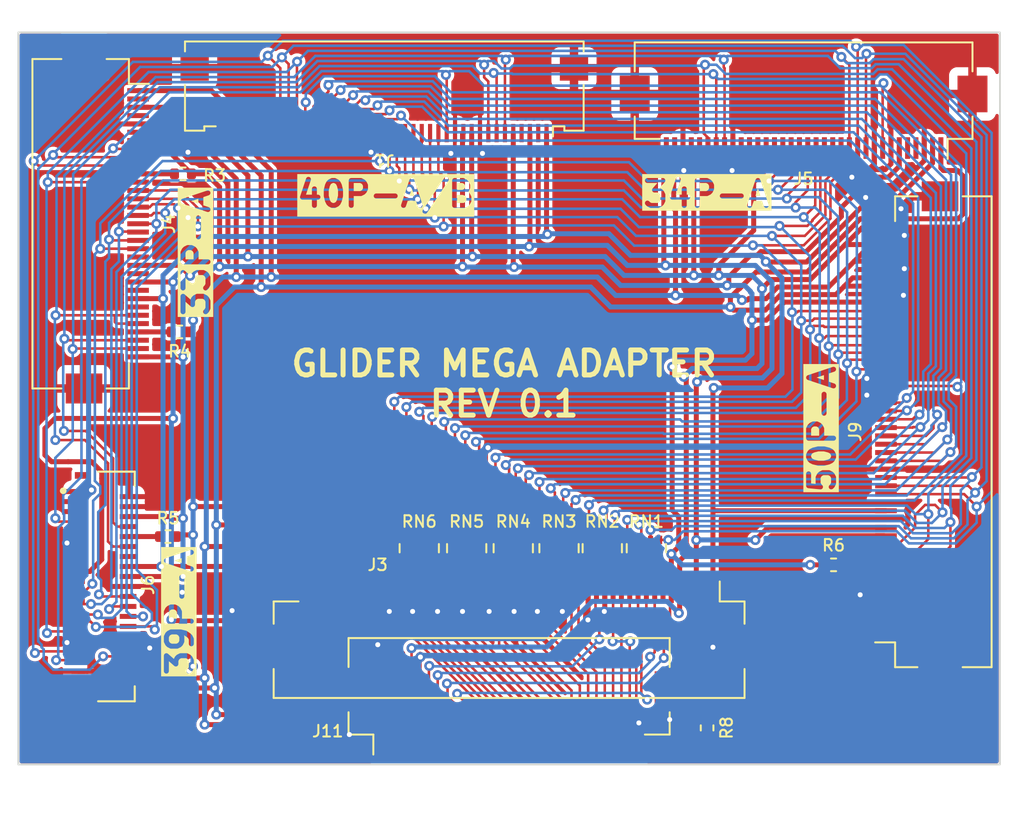
<source format=kicad_pcb>
(kicad_pcb (version 20240108) (generator "pcbnew") (generator_version "8.0")
  (layers (0 "F.Cu" signal) (31 "B.Cu" signal) (34 "B.Paste" user) (35 "F.Paste" user) (36 "B.SilkS" user "B.Silkscreen") (37 "F.SilkS" user "F.Silkscreen") (38 "B.Mask" user) (39 "F.Mask" user) (44 "Edge.Cuts" user))
  (net 0 "")
  (net 1 "GND")
  (net 2 "+3V3")
  (net 3 "/GDOE")
  (net 4 "/GDCLK")
  (net 5 "/GDSP")
  (net 6 "/ESDCLK")
  (net 7 "/ED0")
  (net 8 "/ED8")
  (net 9 "/ED1")
  (net 10 "/ED9")
  (net 11 "/ED2")
  (net 12 "/ED10")
  (net 13 "/ED3")
  (net 14 "/ED11")
  (net 15 "/ED4")
  (net 16 "/ED12")
  (net 17 "/ED5")
  (net 18 "/ED13")
  (net 19 "/ED6")
  (net 20 "/ED14")
  (net 21 "/ED7")
  (net 22 "/ED15")
  (net 23 "/SDCE0")
  (net 24 "/ESDLE")
  (net 25 "/ESDOE")
  (net 27 "-VGL")
  (net 28 "-VCOM")
  (net 31 "+VP")
  (net 33 "-VN")
  (net 35 "+VGH")
  (net 49 "/UD")
  (net 55 "/RL")
  (net 64 "Net-(J6-Pin_30)")
  (net 71 "/PD8")
  (net 72 "/PD12")
  (net 73 "/PSDLE")
  (net 74 "/PGDOE")
  (net 75 "/PSDCE0")
  (net 76 "/PD5")
  (net 77 "/PD9")
  (net 78 "/PD11")
  (net 79 "/PD3")
  (net 80 "/PD0")
  (net 81 "/PGDSP")
  (net 82 "/PD14")
  (net 83 "/PD15")
  (net 84 "/PD13")
  (net 85 "/PSDOE")
  (net 86 "/PD1")
  (net 87 "/PD2")
  (net 88 "/PD10")
  (net 89 "/PSDCLK")
  (net 90 "/PGDCLK")
  (net 91 "/PD7")
  (net 92 "/PD4")
  (net 93 "/PD6")
  (net 94 "/SPI_SCLK")
  (net 95 "/SPI_MISO")
  (net 96 "/SPI_VDD")
  (net 97 "/SPI_MOSI")
  (net 100 "Net-(J9-Pin_10)")
  (net 101 "/SPI_NCS")
  (footprint "Resistor_SMD:R_Array_Convex_4x0402" (layer "F.Cu") (at 170.75 84 90)
    (property "Reference" "RN4")
    (property "Value" "33")
  )
  (footprint "footprints:Hirose_FH12-50S-0.5SH_1x50-1MP_P0.50mm_Horizontal_Mirrored" (layer "F.Cu") (at 170.5 88.5)
    (property "Reference" "J3")
    (property "Value" "FH12-50S-0.5SH")
  )
  (footprint "Resistor_SMD:R_0402_1005Metric" (layer "F.Cu") (at 190 85)
    (property "Reference" "R6")
    (property "Value" "10K")
  )
  (footprint "Resistor_SMD:R_Array_Convex_4x0402" (layer "F.Cu") (at 165.1 84 90)
    (property "Reference" "RN6")
    (property "Value" "33")
  )
  (footprint "Connector_FFC-FPC:Omron_XF2M-4015-1A_1x40-1MP_P0.5mm_Horizontal" (layer "F.Cu") (at 163 57 180)
    (property "Reference" "J1")
    (property "Value" "AFC24-S40FIA-00")
  )
  (footprint "Resistor_SMD:R_0402_1005Metric" (layer "F.Cu") (at 150.7 71 180)
    (property "Reference" "R4")
    (property "Value" "0")
  )
  (footprint "Resistor_SMD:R_Array_Convex_4x0402" (layer "F.Cu") (at 178.75 84 90)
    (property "Reference" "RN1")
    (property "Value" "33")
  )
  (footprint "Resistor_SMD:R_Array_Convex_4x0402" (layer "F.Cu") (at 173.5 84 90)
    (property "Reference" "RN3")
    (property "Value" "33")
  )
  (footprint "Resistor_SMD:R_0402_1005Metric" (layer "F.Cu") (at 150 83.3 180)
    (property "Reference" "R5")
    (property "Value" "10K")
  )
  (footprint "Resistor_SMD:R_Array_Convex_4x0402" (layer "F.Cu") (at 176.1 84 90)
    (property "Reference" "RN2")
    (property "Value" "33")
  )
  (footprint "Resistor_SMD:R_Array_Convex_4x0402" (layer "F.Cu") (at 167.95 84 90)
    (property "Reference" "RN5")
    (property "Value" "33")
  )
  (footprint "Connector_FFC-FPC:Hirose_FH12-50S-0.5SH_1x50-1MP_P0.50mm_Horizontal" (layer "F.Cu") (at 195 77 90)
    (property "Reference" "J9")
    (property "Value" "FH28-50S-0.5SH")
  )
  (footprint "Resistor_SMD:R_0402_1005Metric" (layer "F.Cu") (at 150.9 61.5 180)
    (property "Reference" "R3")
    (property "Value" "0")
  )
  (footprint "footprints:Molex_5025983993" (layer "F.Cu") (at 146 86.3 -90)
    (property "Reference" "J6")
    (property "Value" "502598-3993")
  )
  (footprint "Connector_FFC-FPC:Hirose_FH12-33S-0.5SH_1x33-1MP_P0.50mm_Horizontal" (layer "F.Cu") (at 146.35 64.5 -90)
    (property "Reference" "J4")
    (property "Value" "FH12-33S-0.5SH")
  )
  (footprint "Resistor_SMD:R_0402_1005Metric" (layer "F.Cu") (at 182.4 94.8 -90)
    (property "Reference" "R8")
    (property "Value" "0")
  )
  (footprint "footprints:Hirose_FH12-32S-0.5SH_1x32-1MP_P0.50mm_Horizontal_Mirrored" (layer "F.Cu") (at 170.5 93.9 180)
    (property "Reference" "J11")
    (property "Value" "32P Lower Contact")
  )
  (footprint "Connector_FFC-FPC:Hirose_FH12-34S-0.5SH_1x34-1MP_P0.50mm_Horizontal" (layer "F.Cu") (at 188.2 58.1 180)
    (property "Reference" "J5")
    (property "Value" "FH12-34S-0.5SH")
  )
  (gr_rect (start 141 53) (end 200 97) (stroke (width 0.1)) (fill none) (layer "Edge.Cuts"))
  (gr_text "40P-A/B" (at 157.6 63.6 0) (layer "F.SilkS" knockout) (effects (font (size 1.5 1.5) (thickness 0.3) (bold yes)) (justify left bottom)))
  (gr_text "34P-A" (at 178.4 63.6 0) (layer "F.SilkS" knockout) (effects (font (size 1.5 1.5) (thickness 0.3) (bold yes)) (justify left bottom)))
  (gr_text "39P-A" (at 151.6 91.8 90) (layer "F.SilkS" knockout) (effects (font (size 1.5 1.5) (thickness 0.3) (bold yes)) (justify left bottom)))
  (gr_text "50P-A" (at 190.2 80.8 90) (layer "F.SilkS" knockout) (effects (font (size 1.5 1.5) (thickness 0.3) (bold yes)) (justify left bottom)))
  (gr_text "GLIDER MEGA ADAPTER\nREV 0.1" (at 170.2 76.2 0) (layer "F.SilkS") (effects (font (size 1.5 1.5) (thickness 0.3) (bold yes)) (justify bottom)))
  (gr_text "33P-A" (at 152.6 70.2 90) (layer "F.SilkS" knockout) (effects (font (size 1.5 1.5) (thickness 0.3) (bold yes)) (justify left bottom)))
  (segment (start 193.2 68.8) (end 193.15 68.75) (width 0.1524) (layer "F.Cu") (net 1))
  (segment (start 162.75 95.75) (end 162.75 95.25) (width 0.3) (layer "F.Cu") (net 1))
  (segment (start 145.4 80.5) (end 144.7 80.5) (width 0.1524) (layer "F.Cu") (net 1))
  (segment (start 178.25 95.75) (end 178.25 94.55) (width 0.1524) (layer "F.Cu") (net 1))
  (segment (start 169.150753 78.950753) (end 169.150753 78.035577) (width 0.1524) (layer "F.Cu") (net 1))
  (segment (start 165.25 94.374788) (end 165.25 95.75) (width 0.1524) (layer "F.Cu") (net 1))
  (segment (start 193.15 74.75) (end 192.05 74.75) (width 0.1524) (layer "F.Cu") (net 1))
  (segment (start 162.4048 94.9048) (end 162 94.9048) (width 0.3) (layer "F.Cu") (net 1))
  (segment (start 167 60.2714) (end 167.25 60.0214) (width 0.1524) (layer "F.Cu") (net 1))
  (segment (start 150.5024 86.3024) (end 150.85 86.65) (width 0.3) (layer "F.Cu") (net 1))
  (segment (start 194.2 68.8) (end 193.2 68.8) (width 0.1524) (layer "F.Cu") (net 1))
  (segment (start 194.2522 67.2) (end 193.2 67.2) (width 0.1524) (layer "F.Cu") (net 1))
  (segment (start 193.76021 62.4) (end 192.448079 62.4) (width 0.3) (layer "F.Cu") (net 1))
  (segment (start 169.25 79.05) (end 169.150753 78.950753) (width 0.1524) (layer "F.Cu") (net 1))
  (segment (start 143.9286 89.6714) (end 144 89.6) (width 0.1524) (layer "F.Cu") (net 1))
  (segment (start 147.6 89.9) (end 148.8 89.9) (width 0.3) (layer "F.Cu") (net 1))
  (segment (start 192.0976 86.7024) (end 193.1976 86.7024) (width 0.3) (layer "F.Cu") (net 1))
  (segment (start 192.05 74.75) (end 192 74.8) (width 0.1524) (layer "F.Cu") (net 1))
  (segment (start 170.75 87.75) (end 170.8 87.8) (width 0.1524) (layer "F.Cu") (net 1))
  (segment (start 144.6 81.8) (end 144.6 80.6) (width 0.3) (layer "F.Cu") (net 1))
  (segment (start 193.45 60.9) (end 193.1024 61.2476) (width 0.3) (layer "F.Cu") (net 1))
  (segment (start 176.2214 87.8) (end 176.25 87.7714) (width 0.1524) (layer "F.Cu") (net 1))
  (segment (start 169.25 86.65) (end 169.25 87.75) (width 0.1524) (layer "F.Cu") (net 1))
  (segment (start 193.45 59.95) (end 193.45 60.9) (width 0.3) (layer "F.Cu") (net 1))
  (segment (start 193.15 73.75) (end 192.05 73.75) (width 0.1524) (layer "F.Cu") (net 1))
  (segment (start 191.5524 61.2476) (end 191.1 61.7) (width 0.3) (layer "F.Cu") (net 1))
  (segment (start 165.169135 90.540897) (end 165.169135 92.700187) (width 0.1524) (layer "F.Cu") (net 1))
  (segment (start 143.9286 89.6714) (end 145.2262 89.6714) (width 0.3) (layer "F.Cu") (net 1))
  (segment (start 147.6024 86.3024) (end 150.5024 86.3024) (width 0.3) (layer "F.Cu") (net 1))
  (segment (start 167.75 87.75) (end 167.7 87.8) (width 0.1524) (layer "F.Cu") (net 1))
  (segment (start 182.8 89.9) (end 182.75 89.95) (width 0.1524) (layer "F.Cu") (net 1))
  (segment (start 172.25 87.75) (end 172.2 87.8) (width 0.1524) (layer "F.Cu") (net 1))
  (segment (start 195.45 60.71021) (end 193.76021 62.4) (width 0.3) (layer "F.Cu") (net 1))
  (segment (start 193.1024 61.2476) (end 192.1 61.2476) (width 0.3) (layer "F.Cu") (net 1))
  (segment (start 192.1 61.2476) (end 191.5524 61.2476) (width 0.3) (layer "F.Cu") (net 1))
  (segment (start 145.2262 89.6714) (end 145.3024 89.7476) (width 0.3) (layer "F.Cu") (net 1))
  (segment (start 145.1548 91.4) (end 144.6 91.4) (width 0.3) (layer "F.Cu") (net 1))
  (segment (start 150.85 86.65) (end 152.75 86.65) (width 0.3) (layer "F.Cu") (net 1))
  (segment (start 178.25 94.55) (end 178.3 94.5) (width 0.1524) (layer "F.Cu") (net 1))
  (segment (start 180.15 92.5) (end 180.15 94.3) (width 0.1524) (layer "F.Cu") (net 1))
  (segment (start 173.75 87.75) (end 173.7 87.8) (width 0.1524) (layer "F.Cu") (net 1))
  (segment (start 151.2 60.2) (end 151.2 59.6) (width 0.1524) (layer "F.Cu") (net 1))
  (segment (start 193.2 67.2) (end 193.15 67.25) (width 0.1524) (layer "F.Cu") (net 1))
  (segment (start 152.75 86.65) (end 153.85 87.75) (width 0.3) (layer "F.Cu") (net 1))
  (segment (start 144 89.6) (end 144.6 89.6) (width 0.1524) (layer "F.Cu") (net 1))
  (segment (start 196.4 62.85) (end 194.801922 62.85) (width 0.3) (layer "F.Cu") (net 1))
  (segment (start 180.9976 61.3) (end 180.95 61.2524) (width 0.1524) (layer "F.Cu") (net 1))
  (segment (start 162.606165 89.8) (end 163.7214 90.915235) (width 0.1524) (layer "F.Cu") (net 1))
  (segment (start 161.1952 94.9048) (end 160.9 95.2) (width 0.3) (layer "F.Cu") (net 1))
  (segment (start 166.75 94.281052) (end 166.75 95.75) (width 0.1524) (layer "F.Cu") (net 1))
  (segment (start 192.45 60.8976) (end 192.1 61.2476) (width 0.3) (layer "F.Cu") (net 1))
  (segment (start 195.45 59.95) (end 195.45 60.71021) (width 0.3) (layer "F.Cu") (net 1))
  (segment (start 163.25 86.65) (end 163.25 87.75) (width 0.1524) (layer "F.Cu") (net 1))
  (segment (start 168.75 60.1214) (end 168.75 59.05) (width 0.1524) (layer "F.Cu") (net 1))
  (segment (start 193.1976 86.7024) (end 193.15 86.75) (width 0.3) (layer "F.Cu") (net 1))
  (segment (start 144.7 80.5) (end 144.6 80.6) (width 0.1524) (layer "F.Cu") (net 1))
  (segment (start 193.2 65.2) (end 193.15 65.25) (width 0.1524) (layer "F.Cu") (net 1))
  (segment (start 162.75 95.25) (end 162.4048 94.9048) (width 0.3) (layer "F.Cu") (net 1))
  (segment (start 183.9 60) (end 183.95 59.95) (width 0.1524) (layer "F.Cu") (net 1))
  (segment (start 145.3024 89.7476) (end 145.3024 91.2524) (width 0.3) (layer "F.Cu") (net 1))
  (segment (start 162.2 60.2) (end 162.2 59.1) (width 0.1524) (layer "F.Cu") (net 1))
  (segment (start 150.1 58.5) (end 148.2 58.5) (width 0.1524) (layer "F.Cu") (net 1))
  (segment (start 148.8 89.9) (end 148.9 90) (width 0.3) (layer "F.Cu") (net 1))
  (segment (start 192 86.8) (end 192.0976 86.7024) (width 0.3) (layer "F.Cu") (net 1))
  (segment (start 163.7214 90.915235) (end 163.7214 92.846188) (width 0.1524) (layer "F.Cu") (net 1))
  (segment (start 192.45 59.95) (end 192.45 60.8976) (width 0.3) (layer "F.Cu") (net 1))
  (segment (start 144.6 83.6) (end 144.01665 83.6) (width 0.3) (layer "F.Cu") (net 1))
  (segment (start 192.05 73.75) (end 192 73.8) (width 0.1524) (layer "F.Cu") (net 1))
  (segment (start 168.9 60.2714) (end 168.75 60.1214) (width 0.1524) (layer "F.Cu") (net 1))
  (segment (start 165.169135 92.700187) (end 166.75 94.281052) (width 0.1524) (layer "F.Cu") (net 1))
  (segment (start 163.7214 92.846188) (end 165.25 94.374788) (width 0.1524) (layer "F.Cu") (net 1))
  (segment (start 166.25 87.75) (end 166.2 87.8) (width 0.1524) (layer "F.Cu") (net 1))
  (segment (start 175.23681 88.307734) (end 175.25 88.294544) (width 0.1524) (layer "F.Cu") (net 1))
  (segment (start 145.3024 91.2524) (end 145.1548 91.4) (width 0.3) (layer "F.Cu") (net 1))
  (segment (start 194.2522 65.2) (end 193.2 65.2) (width 0.1524) (layer "F.Cu") (net 1))
  (segment (start 192.448079 62.4) (end 191.9286 62.919479) (width 0.3) (layer "F.Cu") (net 1))
  (segment (start 144.6 83) (end 144.6 83.6) (width 0.3) (layer "F.Cu") (net 1))
  (segment (start 180.95 61.2524) (end 180.95 59.95) (width 0.1524) (layer "F.Cu") (net 1))
  (segment (start 164.75 86.65) (end 164.75 87.75) (width 0.1524) (layer "F.Cu") (net 1))
  (segment (start 169.25 86.65) (end 169.25 79.05) (width 0.1524) (layer "F.Cu") (net 1))
  (segment (start 176.25 87.7714) (end 176.25 86.65) (width 0.1524) (layer "F.Cu") (net 1))
  (segment (start 169.150753 78.035577) (end 169.2286 77.95773) (width 0.1524) (layer "F.Cu") (net 1))
  (segment (start 175.25 88.294544) (end 175.25 86.65) (width 0.1524) (layer "F.Cu") (net 1))
  (segment (start 167.75 86.65) (end 167.75 87.75) (width 0.1524) (layer "F.Cu") (net 1))
  (segment (start 191.6 86.8) (end 192 86.8) (width 0.3) (layer "F.Cu") (net 1))
  (segment (start 172.25 86.65) (end 172.25 87.75) (width 0.1524) (layer "F.Cu") (net 1))
  (segment (start 167.25 60.0214) (end 167.25 59.05) (width 0.1524) (layer "F.Cu") (net 1))
  (segment (start 144.01665 83.6) (end 143.9286 83.68805) (width 0.3) (layer "F.Cu") (net 1))
  (segment (start 147.6 86.3) (end 147.6024 86.3024) (width 0.3) (layer "F.Cu") (net 1))
  (segment (start 183.9 61.3) (end 183.9 60) (width 0.1524) (layer "F.Cu") (net 1))
  (segment (start 162.2 59.1) (end 162.25 59.05) (width 0.1524) (layer "F.Cu") (net 1))
  (segment (start 166.25 86.65) (end 166.25 87.75) (width 0.1524) (layer "F.Cu") (net 1))
  (segment (start 194.801922 62.85) (end 194.054322 63.5976) (width 0.3) (layer "F.Cu") (net 1))
  (segment (start 164.75 87.75) (end 164.7 87.8) (width 0.1524) (layer "F.Cu") (net 1))
  (segment (start 151.2 59.6) (end 150.1 58.5) (width 0.1524) (layer "F.Cu") (net 1))
  (segment (start 170.75 86.65) (end 170.75 87.75) (width 0.1524) (layer "F.Cu") (net 1))
  (segment (start 162 94.9048) (end 161.1952 94.9048) (width 0.3) (layer "F.Cu") (net 1))
  (segment (start 184.65 89.9) (end 182.8 89.9) (width 0.1524) (layer "F.Cu") (net 1))
  (segment (start 169.25 87.75) (end 169.3 87.8) (width 0.1524) (layer "F.Cu") (net 1))
  (segment (start 163.25 87.75) (end 163.3 87.8) (width 0.1524) (layer "F.Cu") (net 1))
  (segment (start 173.75 86.65) (end 173.75 87.75) (width 0.1524) (layer "F.Cu") (net 1))
  (via (at 194.2 68.8) (size 0.6) (drill 0.3) (layers "F.Cu" "B.Cu") (net 1))
  (via (at 166.2 87.8) (size 0.6) (drill 0.3) (layers "F.Cu" "B.Cu") (net 1))
  (via (at 194.2522 65.2) (size 0.6) (drill 0.3) (layers "F.Cu" "B.Cu") (net 1))
  (via (at 192 74.8) (size 0.6) (drill 0.3) (layers "F.Cu" "B.Cu") (net 1))
  (via (at 191.6 86.8) (size 0.6) (drill 0.3) (layers "F.Cu" "B.Cu") (net 1))
  (via (at 167 60.2714) (size 0.6) (drill 0.3) (layers "F.Cu" "B.Cu") (net 1))
  (via (at 168.9 60.2714) (size 0.6) (drill 0.3) (layers "F.Cu" "B.Cu") (net 1))
  (via (at 173.7 87.8) (size 0.6) (drill 0.3) (layers "F.Cu" "B.Cu") (net 1))
  (via (at 178.3 94.5) (size 0.6) (drill 0.3) (layers "F.Cu" "B.Cu") (net 1))
  (via (at 194.2522 67.2) (size 0.6) (drill 0.3) (layers "F.Cu" "B.Cu") (net 1))
  (via (at 175.23681 88.307734) (size 0.6) (drill 0.3) (layers "F.Cu" "B.Cu") (net 1))
  (via (at 172.2 87.8) (size 0.6) (drill 0.3) (layers "F.Cu" "B.Cu") (net 1))
  (via (at 194.054322 63.5976) (size 0.6) (drill 0.3) (layers "F.Cu" "B.Cu") (net 1))
  (via (at 153.85 87.75) (size 0.6) (drill 0.3) (layers "F.Cu" "B.Cu") (net 1))
  (via (at 160.9 95.2) (size 0.6) (drill 0.3) (layers "F.Cu" "B.Cu") (net 1))
  (via (at 169.3 87.8) (size 0.6) (drill 0.3) (layers "F.Cu" "B.Cu") (net 1))
  (via (at 192 73.8) (size 0.6) (drill 0.3) (layers "F.Cu" "B.Cu") (net 1))
  (via (at 162.606165 89.8) (size 0.6) (drill 0.3) (layers "F.Cu" "B.Cu") (net 1))
  (via (at 145.4 80.5) (size 0.6) (drill 0.3) (layers "F.Cu" "B.Cu") (net 1))
  (via (at 164.7 87.8) (size 0.6) (drill 0.3) (layers "F.Cu" "B.Cu") (net 1))
  (via (at 143.9286 89.6714) (size 0.6) (drill 0.3) (layers "F.Cu" "B.Cu") (net 1))
  (via (at 150.85 86.65) (size 0.6) (drill 0.3) (layers "F.Cu" "B.Cu") (net 1))
  (via (at 169.2286 77.95773) (size 0.6) (drill 0.3) (layers "F.Cu" "B.Cu") (net 1))
  (via (at 180.9976 61.3) (size 0.6) (drill 0.3) (layers "F.Cu" "B.Cu") (net 1))
  (via (at 182.75 89.95) (size 0.6) (drill 0.3) (layers "F.Cu" "B.Cu") (net 1))
  (via (at 143.9286 83.68805) (size 0.6) (drill 0.3) (layers "F.Cu" "B.Cu") (net 1))
  (via (at 183.9 61.3) (size 0.6) (drill 0.3) (layers "F.Cu" "B.Cu") (net 1))
  (via (at 176.2214 87.8) (size 0.6) (drill 0.3) (layers "F.Cu" "B.Cu") (net 1))
  (via (at 170.8 87.8) (size 0.6) (drill 0.3) (layers "F.Cu" "B.Cu") (net 1))
  (via (at 151.2 60.2) (size 0.6) (drill 0.3) (layers "F.Cu" "B.Cu") (net 1))
  (via (at 191.1 61.7) (size 0.6) (drill 0.3) (layers "F.Cu" "B.Cu") (net 1))
  (via (at 167.7 87.8) (size 0.6) (drill 0.3) (layers "F.Cu" "B.Cu") (net 1))
  (via (at 148.9 90) (size 0.6) (drill 0.3) (layers "F.Cu" "B.Cu") (net 1))
  (via (at 163.3 87.8) (size 0.6) (drill 0.3) (layers "F.Cu" "B.Cu") (net 1))
  (via (at 180.15 94.3) (size 0.6) (drill 0.3) (layers "F.Cu" "B.Cu") (net 1))
  (via (at 191.9286 62.919479) (size 0.6) (drill 0.3) (layers "F.Cu" "B.Cu") (net 1))
  (via (at 162.2 60.2) (size 0.6) (drill 0.3) (layers "F.Cu" "B.Cu") (net 1))
  (via (at 165.169135 90.540897) (size 0.6) (drill 0.3) (layers "F.Cu" "B.Cu") (net 1))
  (segment (start 192 73.8) (end 192 74.8) (width 0.1524) (layer "B.Cu") (net 1))
  (segment (start 191.1 61.7) (end 190.8 61.4) (width 0.1524) (layer "B.Cu") (net 1))
  (segment (start 145.3 80.4) (end 145.4 80.5) (width 0.1524) (layer "B.Cu") (net 1))
  (segment (start 144.062 82.545206) (end 143.8 82.807206) (width 0.1524) (layer "B.Cu") (net 1))
  (segment (start 177.9 60.2) (end 168.9714 60.2) (width 0.1524) (layer "B.Cu") (net 1))
  (segment (start 194.2522 65.2) (end 194.2522 67.2) (width 0.1524) (layer "B.Cu") (net 1))
  (segment (start 145.4 80.5) (end 144.053603 81.846397) (width 0.1524) (layer "B.Cu") (net 1))
  (segment (start 143.8 89.5428) (end 143.9286 89.6714) (width 0.1524) (layer "B.Cu") (net 1))
  (segment (start 192 74.8) (end 192 75.3) (width 0.1524) (layer "B.Cu") (net 1))
  (segment (start 189.3 78) (end 186.74227 78) (width 0.1524) (layer "B.Cu") (net 1))
  (segment (start 186.7 77.95773) (end 169.2286 77.95773) (width 0.1524) (layer "B.Cu") (net 1))
  (segment (start 149.3 60.2) (end 145.3 64.2) (width 0.1524) (layer "B.Cu") (net 1))
  (segment (start 166.9286 60.2) (end 162.2 60.2) (width 0.1524) (layer "B.Cu") (net 1))
  (segment (start 192 71) (end 194.2 68.8) (width 0.1524) (layer "B.Cu") (net 1))
  (segment (start 190.8 61.4) (end 184 61.4) (width 0.1524) (layer "B.Cu") (net 1))
  (segment (start 151.2 60.2) (end 149.3 60.2) (width 0.1524) (layer "B.Cu") (net 1))
  (segment (start 184 61.4) (end 183.9 61.3) (width 0.1524) (layer "B.Cu") (net 1))
  (segment (start 144.053603 81.846397) (end 144.062 81.854794) (width 0.1524) (layer "B.Cu") (net 1))
  (segment (start 167 60.2714) (end 166.9286 60.2) (width 0.1524) (layer "B.Cu") (net 1))
  (segment (start 175.626177 88.873823) (end 176.1733 88.873823) (width 0.3) (layer "B.Cu") (net 1))
  (segment (start 145.3 64.2) (end 145.3 80.4) (width 0.1524) (layer "B.Cu") (net 1))
  (segment (start 180.9976 61.3) (end 179 61.3) (width 0.1524) (layer "B.Cu") (net 1))
  (segment (start 194.2 67.2522) (end 194.2522 67.2) (width 0.1524) (layer "B.Cu") (net 1))
  (segment (start 179 61.3) (end 177.9 60.2) (width 0.1524) (layer "B.Cu") (net 1))
  (segment (start 143.8 82.807206) (end 143.8 89.5428) (width 0.1524) (layer "B.Cu") (net 1))
  (segment (start 194.2 68.8) (end 194.2 67.2522) (width 0.1524) (layer "B.Cu") (net 1))
  (segment (start 144.062 81.854794) (end 144.062 82.545206) (width 0.1524) (layer "B.Cu") (net 1))
  (segment (start 194.2522 64.8522) (end 191.1 61.7) (width 0.1524) (layer "B.Cu") (net 1))
  (segment (start 189.5 88.9) (end 191.6 86.8) (width 0.3) (layer "B.Cu") (net 1))
  (segment (start 192 73.8) (end 192 71) (width 0.1524) (layer "B.Cu") (net 1))
  (segment (start 174.029475 90.470525) (end 175.626177 88.873823) (width 0.3) (layer "B.Cu") (net 1))
  (segment (start 176.199477 88.9) (end 189.5 88.9) (width 0.3) (layer "B.Cu") (net 1))
  (segment (start 168.9714 60.2) (end 168.9 60.2714) (width 0.1524) (layer "B.Cu") (net 1))
  (segment (start 165.169135 90.540897) (end 165.239507 90.470525) (width 0.3) (layer "B.Cu") (net 1))
  (segment (start 167 60.2714) (end 168.9 60.2714) (width 0.1524) (layer "B.Cu") (net 1))
  (segment (start 176.1733 88.873823) (end 176.199477 88.9) (width 0.3) (layer "B.Cu") (net 1))
  (segment (start 165.239507 90.470525) (end 174.029475 90.470525) (width 0.3) (layer "B.Cu") (net 1))
  (segment (start 186.74227 78) (end 186.7 77.95773) (width 0.1524) (layer "B.Cu") (net 1))
  (segment (start 192 75.3) (end 189.3 78) (width 0.1524) (layer "B.Cu") (net 1))
  (segment (start 194.2522 65.2) (end 194.2522 64.8522) (width 0.1524) (layer "B.Cu") (net 1))
  (segment (start 151.2 60.2) (end 162.2 60.2) (width 0.1524) (layer "B.Cu") (net 1))
  (segment (start 183.9 61.3) (end 180.9976 61.3) (width 0.1524) (layer "B.Cu") (net 1))
  (segment (start 148.2 59.5) (end 149.4 59.5) (width 0.3) (layer "F.Cu") (net 2))
  (segment (start 185 66.4) (end 185.403845 66.4) (width 0.3) (layer "F.Cu") (net 2))
  (segment (start 185.627645 66.1762) (end 188.359222 66.1762) (width 0.3) (layer "F.Cu") (net 2))
  (segment (start 193.3 61.7) (end 193.95 61.05) (width 0.3) (layer "F.Cu") (net 2))
  (segment (start 167.7 66.219335) (end 167.6976 66.221735) (width 0.3) (layer "F.Cu") (net 2))
  (segment (start 167.7 59.1) (end 167.7 66.219335) (width 0.3) (layer "F.Cu") (net 2))
  (segment (start 192.296156 61.7) (end 193.3 61.7) (width 0.3) (layer "F.Cu") (net 2))
  (segment (start 180.25 86.65) (end 180.25 84.35) (width 0.3) (layer "F.Cu") (net 2))
  (segment (start 180.6952 83.9048) (end 180.6952 82.1048) (width 0.3) (layer "F.Cu") (net 2))
  (segment (start 151.5024 83.2) (end 150.61 83.2) (width 0.3) (layer "F.Cu") (net 2))
  (segment (start 159.1 81.5) (end 151.5072 81.5) (width 0.3) (layer "F.Cu") (net 2))
  (segment (start 192.1596 69.2096) (end 187.0404 69.2096) (width 0.3) (layer "F.Cu") (net 2))
  (segment (start 190.469238 64.066184) (end 190.469238 63.526918) (width 0.3) (layer "F.Cu") (net 2))
  (segment (start 151.41 61.5) (end 152.3 61.5) (width 0.3) (layer "F.Cu") (net 2))
  (segment (start 167.75 59.05) (end 167.7 59.1) (width 0.3) (layer "F.Cu") (net 2))
  (segment (start 151.5 91.1) (end 147.6 91.1) (width 0.3) (layer "F.Cu") (net 2))
  (segment (start 167.6976 66.221735) (end 167.6976 67.071258) (width 0.3) (layer "F.Cu") (net 2))
  (segment (start 161.85 88.7) (end 160.75 87.6) (width 0.3) (layer "F.Cu") (net 2))
  (segment (start 164.1 92.597526) (end 164.1 90.323685) (width 0.3) (layer "F.Cu") (net 2))
  (segment (start 151.4 61.5) (end 151.41 61.5) (width 0.3) (layer "F.Cu") (net 2))
  (segment (start 193.95 61.05) (end 193.95 59.95) (width 0.3) (layer "F.Cu") (net 2))
  (segment (start 160.75 87.6) (end 160.75 86.65) (width 0.3) (layer "F.Cu") (net 2))
  (segment (start 160.75 86.65) (end 160.75 83.15) (width 0.3) (layer "F.Cu") (net 2))
  (segment (start 183.6 68.2072) (end 183.7024 68.1048) (width 0.3) (layer "F.Cu") (net 2))
  (segment (start 180.1714 88.490348) (end 180.1714 86.7286) (width 0.1524) (layer "F.Cu") (net 2))
  (segment (start 188.359222 66.1762) (end 190.469238 64.066184) (width 0.3) (layer "F.Cu") (net 2))
  (segment (start 185.403845 66.4) (end 185.627645 66.1762) (width 0.3) (layer "F.Cu") (net 2))
  (segment (start 170.8 67.1) (end 170.75 67.05) (width 0.3) (layer "F.Cu") (net 2))
  (segment (start 181 89.318948) (end 180.1714 88.490348) (width 0.1524) (layer "F.Cu") (net 2))
  (segment (start 165.75 94.247526) (end 164.1 92.597526) (width 0.3) (layer "F.Cu") (net 2))
  (segment (start 180.5 84.1) (end 180.6952 83.9048) (width 0.3) (layer "F.Cu") (net 2))
  (segment (start 149.4 59.5) (end 151.4 61.5) (width 0.3) (layer "F.Cu") (net 2))
  (segment (start 190.469238 63.526918) (end 192.296156 61.7) (width 0.3) (layer "F.Cu") (net 2))
  (segment (start 180.1714 86.7286) (end 180.25 86.65) (width 0.1524) (layer "F.Cu") (net 2))
  (segment (start 180.25 84.35) (end 180.5 84.1) (width 0.3) (layer "F.Cu") (net 2))
  (segment (start 150.61 83.2) (end 150.51 83.3) (width 0.3) (layer "F.Cu") (net 2))
  (segment (start 182.4 94.29) (end 182.4 91.85) (width 0.1524) (layer "F.Cu") (net 2))
  (segment (start 164.1 90.323685) (end 162.476315 88.7) (width 0.3) (layer "F.Cu") (net 2))
  (segment (start 151.5072 70.3) (end 151.5072 70.7028) (width 0.3) (layer "F.Cu") (net 2))
  (segment (start 192.2 69.25) (end 192.1596 69.2096) (width 0.3) (layer "F.Cu") (net 2))
  (segment (start 162.476315 88.7) (end 161.85 88.7) (width 0.3) (layer "F.Cu") (net 2))
  (segment (start 167.6976 67.071258) (end 167.7 67.073658) (width 0.3) (layer "F.Cu") (net 2))
  (segment (start 180.3 81.7096) (end 180.3 73.1) (width 0.3) (layer "F.Cu") (net 2))
  (segment (start 185.956589 70.293411) (end 185.0952 70.293411) (width 0.3) (layer "F.Cu") (net 2))
  (segment (start 181 90.45) (end 181 89.318948) (width 0.1524) (layer "F.Cu") (net 2))
  (segment (start 165.75 95.75) (end 165.75 94.247526) (width 0.3) (layer "F.Cu") (net 2))
  (segment (start 170.75 67.05) (end 170.75 59.05) (width 0.3) (layer "F.Cu") (net 2))
  (segment (start 180.6952 82.1048) (end 180.3 81.7096) (width 0.3) (layer "F.Cu") (net 2))
  (segment (start 160.75 83.15) (end 159.1 81.5) (width 0.3) (layer "F.Cu") (net 2))
  (segment (start 182.4 91.85) (end 181 90.45) (width 0.1524) (layer "F.Cu") (net 2))
  (segment (start 151.5072 70.7028) (end 151.21 71) (width 0.3) (layer "F.Cu") (net 2))
  (segment (start 183.7024 68.1048) (end 183.7024 67.6976) (width 0.3) (layer "F.Cu") (net 2))
  (segment (start 187.0404 69.2096) (end 185.956589 70.293411) (width 0.3) (layer "F.Cu") (net 2))
  (segment (start 152.3 61.5) (end 153.1 62.3) (width 0.3) (layer "F.Cu") (net 2))
  (segment (start 189.49 85) (end 188.6 85) (width 0.3) (layer "F.Cu") (net 2))
  (segment (start 153.1 62.3) (end 153.1 67.073658) (width 0.3) (layer "F.Cu") (net 2))
  (segment (start 193.15 69.25) (end 192.2 69.25) (width 0.3) (layer "F.Cu") (net 2))
  (segment (start 183.7024 67.6976) (end 185 66.4) (width 0.3) (layer "F.Cu") (net 2))
  (via (at 170.8 67.1) (size 0.6) (drill 0.3) (layers "F.Cu" "B.Cu") (net 2))
  (via (at 151.5 91.1) (size 0.6) (drill 0.3) (layers "F.Cu" "B.Cu") (net 2))
  (via (at 188.6 85) (size 0.6) (drill 0.3) (layers "F.Cu" "B.Cu") (net 2))
  (via (at 151.5024 83.2) (size 0.6) (drill 0.3) (layers "F.Cu" "B.Cu") (net 2))
  (via (at 180.25 84.35) (size 0.6) (drill 0.3) (layers "F.Cu" "B.Cu") (net 2))
  (via (at 180.3 73.1) (size 0.6) (drill 0.3) (layers "F.Cu" "B.Cu") (net 2))
  (via (at 151.5072 70.3) (size 0.6) (drill 0.3) (layers "F.Cu" "B.Cu") (net 2))
  (via (at 151.5072 81.5) (size 0.6) (drill 0.3) (layers "F.Cu" "B.Cu") (net 2))
  (via (at 185.0952 70.293411) (size 0.6) (drill 0.3) (layers "F.Cu" "B.Cu") (net 2))
  (via (at 153.1 67.073658) (size 0.6) (drill 0.3) (layers "F.Cu" "B.Cu") (net 2))
  (via (at 183.6 68.2072) (size 0.6) (drill 0.3) (layers "F.Cu" "B.Cu") (net 2))
  (via (at 167.7 67.073658) (size 0.6) (drill 0.3) (layers "F.Cu" "B.Cu") (net 2))
  (segment (start 185.0952 72.2952) (end 185.1 72.3) (width 0.3) (layer "B.Cu") (net 2))
  (segment (start 188.6 85) (end 180.9 85) (width 0.3) (layer "B.Cu") (net 2))
  (segment (start 180.7 72.7) (end 180.3 73.1) (width 0.3) (layer "B.Cu") (net 2))
  (segment (start 151.5024 83.2) (end 151.5024 91.0976) (width 0.3) (layer "B.Cu") (net 2))
  (segment (start 184.65 68.2072) (end 185 68.5572) (width 0.3) (layer "B.Cu") (net 2))
  (segment (start 184.7 72.7) (end 180.7 72.7) (width 0.3) (layer "B.Cu") (net 2))
  (segment (start 170.8 67.1) (end 167.726342 67.1) (width 0.3) (layer "B.Cu") (net 2))
  (segment (start 180.9 85) (end 180.25 84.35) (width 0.3) (layer "B.Cu") (net 2))
  (segment (start 151.5072 70.3) (end 151.5072 83.1952) (width 0.3) (layer "B.Cu") (net 2))
  (segment (start 185.0952 68.6952) (end 185.0952 72.2952) (width 0.3) (layer "B.Cu") (net 2))
  (segment (start 176.1 67.1) (end 170.8 67.1) (width 0.3) (layer "B.Cu") (net 2))
  (segment (start 151.5072 83.1952) (end 151.5024 83.2) (width 0.3) (layer "B.Cu") (net 2))
  (segment (start 167.7 67.073658) (end 153.1 67.073658) (width 0.3) (layer "B.Cu") (net 2))
  (segment (start 151.5 68.4) (end 151.5 70.2928) (width 0.3) (layer "B.Cu") (net 2))
  (segment (start 185.1 72.3) (end 184.7 72.7) (width 0.3) (layer "B.Cu") (net 2))
  (segment (start 185 68.6) (end 185.0952 68.6952) (width 0.3) (layer "B.Cu") (net 2))
  (segment (start 151.5 70.2928) (end 151.5072 70.3) (width 0.3) (layer "B.Cu") (net 2))
  (segment (start 152.826342 67.073658) (end 151.5 68.4) (width 0.3) (layer "B.Cu") (net 2))
  (segment (start 153.1 67.073658) (end 152.826342 67.073658) (width 0.3) (layer "B.Cu") (net 2))
  (segment (start 185 68.5572) (end 185 68.6) (width 0.3) (layer "B.Cu") (net 2))
  (segment (start 183.6 68.2072) (end 177.2072 68.2072) (width 0.3) (layer "B.Cu") (net 2))
  (segment (start 151.5024 91.0976) (end 151.5 91.1) (width 0.3) (layer "B.Cu") (net 2))
  (segment (start 167.726342 67.1) (end 167.7 67.073658) (width 0.3) (layer "B.Cu") (net 2))
  (segment (start 177.2072 68.2072) (end 176.1 67.1) (width 0.3) (layer "B.Cu") (net 2))
  (segment (start 183.6 68.2072) (end 184.65 68.2072) (width 0.3) (layer "B.Cu") (net 2))
  (segment (start 148.2 70.5) (end 146.9 70.5) (width 0.1524) (layer "F.Cu") (net 3))
  (segment (start 146.3952 78.8952) (end 145 77.5) (width 0.1524) (layer "F.Cu") (net 3))
  (segment (start 197.023989 82.429525) (end 197.023989 83.89577) (width 0.1524) (layer "F.Cu") (net 3))
  (segment (start 148.2 70) (end 146.8 70) (width 0.1524) (layer "F.Cu") (net 3))
  (segment (start 195.669759 85.25) (end 193.15 85.25) (width 0.1524) (layer "F.Cu") (net 3))
  (segment (start 183.4 55.1) (end 183.45 55.15) (width 0.1524) (layer "F.Cu") (net 3))
  (segment (start 170.25 54.6882) (end 170.25 59.05) (width 0.1524) (layer "F.Cu") (net 3))
  (segment (start 183.4 54.6382) (end 183.4 55.1) (width 0.1524) (layer "F.Cu") (net 3))
  (segment (start 145 77.5) (end 143.2286 77.5) (width 0.1524) (layer "F.Cu") (net 3))
  (segment (start 146.6964 83.9) (end 146.3952 83.5988) (width 0.1524) (layer "F.Cu") (net 3))
  (segment (start 183.45 55.15) (end 183.45 59.95) (width 0.1524) (layer "F.Cu") (net 3))
  (segment (start 197.023989 83.89577) (end 195.669759 85.25) (width 0.1524) (layer "F.Cu") (net 3))
  (segment (start 147.6 83.9) (end 146.6964 83.9) (width 0.1524) (layer "F.Cu") (net 3))
  (segment (start 177.6 82.3) (end 177.6 83.1) (width 0.1524) (layer "F.Cu") (net 3))
  (segment (start 177.6 83.1) (end 178 83.5) (width 0.1524) (layer "F.Cu") (net 3))
  (segment (start 146.8 70.4) (end 146.8 70) (width 0.1524) (layer "F.Cu") (net 3))
  (segment (start 146.3952 83.5988) (end 146.3952 78.8952) (width 0.1524) (layer "F.Cu") (net 3))
  (segment (start 146.9 70.5) (end 146.8 70.4) (width 0.1524) (layer "F.Cu") (net 3))
  (segment (start 143.2428 70) (end 146.8 70) (width 0.1524) (layer "F.Cu") (net 3))
  (segment (start 170.3 54.6382) (end 170.25 54.6882) (width 0.1524) (layer "F.Cu") (net 3))
  (via (at 197.023989 82.429525) (size 0.6) (drill 0.3) (layers "F.Cu" "B.Cu") (net 3))
  (via (at 143.2428 70) (size 0.6) (drill 0.3) (layers "F.Cu" "B.Cu") (net 3))
  (via (at 177.6 82.3) (size 0.6) (drill 0.3) (layers "F.Cu" "B.Cu") (net 3))
  (via (at 170.3 54.6382) (size 0.6) (drill 0.3) (layers "F.Cu" "B.Cu") (net 3))
  (via (at 183.4 54.6382) (size 0.6) (drill 0.3) (layers "F.Cu" "B.Cu") (net 3))
  (via (at 143.2286 77.5) (size 0.6) (drill 0.3) (layers "F.Cu" "B.Cu") (net 3))
  (segment (start 182.4 54.4144) (end 170.5 54.4144) (width 0.1524) (layer "B.Cu") (net 3))
  (segment (start 183.6238 54.4144) (end 183.4 54.6382) (width 0.1524) (layer "B.Cu") (net 3))
  (segment (start 177.850169 82.049831) (end 177.6 82.3) (width 0.1524) (layer "B.Cu") (net 3))
  (segment (start 170.5 54.4382) (end 170.3 54.6382) (width 0.1524) (layer "B.Cu") (net 3))
  (segment (start 143.2428 70) (end 143.3 69.9428) (width 0.1524) (layer "B.Cu") (net 3))
  (segment (start 178.538732 82.049831) (end 177.850169 82.049831) (width 0.1524) (layer "B.Cu") (net 3))
  (segment (start 198.5856 78.7) (end 198.5856 59.5856) (width 0.1524) (layer "B.Cu") (net 3))
  (segment (start 149.250148 55.6856) (end 157.579778 55.6856) (width 0.1524) (layer "B.Cu") (net 3))
  (segment (start 143.2 70.0428) (end 143.2428 70) (width 0.1524) (layer "B.Cu") (net 3))
  (segment (start 183.4 54.6) (end 183.2144 54.4144) (width 0.1524) (layer "B.Cu") (net 3))
  (segment (start 196.667225 82.786289) (end 194.895225 82.786289) (width 0.1524) (layer "B.Cu") (net 3))
  (segment (start 170.0762 54.4144) (end 170.3 54.6382) (width 0.1524) (layer "B.Cu") (net 3))
  (segment (start 143.2 77.4714) (end 143.2 70.0428) (width 0.1524) (layer "B.Cu") (net 3))
  (segment (start 143.3 69.9428) (end 143.3 61.635748) (width 0.1524) (layer "B.Cu") (net 3))
  (segment (start 197.023989 80.261611) (end 198.5856 78.7) (width 0.1524) (layer "B.Cu") (net 3))
  (segment (start 197.023989 81.572469) (end 197.023989 80.261611) (width 0.1524) (layer "B.Cu") (net 3))
  (segment (start 193.913137 54.913137) (end 192.527433 54.913137) (width 0.1524) (layer "B.Cu") (net 3))
  (segment (start 197.078136 82.375378) (end 197.078136 81.626616) (width 0.1524) (layer "B.Cu") (net 3))
  (segment (start 180.30686 82.0666) (end 178.555501 82.0666) (width 0.1524) (layer "B.Cu") (net 3))
  (segment (start 183.4 54.6382) (end 183.4 54.6) (width 0.1524) (layer "B.Cu") (net 3))
  (segment (start 180.323629 82.049831) (end 180.30686 82.0666) (width 0.1524) (layer "B.Cu") (net 3))
  (segment (start 194.895225 82.786289) (end 194.158767 82.049831) (width 0.1524) (layer "B.Cu") (net 3))
  (segment (start 198.5856 59.5856) (end 193.913137 54.913137) (width 0.1524) (layer "B.Cu") (net 3))
  (segment (start 197.023989 82.429525) (end 196.667225 82.786289) (width 0.1524) (layer "B.Cu") (net 3))
  (segment (start 192.527433 54.913137) (end 192.29057 55.15) (width 0.1524) (layer "B.Cu") (net 3))
  (segment (start 197.023989 82.429525) (end 197.078136 82.375378) (width 0.1524) (layer "B.Cu") (net 3))
  (segment (start 178.555501 82.0666) (end 178.538732 82.049831) (width 0.1524) (layer "B.Cu") (net 3))
  (segment (start 158.850978 54.4144) (end 170.0762 54.4144) (width 0.1524) (layer "B.Cu") (net 3))
  (segment (start 143.3 61.635748) (end 149.250148 55.6856) (width 0.1524) (layer "B.Cu") (net 3))
  (segment (start 183.2144 54.4144) (end 182.4 54.4144) (width 0.1524) (layer "B.Cu") (net 3))
  (segment (start 157.579778 55.6856) (end 158.850978 54.4144) (width 0.1524) (layer "B.Cu") (net 3))
  (segment (start 194.158767 82.049831) (end 180.323629 82.049831) (width 0.1524) (layer "B.Cu") (net 3))
  (segment (start 189.6644 54.4144) (end 183.6238 54.4144) (width 0.1524) (layer "B.Cu") (net 3))
  (segment (start 143.2286 77.5) (end 143.2 77.4714) (width 0.1524) (layer "B.Cu") (net 3))
  (segment (start 170.5 54.4144) (end 170.5 54.4382) (width 0.1524) (layer "B.Cu") (net 3))
  (segment (start 197.078136 81.626616) (end 197.023989 81.572469) (width 0.1524) (layer "B.Cu") (net 3))
  (segment (start 190.4 55.15) (end 189.6644 54.4144) (width 0.1524) (layer "B.Cu") (net 3))
  (segment (start 192.29057 55.15) (end 190.4 55.15) (width 0.1524) (layer "B.Cu") (net 3))
  (segment (start 169.75 55.616755) (end 169.75 59.05) (width 0.1524) (layer "F.Cu") (net 4))
  (segment (start 169.568783 55.435538) (end 169.75 55.616755) (width 0.1524) (layer "F.Cu") (net 4))
  (segment (start 143.4286 82.4) (end 144.6 82.4) (width 0.1524) (layer "F.Cu") (net 4))
  (segment (start 144.269124 72.0286) (end 144.297724 72) (width 0.1524) (layer "F.Cu") (net 4))
  (segment (start 195.694663 81.952889) (end 195.694663 83.452891) (width 0.1524) (layer "F.Cu") (net 4))
  (segment (start 195.694663 83.452891) (end 194.897554 84.25) (width 0.1524) (layer "F.Cu") (net 4))
  (segment (start 182.95 59.95) (end 182.95 55.683308) (width 0.1524) (layer "F.Cu") (net 4))
  (segment (start 143.2286 82.2) (end 143.4286 82.4) (width 0.1524) (layer "F.Cu") (net 4))
  (segment (start 176.174883 81.733744) (end 176.35 81.908861) (width 0.1524) (layer "F.Cu") (net 4))
  (segment (start 194.897554 84.25) (end 193.15 84.25) (width 0.1524) (layer "F.Cu") (net 4))
  (segment (start 182.95 55.683308) (end 182.774026 55.507334) (width 0.1524) (layer "F.Cu") (net 4))
  (segment (start 144.297724 72) (end 148.2 72) (width 0.1524) (layer "F.Cu") (net 4))
  (segment (start 176.35 81.908861) (end 176.35 83.5) (width 0.1524) (layer "F.Cu") (net 4))
  (via (at 182.774026 55.507334) (size 0.6) (drill 0.3) (layers "F.Cu" "B.Cu") (net 4))
  (via (at 143.2286 82.2) (size 0.6) (drill 0.3) (layers "F.Cu" "B.Cu") (net 4))
  (via (at 144.269124 72.0286) (size 0.6) (drill 0.3) (layers "F.Cu" "B.Cu") (net 4))
  (via (at 195.694663 81.952889) (size 0.6) (drill 0.3) (layers "F.Cu" "B.Cu") (net 4))
  (via (at 176.174883 81.733744) (size 0.6) (drill 0.3) (layers "F.Cu" "B.Cu") (net 4))
  (via (at 169.568783 55.435538) (size 0.6) (drill 0.3) (layers "F.Cu" "B.Cu") (net 4))
  (segment (start 170.678652 55.4716) (end 169.604845 55.4716) (width 0.1524) (layer "B.Cu") (net 4))
  (segment (start 192.502674 55.8) (end 183.066692 55.8) (width 0.1524) (layer "B.Cu") (net 4))
  (segment (start 168.3 55.024) (end 168.7476 55.4716) (width 0.1524) (layer "B.Cu") (net 4))
  (segment (start 144.3 71.997724) (end 144.3 61.5) (width 0.1524) (layer "B.Cu") (net 4))
  (segment (start 169.604845 55.4716) (end 169.568783 55.435538) (width 0.1524) (layer "B.Cu") (net 4))
  (segment (start 195.7 80.723496) (end 197.976 78.447496) (width 0.1524) (layer "B.Cu") (net 4))
  (segment (start 195.694663 81.952889) (end 194.923929 81.952889) (width 0.1524) (layer "B.Cu") (net 4))
  (segment (start 170.714386 55.507334) (end 170.678652 55.4716) (width 0.1524) (layer "B.Cu") (net 4))
  (segment (start 159.103482 55.024) (end 168.3 55.024) (width 0.1524) (layer "B.Cu") (net 4))
  (segment (start 168.7476 55.4716) (end 169.532721 55.4716) (width 0.1524) (layer "B.Cu") (net 4))
  (segment (start 149.5048 56.2952) (end 157.832282 56.2952) (width 0.1524) (layer "B.Cu") (net 4))
  (segment (start 197.976 60.276) (end 193.222737 55.522737) (width 0.1524) (layer "B.Cu") (net 4))
  (segment (start 194.411271 81.440231) (end 176.468396 81.440231) (width 0.1524) (layer "B.Cu") (net 4))
  (segment (start 183.066692 55.8) (end 182.774026 55.507334) (width 0.1524) (layer "B.Cu") (net 4))
  (segment (start 182.774026 55.507334) (end 170.714386 55.507334) (width 0.1524) (layer "B.Cu") (net 4))
  (segment (start 195.694663 81.952889) (end 195.7 81.947552) (width 0.1524) (layer "B.Cu") (net 4))
  (segment (start 144.269124 72.0286) (end 144.3 71.997724) (width 0.1524) (layer "B.Cu") (net 4))
  (segment (start 195.7 81.947552) (end 195.7 80.723496) (width 0.1524) (layer "B.Cu") (net 4))
  (segment (start 169.532721 55.4716) (end 169.568783 55.435538) (width 0.1524) (layer "B.Cu") (net 4))
  (segment (start 144.273341 77.526659) (end 143.8 78) (width 0.1524) (layer "B.Cu") (net 4))
  (segment (start 193.222737 55.522737) (end 192.779937 55.522737) (width 0.1524) (layer "B.Cu") (net 4))
  (segment (start 144.269124 72.0286) (end 144.273341 72.032817) (width 0.1524) (layer "B.Cu") (net 4))
  (segment (start 176.468396 81.440231) (end 176.174883 81.733744) (width 0.1524) (layer "B.Cu") (net 4))
  (segment (start 144.273341 72.032817) (end 144.273341 77.526659) (width 0.1524) (layer "B.Cu") (net 4))
  (segment (start 192.779937 55.522737) (end 192.502674 55.8) (width 0.1524) (layer "B.Cu") (net 4))
  (segment (start 143.8 78) (end 143.2286 78.5714) (width 0.1524) (layer "B.Cu") (net 4))
  (segment (start 157.832282 56.2952) (end 159.103482 55.024) (width 0.1524) (layer "B.Cu") (net 4))
  (segment (start 197.976 78.447496) (end 197.976 60.276) (width 0.1524) (layer "B.Cu") (net 4))
  (segment (start 143.2286 78.5714) (end 143.2286 82.2) (width 0.1524) (layer "B.Cu") (net 4))
  (segment (start 144.3 61.5) (end 149.5048 56.2952) (width 0.1524) (layer "B.Cu") (net 4))
  (segment (start 194.923929 81.952889) (end 194.411271 81.440231) (width 0.1524) (layer "B.Cu") (net 4))
  (segment (start 146.7 78.6) (end 146.7 82.4524) (width 0.1524) (layer "F.Cu") (net 5))
  (segment (start 176.8786 82) (end 176.85 82.0286) (width 0.1524) (layer "F.Cu") (net 5))
  (segment (start 194.9 82) (end 194.9 82.7572) (width 0.1524) (layer "F.Cu") (net 5))
  (segment (start 169 55.7) (end 169 54.943) (width 0.1524) (layer "F.Cu") (net 5))
  (segment (start 143.859683 71.5) (end 148.2 71.5) (width 0.1524) (layer "F.Cu") (net 5))
  (segment (start 182.2762 54.943) (end 182.2 55.0192) (width 0.1524) (layer "F.Cu") (net 5))
  (segment (start 169.25 55.95) (end 169 55.7) (width 0.1524) (layer "F.Cu") (net 5))
  (segment (start 196.103966 81.4) (end 195.5 81.4) (width 0.1524) (layer "F.Cu") (net 5))
  (segment (start 195.5 81.4) (end 194.9 82) (width 0.1524) (layer "F.Cu") (net 5))
  (segment (start 145.052545 76.952545) (end 146.7 78.6) (width 0.1524) (layer "F.Cu") (net 5))
  (segment (start 182.2 55.0192) (end 182.2 59.0714) (width 0.1524) (layer "F.Cu") (net 5))
  (segment (start 182.45 59.3214) (end 182.45 59.95) (width 0.1524) (layer "F.Cu") (net 5))
  (segment (start 176.85 82.0286) (end 176.85 83.5) (width 0.1524) (layer "F.Cu") (net 5))
  (segment (start 143.744741 76.952545) (end 145.052545 76.952545) (width 0.1524) (layer "F.Cu") (net 5))
  (segment (start 193.9072 83.75) (end 193.15 83.75) (width 0.1524) (layer "F.Cu") (net 5))
  (segment (start 196.549536 81.84557) (end 196.103966 81.4) (width 0.1524) (layer "F.Cu") (net 5))
  (segment (start 169.25 59.05) (end 169.25 55.95) (width 0.1524) (layer "F.Cu") (net 5))
  (segment (start 146.9476 82.7) (end 147.6 82.7) (width 0.1524) (layer "F.Cu") (net 5))
  (segment (start 143.7714 71.411717) (end 143.859683 71.5) (width 0.1524) (layer "F.Cu") (net 5))
  (segment (start 194.9 82.7572) (end 193.9072 83.75) (width 0.1524) (layer "F.Cu") (net 5))
  (segment (start 146.7 82.4524) (end 146.9476 82.7) (width 0.1524) (layer "F.Cu") (net 5))
  (segment (start 182.2 59.0714) (end 182.45 59.3214) (width 0.1524) (layer "F.Cu") (net 5))
  (via (at 196.549536 81.84557) (size 0.6) (drill 0.3) (layers "F.Cu" "B.Cu") (net 5))
  (via (at 143.7714 71.411717) (size 0.6) (drill 0.3) (layers "F.Cu" "B.Cu") (net 5))
  (via (at 143.744741 76.952545) (size 0.6) (drill 0.3) (layers "F.Cu" "B.Cu") (net 5))
  (via (at 182.2762 54.943) (size 0.6) (drill 0.3) (layers "F.Cu" "B.Cu") (net 5))
  (via (at 169 54.943) (size 0.6) (drill 0.3) (layers "F.Cu" "B.Cu") (net 5))
  (via (at 176.8786 82) (size 0.6) (drill 0.3) (layers "F.Cu" "B.Cu") (net 5))
  (segment (start 192.376422 55.4952) (end 183.509446 55.4952) (width 0.1524) (layer "B.Cu") (net 5))
  (segment (start 192.653685 55.217937) (end 192.376422 55.4952) (width 0.1524) (layer "B.Cu") (net 5))
  (segment (start 143.7714 71.411717) (end 143.7714 61.5954) (width 0.1524) (layer "B.Cu") (net 5))
  (segment (start 198.2808 59.9808) (end 193.517937 55.217937) (width 0.1524) (layer "B.Cu") (net 5))
  (segment (start 143.7 75.8) (end 143.7 76.907804) (width 0.1524) (layer "B.Cu") (net 5))
  (segment (start 168.7762 54.7192) (end 169 54.943) (width 0.1524) (layer "B.Cu") (net 5))
  (segment (start 196.549536 80.305012) (end 198.2808 78.573748) (width 0.1524) (layer "B.Cu") (net 5))
  (segment (start 143.7 76.907804) (end 143.744741 76.952545) (width 0.1524) (layer "B.Cu") (net 5))
  (segment (start 196.549536 81.84557) (end 196.549536 80.305012) (width 0.1524) (layer "B.Cu") (net 5))
  (segment (start 170.0476 55.1668) (end 170.5524 55.1668) (width 0.1524) (layer "B.Cu") (net 5))
  (segment (start 195.913617 82.481489) (end 195.021477 82.481489) (width 0.1524) (layer "B.Cu") (net 5))
  (segment (start 198.2808 78.573748) (end 198.2808 59.9808) (width 0.1524) (layer "B.Cu") (net 5))
  (segment (start 169.2238 54.7192) (end 169.6 54.7192) (width 0.1524) (layer "B.Cu") (net 5))
  (segment (start 158.97723 54.7192) (end 168.7762 54.7192) (width 0.1524) (layer "B.Cu") (net 5))
  (segment (start 169 54.943) (end 169.2238 54.7192) (width 0.1524) (layer "B.Cu") (net 5))
  (segment (start 193.517937 55.217937) (end 192.653685 55.217937) (width 0.1524) (layer "B.Cu") (net 5))
  (segment (start 177.133569 81.745031) (end 176.8786 82) (width 0.1524) (layer "B.Cu") (net 5))
  (segment (start 157.70603 55.9904) (end 158.97723 54.7192) (width 0.1524) (layer "B.Cu") (net 5))
  (segment (start 149.3764 55.9904) (end 157.70603 55.9904) (width 0.1524) (layer "B.Cu") (net 5))
  (segment (start 143.7 71.483117) (end 143.7714 71.411717) (width 0.1524) (layer "B.Cu") (net 5))
  (segment (start 182.957246 54.943) (end 182.2762 54.943) (width 0.1524) (layer "B.Cu") (net 5))
  (segment (start 196.549536 81.84557) (end 195.913617 82.481489) (width 0.1524) (layer "B.Cu") (net 5))
  (segment (start 143.7 75.8) (end 143.7 71.483117) (width 0.1524) (layer "B.Cu") (net 5))
  (segment (start 183.509446 55.4952) (end 182.957246 54.943) (width 0.1524) (layer "B.Cu") (net 5))
  (segment (start 170.7192 55) (end 182.2192 55) (width 0.1524) (layer "B.Cu") (net 5))
  (segment (start 182.2192 55) (end 182.2762 54.943) (width 0.1524) (layer "B.Cu") (net 5))
  (segment (start 195.021477 82.481489) (end 194.285019 81.745031) (width 0.1524) (layer "B.Cu") (net 5))
  (segment (start 194.285019 81.745031) (end 177.133569 81.745031) (width 0.1524) (layer "B.Cu") (net 5))
  (segment (start 170.5524 55.1668) (end 170.7192 55) (width 0.1524) (layer "B.Cu") (net 5))
  (segment (start 143.7714 61.5954) (end 149.3764 55.9904) (width 0.1524) (layer "B.Cu") (net 5))
  (segment (start 169.6 54.7192) (end 170.0476 55.1668) (width 0.1524) (layer "B.Cu") (net 5))
  (segment (start 175.3 81.4) (end 175.3 83.45) (width 0.1524) (layer "F.Cu") (net 6))
  (segment (start 144.5286 90.7286) (end 144.6 90.8) (width 0.1524) (layer "F.Cu") (net 6))
  (segment (start 166.75 59.05) (end 166.75 55.6026) (width 0.1524) (layer "F.Cu") (net 6))
  (segment (start 146.7286 60) (end 148.2 60) (width 0.1524) (layer "F.Cu") (net 6))
  (segment (start 166.75 55.6026) (end 166.7 55.5526) (width 0.1524) (layer "F.Cu") (net 6))
  (segment (start 197.3974 74.25) (end 197.4474 74.3) (width 0.1524) (layer "F.Cu") (net 6))
  (segment (start 192.998891 56.051337) (end 192.95 56.100228) (width 0.1524) (layer "F.Cu") (net 6))
  (segment (start 146.7 59.9714) (end 146.7286 60) (width 0.1524) (layer "F.Cu") (net 6))
  (segment (start 193.15 74.25) (end 197.3974 74.25) (width 0.1524) (layer "F.Cu") (net 6))
  (segment (start 192.95 56.100228) (end 192.95 59.95) (width 0.1524) (layer "F.Cu") (net 6))
  (segment (start 175.3 83.45) (end 175.35 83.5) (width 0.1524) (layer "F.Cu") (net 6))
  (segment (start 143.276152 90.7286) (end 144.5286 90.7286) (width 0.1524) (layer "F.Cu") (net 6))
  (via (at 197.4474 74.3) (size 0.6) (drill 0.3) (layers "F.Cu" "B.Cu") (net 6))
  (via (at 143.276152 90.7286) (size 0.6) (drill 0.3) (layers "F.Cu" "B.Cu") (net 6))
  (via (at 175.3 81.4) (size 0.6) (drill 0.3) (layers "F.Cu" "B.Cu") (net 6))
  (via (at 192.998891 56.051337) (size 0.6) (drill 0.3) (layers "F.Cu" "B.Cu") (net 6))
  (via (at 146.7 59.9714) (size 0.6) (drill 0.3) (layers "F.Cu" "B.Cu") (net 6))
  (via (at 166.7 55.5526) (size 0.6) (drill 0.3) (layers "F.Cu" "B.Cu") (net 6))
  (segment (start 175.564569 81.135431) (end 194.857013 81.135431) (width 0.1524) (layer "B.Cu") (net 6))
  (segment (start 197.6712 78.321244) (end 197.6712 74.5) (width 0.1524) (layer "B.Cu") (net 6))
  (segment (start 192.998891 56.367839) (end 197.6712 61.040148) (width 0.1524) (layer "B.Cu") (net 6))
  (segment (start 197.6474 74.5) (end 197.4474 74.3) (width 0.1524) (layer "B.Cu") (net 6))
  (segment (start 143.7 80.8) (end 143.7 81.923846) (width 0.1524) (layer "B.Cu") (net 6))
  (segment (start 143.7 81.923846) (end 143.7572 81.981046) (width 0.1524) (layer "B.Cu") (net 6))
  (segment (start 197.4474 74.2526) (end 197.4474 74.3) (width 0.1524) (layer "B.Cu") (net 6))
  (segment (start 166.7 55.5) (end 166.7 55.5526) (width 0.1524) (layer "B.Cu") (net 6))
  (segment (start 166.5288 55.3288) (end 166.7 55.5) (width 0.1524) (layer "B.Cu") (net 6))
  (segment (start 146.7 59.9714) (end 150.0714 56.6) (width 0.1524) (layer "B.Cu") (net 6))
  (segment (start 168.1 55.3288) (end 166.9238 55.3288) (width 0.1524) (layer "B.Cu") (net 6))
  (segment (start 192.998891 56.051337) (end 192.850228 56.2) (width 0.1524) (layer "B.Cu") (net 6))
  (segment (start 197.6712 74.0288) (end 197.4474 74.2526) (width 0.1524) (layer "B.Cu") (net 6))
  (segment (start 192.998891 56.051337) (end 192.998891 56.367839) (width 0.1524) (layer "B.Cu") (net 6))
  (segment (start 157.958534 56.6) (end 159.229734 55.3288) (width 0.1524) (layer "B.Cu") (net 6))
  (segment (start 144.797724 79.702276) (end 143.7 80.8) (width 0.1524) (layer "B.Cu") (net 6))
  (segment (start 197.6712 61.040148) (end 197.6712 74.0288) (width 0.1524) (layer "B.Cu") (net 6))
  (segment (start 194.857013 81.135431) (end 197.6712 78.321244) (width 0.1524) (layer "B.Cu") (net 6))
  (segment (start 143.7572 82.418954) (end 143.4 82.776154) (width 0.1524) (layer "B.Cu") (net 6))
  (segment (start 166.9238 55.3288) (end 166.7 55.5526) (width 0.1524) (layer "B.Cu") (net 6))
  (segment (start 197.6712 74.5) (end 197.6474 74.5) (width 0.1524) (layer "B.Cu") (net 6))
  (segment (start 150.0714 56.6) (end 157.958534 56.6) (width 0.1524) (layer "B.Cu") (net 6))
  (segment (start 143.4 90.604752) (end 143.276152 90.7286) (width 0.1524) (layer "B.Cu") (net 6))
  (segment (start 192.850228 56.2) (end 168.9712 56.2) (width 0.1524) (layer "B.Cu") (net 6))
  (segment (start 143.7572 81.981046) (end 143.7572 82.418954) (width 0.1524) (layer "B.Cu") (net 6))
  (segment (start 175.3 81.4) (end 175.564569 81.135431) (width 0.1524) (layer "B.Cu") (net 6))
  (segment (start 168.9712 56.2) (end 168.1 55.3288) (width 0.1524) (layer "B.Cu") (net 6))
  (segment (start 144.797724 61.873676) (end 144.797724 79.702276) (width 0.1524) (layer "B.Cu") (net 6))
  (segment (start 143.4 82.776154) (end 143.4 90.604752) (width 0.1524) (layer "B.Cu") (net 6))
  (segment (start 159.229734 55.3288) (end 166.5288 55.3288) (width 0.1524) (layer "B.Cu") (net 6))
  (segment (start 146.7 59.9714) (end 144.797724 61.873676) (width 0.1524) (layer "B.Cu") (net 6))
  (segment (start 163.6 76.3) (end 164.35 77.05) (width 0.1524) (layer "F.Cu") (net 7))
  (segment (start 166.564058 64.664058) (end 166.564058 61.664058) (width 0.1524) (layer "F.Cu") (net 7))
  (segment (start 189.8144 64.1856) (end 189.8144 62.016652) (width 0.1524) (layer "F.Cu") (net 7))
  (segment (start 150.731052 62.5) (end 148.2 62.5) (width 0.1524) (layer "F.Cu") (net 7))
  (segment (start 185.154322 65.7976) (end 188.2024 65.7976) (width 0.1524) (layer "F.Cu") (net 7))
  (segment (start 163.6 75.2) (end 163.6 76.3) (width 0.1524) (layer "F.Cu") (net 7))
  (segment (start 187.884027 69.75) (end 193.15 69.75) (width 0.1524) (layer "F.Cu") (net 7))
  (segment (start 189.8144 62.016652) (end 190.45 61.381052) (width 0.1524) (layer "F.Cu") (net 7))
  (segment (start 190.45 61.381052) (end 190.45 59.95) (width 0.1524) (layer "F.Cu") (net 7))
  (segment (start 149.203734 88.891374) (end 149.01236 88.7) (width 0.1524) (layer "F.Cu") (net 7))
  (segment (start 149.01236 88.7) (end 147.6 88.7) (width 0.1524) (layer "F.Cu") (net 7))
  (segment (start 187.5024 69.816082) (end 187.817945 69.816082) (width 0.1524) (layer "F.Cu") (net 7))
  (segment (start 151.8 63.568948) (end 150.731052 62.5) (width 0.1524) (layer "F.Cu") (net 7))
  (segment (start 166.25 61.35) (end 166.25 59.05) (width 0.1524) (layer "F.Cu") (net 7))
  (segment (start 187.817945 69.816082) (end 187.884027 69.75) (width 0.1524) (layer "F.Cu") (net 7))
  (segment (start 166.564058 61.664058) (end 166.25 61.35) (width 0.1524) (layer "F.Cu") (net 7))
  (segment (start 151.8 64.6572) (end 151.8 63.568948) (width 0.1524) (layer "F.Cu") (net 7))
  (segment (start 188.2024 65.7976) (end 189.8144 64.1856) (width 0.1524) (layer "F.Cu") (net 7))
  (segment (start 164.35 77.05) (end 164.35 83.5) (width 0.1524) (layer "F.Cu") (net 7))
  (via (at 187.5024 69.816082) (size 0.6) (drill 0.3) (layers "F.Cu" "B.Cu") (net 7))
  (via (at 151.8 64.6572) (size 0.6) (drill 0.3) (layers "F.Cu" "B.Cu") (net 7))
  (via (at 166.564058 64.664058) (size 0.6) (drill 0.3) (layers "F.Cu" "B.Cu") (net 7))
  (via (at 149.203734 88.891374) (size 0.6) (drill 0.3) (layers "F.Cu" "B.Cu") (net 7))
  (via (at 185.154322 65.7976) (size 0.6) (drill 0.3) (layers "F.Cu" "B.Cu") (net 7))
  (via (at 163.6 75.2) (size 0.6) (drill 0.3) (layers "F.Cu" "B.Cu") (net 7))
  (segment (start 151.8 64.6572) (end 149.1048 67.3524) (width 0.1524) (layer "B.Cu") (net 7))
  (segment (start 148.1192 68.338) (end 148.1192 71.7) (width 0.1524) (layer "B.Cu") (net 7))
  (segment (start 151.806858 64.664058) (end 151.8 64.6572) (width 0.1524) (layer "B.Cu") (net 7))
  (segment (start 185.697076 65.7976) (end 187.5024 67.602924) (width 0.1524) (layer "B.Cu") (net 7))
  (segment (start 185.154322 65.7976) (end 185.697076 65.7976) (width 0.1524) (layer "B.Cu") (net 7))
  (segment (start 149.1048 67.3524) (end 148.1192 68.338) (width 0.1524) (layer "B.Cu") (net 7))
  (segment (start 187.527876 74.472124) (end 187.1048 74.8952) (width 0.1524) (layer "B.Cu") (net 7))
  (segment (start 187.5024 69.816082) (end 187.527876 69.841558) (width 0.1524) (layer "B.Cu") (net 7))
  (segment (start 148.1192 71.7) (end 148.1192 85.3) (width 0.1524) (layer "B.Cu") (net 7))
  (segment (start 187.1048 74.8952) (end 163.9048 74.8952) (width 0.1524) (layer "B.Cu") (net 7))
  (segment (start 149.3334 88.761708) (end 149.203734 88.891374) (width 0.1524) (layer "B.Cu") (net 7))
  (segment (start 148.1192 85.3) (end 149.3334 86.5142) (width 0.1524) (layer "B.Cu") (net 7))
  (segment (start 166.564058 64.664058) (end 151.806858 64.664058) (width 0.1524) (layer "B.Cu") (net 7))
  (segment (start 185.154322 65.7976) (end 185.136579 65.815343) (width 0.1524) (layer "B.Cu") (net 7))
  (segment (start 178.015343 65.815343) (end 176.8 64.6) (width 0.1524) (layer "B.Cu") (net 7))
  (segment (start 187.5024 67.602924) (end 187.5024 69.816082) (width 0.1524) (layer "B.Cu") (net 7))
  (segment (start 163.9048 74.8952) (end 163.6 75.2) (width 0.1524) (layer "B.Cu") (net 7))
  (segment (start 187.527876 69.841558) (end 187.527876 74.472124) (width 0.1524) (layer "B.Cu") (net 7))
  (segment (start 149.3334 86.5142) (end 149.3334 88.761708) (width 0.1524) (layer "B.Cu") (net 7))
  (segment (start 185.136579 65.815343) (end 178.015343 65.815343) (width 0.1524) (layer "B.Cu") (net 7))
  (segment (start 166.628116 64.6) (end 166.564058 64.664058) (width 0.1524) (layer "B.Cu") (net 7))
  (segment (start 176.8 64.6) (end 166.628116 64.6) (width 0.1524) (layer "B.Cu") (net 7))
  (segment (start 169.679353 78.560165) (end 169.679353 79.379353) (width 0.1524) (layer "F.Cu") (net 8))
  (segment (start 194.117467 75.25) (end 193.15 75.25) (width 0.1524) (layer "F.Cu") (net 8))
  (segment (start 194.398414 74.969053) (end 194.117467 75.25) (width 0.1524) (layer "F.Cu") (net 8))
  (segment (start 163.7852 58.2148) (end 164 58) (width 0.1524) (layer "F.Cu") (net 8))
  (segment (start 169.679353 79.379353) (end 170 79.7) (width 0.1524) (layer "F.Cu") (net 8))
  (segment (start 170 79.7) (end 170 83.5) (width 0.1524) (layer "F.Cu") (net 8))
  (segment (start 161.75 58.3476) (end 161.8828 58.2148) (width 0.1524) (layer "F.Cu") (net 8))
  (segment (start 161.8828 58.2148) (end 163.7852 58.2148) (width 0.1524) (layer "F.Cu") (net 8))
  (segment (start 161.75 59.05) (end 161.75 58.3476) (width 0.1524) (layer "F.Cu") (net 8))
  (via (at 169.679353 78.560165) (size 0.6) (drill 0.3) (layers "F.Cu" "B.Cu") (net 8))
  (via (at 194.398414 74.969053) (size 0.6) (drill 0.3) (layers "F.Cu" "B.Cu") (net 8))
  (via (at 164 58) (size 0.6) (drill 0.3) (layers "F.Cu" "B.Cu") (net 8))
  (segment (start 191.000867 78.3666) (end 194.398414 74.969053) (width 0.1524) (layer "B.Cu") (net 8))
  (segment (start 169.872918 78.3666) (end 191.000867 78.3666) (width 0.1524) (layer "B.Cu") (net 8))
  (segment (start 194.398414 74.969053) (end 194.7808 74.586667) (width 0.1524) (layer "B.Cu") (net 8))
  (segment (start 194.7808 74.586667) (end 194.7808 63.2808) (width 0.1524) (layer "B.Cu") (net 8))
  (segment (start 165.5 59.5) (end 164 58) (width 0.1524) (layer "B.Cu") (net 8))
  (segment (start 169.679353 78.560165) (end 169.872918 78.3666) (width 0.1524) (layer "B.Cu") (net 8))
  (segment (start 194.7808 63.2808) (end 191 59.5) (width 0.1524) (layer "B.Cu") (net 8))
  (segment (start 191 59.5) (end 165.5 59.5) (width 0.1524) (layer "B.Cu") (net 8))
  (segment (start 186.3 65.2286) (end 188.2714 65.2286) (width 0.1524) (layer "F.Cu") (net 9))
  (segment (start 150.8 63) (end 148.2 63) (width 0.1524) (layer "F.Cu") (net 9))
  (segment (start 188.056476 70.325105) (end 188.72021 70.325105) (width 0.1524) (layer "F.Cu") (net 9))
  (segment (start 165.75 61.45) (end 166.032029 61.732029) (width 0.1524) (layer "F.Cu") (net 9))
  (segment (start 166.032029 61.732029) (end 166.032029 64.132029) (width 0.1524) (layer "F.Cu") (net 9))
  (segment (start 145.33302 88.4) (end 144.6 88.4) (width 0.1524) (layer "F.Cu") (net 9))
  (segment (start 188.2714 65.2286) (end 189.5096 63.9904) (width 0.1524) (layer "F.Cu") (net 9))
  (segment (start 164.326037 76.326037) (end 164.85 76.85) (width 0.1524) (layer "F.Cu") (net 9))
  (segment (start 151.205391 64.1286) (end 151.205391 63.405391) (width 0.1524) (layer "F.Cu") (net 9))
  (segment (start 164.326037 75.517358) (end 164.326037 76.326037) (width 0.1524) (layer "F.Cu") (net 9))
  (segment (start 189.5096 61.8904) (end 189.95 61.45) (width 0.1524) (layer "F.Cu") (net 9))
  (segment (start 193.1 70.2) (end 193.15 70.25) (width 0.1524) (layer "F.Cu") (net 9))
  (segment (start 189.95 61.45) (end 189.95 59.95) (width 0.1524) (layer "F.Cu") (net 9))
  (segment (start 188.72021 70.325105) (end 188.845315 70.2) (width 0.1524) (layer "F.Cu") (net 9))
  (segment (start 164.85 76.85) (end 164.85 83.5) (width 0.1524) (layer "F.Cu") (net 9))
  (segment (start 188.845315 70.2) (end 193.1 70.2) (width 0.1524) (layer "F.Cu") (net 9))
  (segment (start 145.662937 88.729917) (end 145.33302 88.4) (width 0.1524) (layer "F.Cu") (net 9))
  (segment (start 151.205391 63.405391) (end 150.8 63) (width 0.1524) (layer "F.Cu") (net 9))
  (segment (start 165.75 59.05) (end 165.75 61.45) (width 0.1524) (layer "F.Cu") (net 9))
  (segment (start 189.5096 63.9904) (end 189.5096 61.8904) (width 0.1524) (layer "F.Cu") (net 9))
  (via (at 186.3 65.2286) (size 0.6) (drill 0.3) (layers "F.Cu" "B.Cu") (net 9))
  (via (at 145.662937 88.729917) (size 0.6) (drill 0.3) (layers "F.Cu" "B.Cu") (net 9))
  (via (at 166.032029 64.132029) (size 0.6) (drill 0.3) (layers "F.Cu" "B.Cu") (net 9))
  (via (at 188.056476 70.325105) (size 0.6) (drill 0.3) (layers "F.Cu" "B.Cu") (net 9))
  (via (at 164.326037 75.517358) (size 0.6) (drill 0.3) (layers "F.Cu" "B.Cu") (net 9))
  (via (at 151.205391 64.1286) (size 0.6) (drill 0.3) (layers "F.Cu" "B.Cu") (net 9))
  (segment (start 177 64.1) (end 166.064058 64.1) (width 0.1524) (layer "B.Cu") (net 9))
  (segment (start 188.056476 66.985076) (end 186.3 65.2286) (width 0.1524) (layer "B.Cu") (net 9))
  (segment (start 151.205391 64.794609) (end 151.205391 64.1286) (width 0.1524) (layer "B.Cu") (net 9))
  (segment (start 164.643395 75.2) (end 164.326037 75.517358) (width 0.1524) (layer "B.Cu") (net 9))
  (segment (start 188.058684 74.641316) (end 187.5 75.2) (width 0.1524) (layer "B.Cu") (net 9))
  (segment (start 147.8144 71.5) (end 147.8144 86.7144) (width 0.1524) (layer "B.Cu") (net 9))
  (segment (start 147.8144 68.1856) (end 147.8144 71.5) (width 0.1524) (layer "B.Cu") (net 9))
  (segment (start 149.0286 88.318954) (end 148.617637 88.729917) (width 0.1524) (layer "B.Cu") (net 9))
  (segment (start 148.718954 87.5714) (end 148.823777 87.676223) (width 0.1524) (layer "B.Cu") (net 9))
  (segment (start 188.056476 70.325105) (end 188.058684 70.327313) (width 0.1524) (layer "B.Cu") (net 9))
  (segment (start 166.032029 64.132029) (end 166.0286 64.1286) (width 0.1524) (layer "B.Cu") (net 9))
  (segment (start 147.8144 86.7144) (end 148.6714 87.5714) (width 0.1524) (layer "B.Cu") (net 9))
  (segment (start 178.1286 65.2286) (end 177 64.1) (width 0.1524) (layer "B.Cu") (net 9))
  (segment (start 148.3 67.7) (end 151.205391 64.794609) (width 0.1524) (layer "B.Cu") (net 9))
  (segment (start 166.064058 64.1) (end 166.032029 64.132029) (width 0.1524) (layer "B.Cu") (net 9))
  (segment (start 149.0286 87.881046) (end 149.0286 88.318954) (width 0.1524) (layer "B.Cu") (net 9))
  (segment (start 148.3 67.7) (end 147.8144 68.1856) (width 0.1524) (layer "B.Cu") (net 9))
  (segment (start 166.0286 64.1286) (end 151.205391 64.1286) (width 0.1524) (layer "B.Cu") (net 9))
  (segment (start 148.6714 87.5714) (end 148.718954 87.5714) (width 0.1524) (layer "B.Cu") (net 9))
  (segment (start 188.058684 70.327313) (end 188.058684 74.641316) (width 0.1524) (layer "B.Cu") (net 9))
  (segment (start 148.823777 87.676223) (end 149.0286 87.881046) (width 0.1524) (layer "B.Cu") (net 9))
  (segment (start 186.3 65.2286) (end 178.1286 65.2286) (width 0.1524) (layer "B.Cu") (net 9))
  (segment (start 187.5 75.2) (end 164.643395 75.2) (width 0.1524) (layer "B.Cu") (net 9))
  (segment (start 188.056476 70.325105) (end 188.056476 66.985076) (width 0.1524) (layer "B.Cu") (net 9))
  (segment (start 148.617637 88.729917) (end 145.662937 88.729917) (width 0.1524) (layer "B.Cu") (net 9))
  (segment (start 163.314118 57.6862) (end 163.090318 57.91) (width 0.1524) (layer "F.Cu") (net 10))
  (segment (start 161.69 57.91) (end 161.25 58.35) (width 0.1524) (layer "F.Cu") (net 10))
  (segment (start 194.378925 75.75) (end 193.15 75.75) (width 0.1524) (layer "F.Cu") (net 10))
  (segment (start 170.5 79.2) (end 170.5 83.5) (width 0.1524) (layer "F.Cu") (net 10))
  (segment (start 163.090318 57.91) (end 161.69 57.91) (width 0.1524) (layer "F.Cu") (net 10))
  (segment (start 161.25 58.35) (end 161.25 59.05) (width 0.1524) (layer "F.Cu") (net 10))
  (segment (start 194.407525 75.7214) (end 194.378925 75.75) (width 0.1524) (layer "F.Cu") (net 10))
  (segment (start 170.3 79) (end 170.5 79.2) (width 0.1524) (layer "F.Cu") (net 10))
  (via (at 170.3 79) (size 0.6) (drill 0.3) (layers "F.Cu" "B.Cu") (net 10))
  (via (at 194.407525 75.7214) (size 0.6) (drill 0.3) (layers "F.Cu" "B.Cu") (net 10))
  (via (at 163.314118 57.6862) (size 0.6) (drill 0.3) (layers "F.Cu" "B.Cu") (net 10))
  (segment (start 170.3 79) (end 170.6286 78.6714) (width 0.1524) (layer "B.Cu") (net 10))
  (segment (start 191.2 59) (end 166.813534 59) (width 0.1524) (layer "B.Cu") (net 10))
  (segment (start 170.6286 78.6714) (end 191.3286 78.6714) (width 0.1524) (layer "B.Cu") (net 10))
  (segment (start 194.407525 75.7214) (end 194.4786 75.7214) (width 0.1524) (layer "B.Cu") (net 10))
  (segment (start 194.2786 75.7214) (end 194.407525 75.7214) (width 0.1524) (layer "B.Cu") (net 10))
  (segment (start 166.813534 59) (end 165.275934 57.4624) (width 0.1524) (layer "B.Cu") (net 10))
  (segment (start 191.3286 78.6714) (end 194.2786 75.7214) (width 0.1524) (layer "B.Cu") (net 10))
  (segment (start 165.275934 57.4624) (end 163.537918 57.4624) (width 0.1524) (layer "B.Cu") (net 10))
  (segment (start 195.0856 75.1144) (end 195.0856 62.8856) (width 0.1524) (layer "B.Cu") (net 10))
  (segment (start 194.4786 75.7214) (end 195.0856 75.1144) (width 0.1524) (layer "B.Cu") (net 10))
  (segment (start 163.537918 57.4624) (end 163.314118 57.6862) (width 0.1524) (layer "B.Cu") (net 10))
  (segment (start 195.0856 62.8856) (end 191.2 59) (width 0.1524) (layer "B.Cu") (net 10))
  (segment (start 189.4 61.4) (end 189.4 60) (width 0.1524) (layer "F.Cu") (net 11))
  (segment (start 189.2048 63.7952) (end 189.2048 61.5952) (width 0.1524) (layer "F.Cu") (net 11))
  (segment (start 148.9 63.5) (end 148.2 63.5) (width 0.1524) (layer "F.Cu") (net 11))
  (segment (start 165.25 59.05) (end 165.25 61.45) (width 0.1524) (layer "F.Cu") (net 11))
  (segment (start 165.25 61.45) (end 165.5286 61.7286) (width 0.1524) (layer "F.Cu") (net 11))
  (segment (start 188.732783 64.318972) (end 188.732783 64.267217) (width 0.1524) (layer "F.Cu") (net 11))
  (segment (start 150.36902 63.32622) (end 149.07378 63.32622) (width 0.1524) (layer "F.Cu") (net 11))
  (segment (start 188.732783 64.267217) (end 189.2048 63.7952) (width 0.1524) (layer "F.Cu") (net 11))
  (segment (start 189.386925 70.639371) (end 189.447554 70.7) (width 0.1524) (layer "F.Cu") (net 11))
  (segment (start 188.423137 64.628618) (end 188.732783 64.318972) (width 0.1524) (layer "F.Cu") (net 11))
  (segment (start 165.5286 61.7286) (end 165.5286 63.5714) (width 0.1524) (layer "F.Cu") (net 11))
  (segment (start 148.5 88.1) (end 147.6 88.1) (width 0.1524) (layer "F.Cu") (net 11))
  (segment (start 189.4 60) (end 189.45 59.95) (width 0.1524) (layer "F.Cu") (net 11))
  (segment (start 165.35 76.05) (end 165.35 83.5) (width 0.1524) (layer "F.Cu") (net 11))
  (segment (start 193.1 70.7) (end 193.15 70.75) (width 0.1524) (layer "F.Cu") (net 11))
  (segment (start 149.07378 63.32622) (end 148.9 63.5) (width 0.1524) (layer "F.Cu") (net 11))
  (segment (start 189.2048 61.5952) (end 189.4 61.4) (width 0.1524) (layer "F.Cu") (net 11))
  (segment (start 189.447554 70.7) (end 193.1 70.7) (width 0.1524) (layer "F.Cu") (net 11))
  (segment (start 188.587284 70.85835) (end 188.806263 70.639371) (width 0.1524) (layer "F.Cu") (net 11))
  (segment (start 150.6 63.5572) (end 150.36902 63.32622) (width 0.1524) (layer "F.Cu") (net 11))
  (segment (start 186.754016 64.628618) (end 188.423137 64.628618) (width 0.1524) (layer "F.Cu") (net 11))
  (segment (start 165.1 75.8) (end 165.35 76.05) (width 0.1524) (layer "F.Cu") (net 11))
  (segment (start 165.5286 63.5714) (end 165.5 63.6) (width 0.1524) (layer "F.Cu") (net 11))
  (segment (start 188.806263 70.639371) (end 189.386925 70.639371) (width 0.1524) (layer "F.Cu") (net 11))
  (via (at 188.587284 70.85835) (size 0.6) (drill 0.3) (layers "F.Cu" "B.Cu") (net 11))
  (via (at 165.5 63.6) (size 0.6) (drill 0.3) (layers "F.Cu" "B.Cu") (net 11))
  (via (at 165.1 75.8) (size 0.6) (drill 0.3) (layers "F.Cu" "B.Cu") (net 11))
  (via (at 186.754016 64.628618) (size 0.6) (drill 0.3) (layers "F.Cu" "B.Cu") (net 11))
  (via (at 150.6 63.5572) (size 0.6) (drill 0.3) (layers "F.Cu" "B.Cu") (net 11))
  (via (at 148.5 88.1) (size 0.6) (drill 0.3) (layers "F.Cu" "B.Cu") (net 11))
  (segment (start 147.5096 87.789996) (end 147.819604 88.1) (width 0.1524) (layer "B.Cu") (net 11))
  (segment (start 147.5096 69.7) (end 147.5096 87.789996) (width 0.1524) (layer "B.Cu") (net 11))
  (segment (start 177.2 63.6) (end 165.5 63.6) (width 0.1524) (layer "B.Cu") (net 11))
  (segment (start 187.7334 75.5666) (end 165.3334 75.5666) (width 0.1524) (layer "B.Cu") (net 11))
  (segment (start 188.6 70.871066) (end 188.6 74.7) (width 0.1524) (layer "B.Cu") (net 11))
  (segment (start 165.3334 75.5666) (end 165.1 75.8) (width 0.1524) (layer "B.Cu") (net 11))
  (segment (start 147.9 67.5) (end 150.6 64.8) (width 0.1524) (layer "B.Cu") (net 11))
  (segment (start 165.5 63.6) (end 150.6428 63.6) (width 0.1524) (layer "B.Cu") (net 11))
  (segment (start 188.6 74.7) (end 187.7334 75.5666) (width 0.1524) (layer "B.Cu") (net 11))
  (segment (start 186.754016 64.628618) (end 186.682634 64.7) (width 0.1524) (layer "B.Cu") (net 11))
  (segment (start 150.6 64.8) (end 150.6 63.5572) (width 0.1524) (layer "B.Cu") (net 11))
  (segment (start 188.587284 66.461886) (end 186.754016 64.628618) (width 0.1524) (layer "B.Cu") (net 11))
  (segment (start 178.3 64.7) (end 177.2 63.6) (width 0.1524) (layer "B.Cu") (net 11))
  (segment (start 186.682634 64.7) (end 178.3 64.7) (width 0.1524) (layer "B.Cu") (net 11))
  (segment (start 188.587284 70.85835) (end 188.6 70.871066) (width 0.1524) (layer "B.Cu") (net 11))
  (segment (start 147.819604 88.1) (end 148.5 88.1) (width 0.1524) (layer "B.Cu") (net 11))
  (segment (start 147.9 67.5) (end 147.5096 67.8904) (width 0.1524) (layer "B.Cu") (net 11))
  (segment (start 150.6428 63.6) (end 150.6 63.5572) (width 0.1524) (layer "B.Cu") (net 11))
  (segment (start 147.5096 67.8904) (end 147.5096 69.7) (width 0.1524) (layer "B.Cu") (net 11))
  (segment (start 188.587284 70.85835) (end 188.587284 66.461886) (width 0.1524) (layer "B.Cu") (net 11))
  (segment (start 195.029033 75.970967) (end 194.75 76.25) (width 0.1524) (layer "F.Cu") (net 12))
  (segment (start 194.75 76.25) (end 193.15 76.25) (width 0.1524) (layer "F.Cu") (net 12))
  (segment (start 162.591561 57.3814) (end 162.367761 57.6052) (width 0.1524) (layer "F.Cu") (net 12))
  (segment (start 171.0286 79.2) (end 170.898078 79.330522) (width 0.1524) (layer "F.Cu") (net 12))
  (segment (start 170.898078 79.330522) (end 170.898078 83.398078) (width 0.1524) (layer "F.Cu") (net 12))
  (segment (start 160.75 58.32387) (end 160.75 59.05) (width 0.1524) (layer "F.Cu") (net 12))
  (segment (start 170.898078 83.398078) (end 171 83.5) (width 0.1524) (layer "F.Cu") (net 12))
  (segment (start 162.367761 57.6052) (end 161.46867 57.6052) (width 0.1524) (layer "F.Cu") (net 12))
  (segment (start 161.46867 57.6052) (end 160.75 58.32387) (width 0.1524) (layer "F.Cu") (net 12))
  (segment (start 195.163405 75.970967) (end 195.029033 75.970967) (width 0.1524) (layer "F.Cu") (net 12))
  (via (at 195.163405 75.970967) (size 0.6) (drill 0.3) (layers "F.Cu" "B.Cu") (net 12))
  (via (at 162.591561 57.3814) (size 0.6) (drill 0.3) (layers "F.Cu" "B.Cu") (net 12))
  (via (at 171.0286 79.2) (size 0.6) (drill 0.3) (layers "F.Cu" "B.Cu") (net 12))
  (segment (start 195.163405 75.970967) (end 195.163405 76.028248) (width 0.1524) (layer "B.Cu") (net 12))
  (segment (start 171.1572 79.0714) (end 171.0286 79.2) (width 0.1524) (layer "B.Cu") (net 12))
  (segment (start 166.844586 58.6) (end 165.402186 57.1576) (width 0.1524) (layer "B.Cu") (net 12))
  (segment (start 195.3904 75.743972) (end 195.3904 73.385392) (width 0.1524) (layer "B.Cu") (net 12))
  (segment (start 195.163405 76.028248) (end 192.120253 79.0714) (width 0.1524) (layer "B.Cu") (net 12))
  (segment (start 191.5 58.6) (end 166.844586 58.6) (width 0.1524) (layer "B.Cu") (net 12))
  (segment (start 162.815361 57.1576) (end 162.591561 57.3814) (width 0.1524) (layer "B.Cu") (net 12))
  (segment (start 195.3904 73.385392) (end 195.8424 72.933392) (width 0.1524) (layer "B.Cu") (net 12))
  (segment (start 195.163405 75.970967) (end 195.3904 75.743972) (width 0.1524) (layer "B.Cu") (net 12))
  (segment (start 195.8424 62.9424) (end 191.5 58.6) (width 0.1524) (layer "B.Cu") (net 12))
  (segment (start 195.8424 72.933392) (end 195.8424 62.9424) (width 0.1524) (layer "B.Cu") (net 12))
  (segment (start 165.402186 57.1576) (end 162.815361 57.1576) (width 0.1524) (layer "B.Cu") (net 12))
  (segment (start 192.120253 79.0714) (end 171.1572 79.0714) (width 0.1524) (layer "B.Cu") (net 12))
  (segment (start 189.137815 71.371205) (end 189.451196 71.371205) (width 0.1524) (layer "F.Cu") (net 13))
  (segment (start 144.787104 87.987104) (end 144.6 87.8) (width 0.1524) (layer "F.Cu") (net 13))
  (segment (start 189.572401 71.25) (end 193.15 71.25) (width 0.1524) (layer "F.Cu") (net 13))
  (segment (start 149.0024 64) (end 148.2 64) (width 0.1524) (layer "F.Cu") (net 13))
  (segment (start 165.0286 61.797548) (end 165.0286 63) (width 0.1524) (layer "F.Cu") (net 13))
  (segment (start 149.8286 63.85482) (end 149.14758 63.85482) (width 0.1524) (layer "F.Cu") (net 13))
  (segment (start 188.204183 64.100018) (end 188.9 63.404201) (width 0.1524) (layer "F.Cu") (net 13))
  (segment (start 188.9 63.404201) (end 188.9 60.871348) (width 0.1524) (layer "F.Cu") (net 13))
  (segment (start 145.782678 87.987104) (end 144.787104 87.987104) (width 0.1524) (layer "F.Cu") (net 13))
  (segment (start 165.0286 63) (end 165 63.0286) (width 0.1524) (layer "F.Cu") (net 13))
  (segment (start 189.451196 71.371205) (end 189.572401 71.25) (width 0.1524) (layer "F.Cu") (net 13))
  (segment (start 164.75 59.05) (end 164.75 61.518948) (width 0.1524) (layer "F.Cu") (net 13))
  (segment (start 188.95 60.821348) (end 188.95 59.95) (width 0.1524) (layer "F.Cu") (net 13))
  (segment (start 188.9 60.871348) (end 188.95 60.821348) (width 0.1524) (layer "F.Cu") (net 13))
  (segment (start 164.75 61.518948) (end 165.0286 61.797548) (width 0.1524) (layer "F.Cu") (net 13))
  (segment (start 165.8786 76.1) (end 165.85 76.1286) (width 0.1524) (layer "F.Cu") (net 13))
  (segment (start 165.85 76.1286) (end 165.85 83.5) (width 0.1524) (layer "F.Cu") (net 13))
  (segment (start 149.14758 63.85482) (end 149.0024 64) (width 0.1524) (layer "F.Cu") (net 13))
  (via (at 145.782678 87.987104) (size 0.6) (drill 0.3) (layers "F.Cu" "B.Cu") (net 13))
  (via (at 165.8786 76.1) (size 0.6) (drill 0.3) (layers "F.Cu" "B.Cu") (net 13))
  (via (at 189.137815 71.371205) (size 0.6) (drill 0.3) (layers "F.Cu" "B.Cu") (net 13))
  (via (at 149.8286 63.85482) (size 0.6) (drill 0.3) (layers "F.Cu" "B.Cu") (net 13))
  (via (at 188.204183 64.100018) (size 0.6) (drill 0.3) (layers "F.Cu" "B.Cu") (net 13))
  (via (at 165 63.0286) (size 0.6) (drill 0.3) (layers "F.Cu" "B.Cu") (net 13))
  (segment (start 189.1714 74.8286) (end 188.1286 75.8714) (width 0.1524) (layer "B.Cu") (net 13))
  (segment (start 150.1 63.3) (end 149.8286 63.5714) (width 0.1524) (layer "B.Cu") (net 13))
  (segment (start 189.167971 65.063806) (end 188.204183 64.100018) (width 0.1524) (layer "B.Cu") (net 13))
  (segment (start 147.2048 69.9) (end 147.2048 87.663744) (width 0.1524) (layer "B.Cu") (net 13))
  (segment (start 147.2048 87.663744) (end 146.934272 87.934272) (width 0.1524) (layer "B.Cu") (net 13))
  (segment (start 150.3714 63.0286) (end 150.1 63.3) (width 0.1524) (layer "B.Cu") (net 13))
  (segment (start 149.8286 63.5714) (end 149.8286 63.85482) (width 0.1524) (layer "B.Cu") (net 13))
  (segment (start 146.934272 87.934272) (end 146.679449 88.189095) (width 0.1524) (layer "B.Cu") (net 13))
  (segment (start 147.4 67.5) (end 147.2048 67.6952) (width 0.1524) (layer "B.Cu") (net 13))
  (segment (start 177.297548 63.0286) (end 165 63.0286) (width 0.1524) (layer "B.Cu") (net 13))
  (segment (start 188.1286 75.8714) (end 166.1072 75.8714) (width 0.1524) (layer "B.Cu") (net 13))
  (segment (start 189.1714 71.40479) (end 189.1714 74.8286) (width 0.1524) (layer "B.Cu") (net 13))
  (segment (start 146.679449 88.189095) (end 145.984669 88.189095) (width 0.1524) (layer "B.Cu") (net 13))
  (segment (start 189.167971 71.341049) (end 189.167971 65.063806) (width 0.1524) (layer "B.Cu") (net 13))
  (segment (start 145.984669 88.189095) (end 145.782678 87.987104) (width 0.1524) (layer "B.Cu") (net 13))
  (segment (start 147.4 67.5) (end 149.8286 65.0714) (width 0.1524) (layer "B.Cu") (net 13))
  (segment (start 189.137815 71.371205) (end 189.167971 71.341049) (width 0.1524) (layer "B.Cu") (net 13))
  (segment (start 178.368948 64.1) (end 177.297548 63.0286) (width 0.1524) (layer "B.Cu") (net 13))
  (segment (start 188.204183 64.100018) (end 188.204165 64.1) (width 0.1524) (layer "B.Cu") (net 13))
  (segment (start 166.1072 75.8714) (end 165.8786 76.1) (width 0.1524) (layer "B.Cu") (net 13))
  (segment (start 149.8286 65.0714) (end 149.8286 63.85482) (width 0.1524) (layer "B.Cu") (net 13))
  (segment (start 189.137815 71.371205) (end 189.1714 71.40479) (width 0.1524) (layer "B.Cu") (net 13))
  (segment (start 147.2048 67.6952) (end 147.2048 69.9) (width 0.1524) (layer "B.Cu") (net 13))
  (segment (start 165 63.0286) (end 150.3714 63.0286) (width 0.1524) (layer "B.Cu") (net 13))
  (segment (start 188.204165 64.1) (end 178.368948 64.1) (width 0.1524) (layer "B.Cu") (net 13))
  (segment (start 194.75 76.75) (end 193.15 76.75) (width 0.1524) (layer "F.Cu") (net 14))
  (segment (start 171.5 79.8) (end 171.7 79.6) (width 0.1524) (layer "F.Cu") (net 14))
  (segment (start 161.857928 57.0766) (end 161.566218 57.0766) (width 0.1524) (layer "F.Cu") (net 14))
  (segment (start 160.25 58.392818) (end 160.25 59.05) (width 0.1524) (layer "F.Cu") (net 14))
  (segment (start 195.217807 76.7214) (end 194.7786 76.7214) (width 0.1524) (layer "F.Cu") (net 14))
  (segment (start 171.5 83.5) (end 171.5 79.8) (width 0.1524) (layer "F.Cu") (net 14))
  (segment (start 194.7786 76.7214) (end 194.75 76.75) (width 0.1524) (layer "F.Cu") (net 14))
  (segment (start 161.566218 57.0766) (end 160.25 58.392818) (width 0.1524) (layer "F.Cu") (net 14))
  (via (at 195.217807 76.7214) (size 0.6) (drill 0.3) (layers "F.Cu" "B.Cu") (net 14))
  (via (at 161.857928 57.0766) (size 0.6) (drill 0.3) (layers "F.Cu" "B.Cu") (net 14))
  (via (at 171.7 79.6) (size 0.6) (drill 0.3) (layers "F.Cu" "B.Cu") (net 14))
  (segment (start 165.528438 56.8528) (end 162.081728 56.8528) (width 0.1524) (layer "B.Cu") (net 14))
  (segment (start 195.6952 76.3048) (end 195.6952 73.511644) (width 0.1524) (layer "B.Cu") (net 14))
  (segment (start 196.1472 73.059644) (end 196.1472 62.6472) (width 0.1524) (layer "B.Cu") (net 14))
  (segment (start 171.811242 79.488758) (end 171.7 79.6) (width 0.1524) (layer "B.Cu") (net 14))
  (segment (start 195.6952 73.511644) (end 196.1472 73.059644) (width 0.1524) (layer "B.Cu") (net 14))
  (segment (start 162.081728 56.8528) (end 161.857928 57.0766) (width 0.1524) (layer "B.Cu") (net 14))
  (segment (start 195.217807 76.7214) (end 195.1786 76.7214) (width 0.1524) (layer "B.Cu") (net 14))
  (segment (start 196.1472 62.6472) (end 191.7 58.2) (width 0.1524) (layer "B.Cu") (net 14))
  (segment (start 166.875638 58.2) (end 165.528438 56.8528) (width 0.1524) (layer "B.Cu") (net 14))
  (segment (start 195.217807 76.7214) (end 195.37409 76.565117) (width 0.1524) (layer "B.Cu") (net 14))
  (segment (start 195.434883 76.565117) (end 195.6952 76.3048) (width 0.1524) (layer "B.Cu") (net 14))
  (segment (start 192.411242 79.488758) (end 171.811242 79.488758) (width 0.1524) (layer "B.Cu") (net 14))
  (segment (start 195.37409 76.565117) (end 195.434883 76.565117) (width 0.1524) (layer "B.Cu") (net 14))
  (segment (start 191.7 58.2) (end 166.875638 58.2) (width 0.1524) (layer "B.Cu") (net 14))
  (segment (start 195.1786 76.7214) (end 192.411242 79.488758) (width 0.1524) (layer "B.Cu") (net 14))
  (segment (start 166.6 76.4) (end 166.7 76.5) (width 0.1524) (layer "F.Cu") (net 15))
  (segment (start 193.1 71.8) (end 193.15 71.75) (width 0.1524) (layer "F.Cu") (net 15))
  (segment (start 189.769955 71.8) (end 193.1 71.8) (width 0.1524) (layer "F.Cu") (net 15))
  (segment (start 187.718971 63.208568) (end 188.45 62.477539) (width 0.1524) (layer "F.Cu") (net 15))
  (segment (start 188.45 62.477539) (end 188.45 59.95) (width 0.1524) (layer "F.Cu") (net 15))
  (segment (start 164.5 62.4286) (end 164.5 61.7) (width 0.1524) (layer "F.Cu") (net 15))
  (segment (start 166.7 76.5) (end 166.7 83) (width 0.1524) (layer "F.Cu") (net 15))
  (segment (start 164.5 61.7) (end 164.25 61.45) (width 0.1524) (layer "F.Cu") (net 15))
  (segment (start 187.718971 63.524975) (end 187.718971 63.208568) (width 0.1524) (layer "F.Cu") (net 15))
  (segment (start 166.7 83) (end 167.2 83.5) (width 0.1524) (layer "F.Cu") (net 15))
  (segment (start 189.709016 71.860939) (end 189.769955 71.8) (width 0.1524) (layer "F.Cu") (net 15))
  (segment (start 164.25 61.45) (end 164.25 59.05) (width 0.1524) (layer "F.Cu") (net 15))
  (segment (start 146.62099 87.5) (end 147.6 87.5) (width 0.1524) (layer "F.Cu") (net 15))
  (segment (start 146.460495 87.660495) (end 146.62099 87.5) (width 0.1524) (layer "F.Cu") (net 15))
  (segment (start 149.3 64.5) (end 148.2 64.5) (width 0.1524) (layer "F.Cu") (net 15))
  (via (at 187.718971 63.524975) (size 0.6) (drill 0.3) (layers "F.Cu" "B.Cu") (net 15))
  (via (at 166.6 76.4) (size 0.6) (drill 0.3) (layers "F.Cu" "B.Cu") (net 15))
  (via (at 164.5 62.4286) (size 0.6) (drill 0.3) (layers "F.Cu" "B.Cu") (net 15))
  (via (at 189.709016 71.860939) (size 0.6) (drill 0.3) (layers "F.Cu" "B.Cu") (net 15))
  (via (at 149.3 64.5) (size 0.6) (drill 0.3) (layers "F.Cu" "B.Cu") (net 15))
  (via (at 146.460495 87.660495) (size 0.6) (drill 0.3) (layers "F.Cu" "B.Cu") (net 15))
  (segment (start 164.5714 62.5) (end 164.5 62.4286) (width 0.1524) (layer "B.Cu") (net 15))
  (segment (start 149.3 63.3) (end 149.3 64.5) (width 0.1524) (layer "B.Cu") (net 15))
  (segment (start 188.257742 76.380154) (end 180.9 76.380154) (width 0.1524) (layer "B.Cu") (net 15))
  (segment (start 189.709016 71.860939) (end 189.7 71.851923) (width 0.1524) (layer "B.Cu") (net 15))
  (segment (start 178.4144 63.5144) (end 177.4 62.5) (width 0.1524) (layer "B.Cu") (net 15))
  (segment (start 164.4714 62.4572) (end 150.1428 62.4572) (width 0.1524) (layer "B.Cu") (net 15))
  (segment (start 189.755272 74.882624) (end 188.257742 76.380154) (width 0.1524) (layer "B.Cu") (net 15))
  (segment (start 150.1428 62.4572) (end 150 62.6) (width 0.1524) (layer "B.Cu") (net 15))
  (segment (start 187.718971 63.524975) (end 187.708396 63.5144) (width 0.1524) (layer "B.Cu") (net 15))
  (segment (start 189.709016 71.860939) (end 189.755272 71.907195) (width 0.1524) (layer "B.Cu") (net 15))
  (segment (start 164.5 62.4286) (end 164.4714 62.4572) (width 0.1524) (layer "B.Cu") (net 15))
  (segment (start 189.755272 71.907195) (end 189.755272 74.882624) (width 0.1524) (layer "B.Cu") (net 15))
  (segment (start 149.3 65) (end 149.3 64.5) (width 0.1524) (layer "B.Cu") (net 15))
  (segment (start 180.9 76.380154) (end 180.778353 76.258507) (width 0.1524) (layer "B.Cu") (net 15))
  (segment (start 146.9 87.22099) (end 146.460495 87.660495) (width 0.1524) (layer "B.Cu") (net 15))
  (segment (start 188.9 63.524975) (end 187.718971 63.524975) (width 0.1524) (layer "B.Cu") (net 15))
  (segment (start 150 62.6) (end 149.3 63.3) (width 0.1524) (layer "B.Cu") (net 15))
  (segment (start 146.9 78.5) (end 146.9 87.22099) (width 0.1524) (layer "B.Cu") (net 15))
  (segment (start 166.741493 76.258507) (end 166.6 76.4) (width 0.1524) (layer "B.Cu") (net 15))
  (segment (start 146.9858 67.3142) (end 146.9 67.4) (width 0.1524) (layer "B.Cu") (net 15))
  (segment (start 189.7 71.851923) (end 189.7 64.324975) (width 0.1524) (layer "B.Cu") (net 15))
  (segment (start 180.778353 76.258507) (end 166.741493 76.258507) (width 0.1524) (layer "B.Cu") (net 15))
  (segment (start 187.708396 63.5144) (end 178.4144 63.5144) (width 0.1524) (layer "B.Cu") (net 15))
  (segment (start 146.9858 67.3142) (end 149.3 65) (width 0.1524) (layer "B.Cu") (net 15))
  (segment (start 146.9 67.4) (end 146.9 78.5) (width 0.1524) (layer "B.Cu") (net 15))
  (segment (start 177.4 62.5) (end 164.5714 62.5) (width 0.1524) (layer "B.Cu") (net 15))
  (segment (start 189.7 64.324975) (end 188.9 63.524975) (width 0.1524) (layer "B.Cu") (net 15))
  (segment (start 196.2282 75.972998) (end 196.2282 76.280369) (width 0.1524) (layer "F.Cu") (net 16))
  (segment (start 161.123464 56.7718) (end 159.75 58.145264) (width 0.1524) (layer "F.Cu") (net 16))
  (segment (start 172.326037 80.017358) (end 172.326037 80.826037) (width 0.1524) (layer "F.Cu") (net 16))
  (segment (start 195.55 77.25) (end 193.15 77.25) (width 0.1524) (layer "F.Cu") (net 16))
  (segment (start 172.326037 80.826037) (end 172.75 81.25) (width 0.1524) (layer "F.Cu") (net 16))
  (segment (start 196.2282 76.280369) (end 196.0044 76.504169) (width 0.1524) (layer "F.Cu") (net 16))
  (segment (start 159.75 58.145264) (end 159.75 59.05) (width 0.1524) (layer "F.Cu") (net 16))
  (segment (start 196.0044 76.504169) (end 196.0044 76.7956) (width 0.1524) (layer "F.Cu") (net 16))
  (segment (start 172.75 81.25) (end 172.75 83.5) (width 0.1524) (layer "F.Cu") (net 16))
  (segment (start 196.0044 76.7956) (end 195.55 77.25) (width 0.1524) (layer "F.Cu") (net 16))
  (via (at 161.123464 56.7718) (size 0.6) (drill 0.3) (layers "F.Cu" "B.Cu") (net 16))
  (via (at 196.2282 75.972998) (size 0.6) (drill 0.3) (layers "F.Cu" "B.Cu") (net 16))
  (via (at 172.326037 80.017358) (size 0.6) (drill 0.3) (layers "F.Cu" "B.Cu") (net 16))
  (segment (start 196 75.744798) (end 196 73.637896) (width 0.1524) (layer "B.Cu") (net 16))
  (segment (start 161.347264 56.548) (end 161.123464 56.7718) (width 0.1524) (layer "B.Cu") (net 16))
  (segment (start 196.2282 76.280369) (end 195.884245 76.624324) (width 0.1524) (layer "B.Cu") (net 16))
  (segment (start 192 57.8) (end 166.90669 57.8) (width 0.1524) (layer "B.Cu") (net 16))
  (segment (start 166.90669 57.8) (end 165.65469 56.548) (width 0.1524) (layer "B.Cu") (net 16))
  (segment (start 196.452 73.185896) (end 196.452 62.252) (width 0.1524) (layer "B.Cu") (net 16))
  (segment (start 195.884245 76.624324) (end 195.884245 76.815755) (width 0.1524) (layer "B.Cu") (net 16))
  (segment (start 195.884245 76.815755) (end 192.850758 79.849242) (width 0.1524) (layer "B.Cu") (net 16))
  (segment (start 196.452 62.252) (end 192 57.8) (width 0.1524) (layer "B.Cu") (net 16))
  (segment (start 172.494153 79.849242) (end 172.326037 80.017358) (width 0.1524) (layer "B.Cu") (net 16))
  (segment (start 196 73.637896) (end 196.452 73.185896) (width 0.1524) (layer "B.Cu") (net 16))
  (segment (start 192.850758 79.849242) (end 172.494153 79.849242) (width 0.1524) (layer "B.Cu") (net 16))
  (segment (start 165.65469 56.548) (end 161.347264 56.548) (width 0.1524) (layer "B.Cu") (net 16))
  (segment (start 196.2282 75.972998) (end 196.2282 76.280369) (width 0.1524) (layer "B.Cu") (net 16))
  (segment (start 196.2282 75.972998) (end 196 75.744798) (width 0.1524) (layer "B.Cu") (net 16))
  (segment (start 163.75 61.01833) (end 163.75 59.05) (width 0.1524) (layer "F.Cu") (net 17))
  (segment (start 167.7 78.1) (end 167.7 83.5) (width 0.1524) (layer "F.Cu") (net 17))
  (segment (start 187.194185 62.805815) (end 187.95 62.05) (width 0.1524) (layer "F.Cu") (net 17))
  (segment (start 145.369469 87.358324) (end 144.758324 87.358324) (width 0.1524) (layer "F.Cu") (net 17))
  (segment (start 163.9 61.16833) (end 163.75 61.01833) (width 0.1524) (layer "F.Cu") (net 17))
  (segment (start 144.758324 87.358324) (end 144.6 87.2) (width 0.1524) (layer "F.Cu") (net 17))
  (segment (start 187.95 62.05) (end 187.95 59.95) (width 0.1524) (layer "F.Cu") (net 17))
  (segment (start 167.24518 76.787107) (end 167.24518 77.64518) (width 0.1524) (layer "F.Cu") (net 17))
  (segment (start 148.1714 64.9714) (end 148.2 65) (width 0.1524) (layer "F.Cu") (net 17))
  (segment (start 163.9 61.9286) (end 163.9 61.16833) (width 0.1524) (layer "F.Cu") (net 17))
  (segment (start 147.048367 64.9714) (end 148.1714 64.9714) (width 0.1524) (layer "F.Cu") (net 17))
  (segment (start 190.380249 72.25) (end 193.15 72.25) (width 0.1524) (layer "F.Cu") (net 17))
  (segment (start 190.283872 72.346377) (end 190.380249 72.25) (width 0.1524) (layer "F.Cu") (net 17))
  (segment (start 167.24518 77.64518) (end 167.7 78.1) (width 0.1524) (layer "F.Cu") (net 17))
  (segment (start 187.194185 62.9858) (end 187.194185 62.805815) (width 0.1524) (layer "F.Cu") (net 17))
  (via (at 163.9 61.9286) (size 0.6) (drill 0.3) (layers "F.Cu" "B.Cu") (net 17))
  (via (at 190.283872 72.346377) (size 0.6) (drill 0.3) (layers "F.Cu" "B.Cu") (net 17))
  (via (at 167.24518 76.787107) (size 0.6) (drill 0.3) (layers "F.Cu" "B.Cu") (net 17))
  (via (at 187.194185 62.9858) (size 0.6) (drill 0.3) (layers "F.Cu" "B.Cu") (net 17))
  (via (at 147.048367 64.9714) (size 0.6) (drill 0.3) (layers "F.Cu" "B.Cu") (net 17))
  (via (at 145.369469 87.358324) (size 0.6) (drill 0.3) (layers "F.Cu" "B.Cu") (net 17))
  (segment (start 189.1 62.9) (end 187.279985 62.9) (width 0.1524) (layer "B.Cu") (net 17))
  (segment (start 163.9 61.9286) (end 163.8714 61.9) (width 0.1524) (layer "B.Cu") (net 17))
  (segment (start 163.9286 61.9) (end 163.9 61.9286) (width 0.1524) (layer "B.Cu") (net 17))
  (segment (start 146.5952 67.2192) (end 146.5952 86.778235) (width 0.1524) (layer "B.Cu") (net 17))
  (segment (start 190.283872 74.950602) (end 188.54952 76.684954) (width 0.1524) (layer "B.Cu") (net 17))
  (segment (start 146.015111 87.358324) (end 145.369469 87.358324) (width 0.1524) (layer "B.Cu") (net 17))
  (segment (start 187.194185 62.9858) (end 178.4858 62.9858) (width 0.1524) (layer "B.Cu") (net 17))
  (segment (start 177.4 61.9) (end 163.9286 61.9) (width 0.1524) (layer "B.Cu") (net 17))
  (segment (start 188.54952 76.684954) (end 167.347333 76.684954) (width 0.1524) (layer "B.Cu") (net 17))
  (segment (start 178.4858 62.9858) (end 177.4 61.9) (width 0.1524) (layer "B.Cu") (net 17))
  (segment (start 187.279985 62.9) (end 187.194185 62.9858) (width 0.1524) (layer "B.Cu") (net 17))
  (segment (start 147.048367 64.9714) (end 147.048367 66.766033) (width 0.1524) (layer "B.Cu") (net 17))
  (segment (start 190.283872 64.083872) (end 189.1 62.9) (width 0.1524) (layer "B.Cu") (net 17))
  (segment (start 190.283872 72.346377) (end 190.283872 74.950602) (width 0.1524) (layer "B.Cu") (net 17))
  (segment (start 167.347333 76.684954) (end 167.24518 76.787107) (width 0.1524) (layer "B.Cu") (net 17))
  (segment (start 147.048367 66.766033) (end 146.5952 67.2192) (width 0.1524) (layer "B.Cu") (net 17))
  (segment (start 149.7 61.9) (end 147.048367 64.551633) (width 0.1524) (layer "B.Cu") (net 17))
  (segment (start 147.048367 64.551633) (end 147.048367 64.9714) (width 0.1524) (layer "B.Cu") (net 17))
  (segment (start 163.8714 61.9) (end 149.7 61.9) (width 0.1524) (layer "B.Cu") (net 17))
  (segment (start 146.5952 86.778235) (end 146.015111 87.358324) (width 0.1524) (layer "B.Cu") (net 17))
  (segment (start 190.283872 72.346377) (end 190.283872 64.083872) (width 0.1524) (layer "B.Cu") (net 17))
  (segment (start 196.533 76.723123) (end 195.506123 77.75) (width 0.1524) (layer "F.Cu") (net 18))
  (segment (start 173 80.4) (end 173.25 80.65) (width 0.1524) (layer "F.Cu") (net 18))
  (segment (start 160.371061 56.467) (end 159.25 57.588061) (width 0.1524) (layer "F.Cu") (net 18))
  (segment (start 173.25 80.65) (end 173.25 83.5) (width 0.1524) (layer "F.Cu") (net 18))
  (segment (start 159.25 57.588061) (end 159.25 59.05) (width 0.1524) (layer "F.Cu") (net 18))
  (segment (start 195.506123 77.75) (end 193.15 77.75) (width 0.1524) (layer "F.Cu") (net 18))
  (via (at 173 80.4) (size 0.6) (drill 0.3) (layers "F.Cu" "B.Cu") (net 18))
  (via (at 196.533 76.723123) (size 0.6) (drill 0.3) (layers "F.Cu" "B.Cu") (net 18))
  (via (at 160.371061 56.467) (size 0.6) (drill 0.3) (layers "F.Cu" "B.Cu") (net 18))
  (segment (start 196.7568 75.754652) (end 196.3092 75.307052) (width 0.1524) (layer "B.Cu") (net 18))
  (segment (start 160.594861 56.2432) (end 160.371061 56.467) (width 0.1524) (layer "B.Cu") (net 18))
  (segment (start 173.245958 80.154042) (end 193.102081 80.154042) (width 0.1524) (layer "B.Cu") (net 18))
  (segment (start 196.7568 61.8568) (end 192.3 57.4) (width 0.1524) (layer "B.Cu") (net 18))
  (segment (start 196.3092 75.307052) (end 196.3092 73.759748) (width 0.1524) (layer "B.Cu") (net 18))
  (segment (start 196.7568 76.499323) (end 196.7568 75.754652) (width 0.1524) (layer "B.Cu") (net 18))
  (segment (start 192.3 57.4) (end 166.937742 57.4) (width 0.1524) (layer "B.Cu") (net 18))
  (segment (start 165.780942 56.2432) (end 160.594861 56.2432) (width 0.1524) (layer "B.Cu") (net 18))
  (segment (start 166.937742 57.4) (end 165.780942 56.2432) (width 0.1524) (layer "B.Cu") (net 18))
  (segment (start 173 80.4) (end 173.245958 80.154042) (width 0.1524) (layer "B.Cu") (net 18))
  (segment (start 196.7568 73.312148) (end 196.7568 61.8568) (width 0.1524) (layer "B.Cu") (net 18))
  (segment (start 196.533 76.723123) (end 196.7568 76.499323) (width 0.1524) (layer "B.Cu") (net 18))
  (segment (start 193.102081 80.154042) (end 196.533 76.723123) (width 0.1524) (layer "B.Cu") (net 18))
  (segment (start 196.3092 73.759748) (end 196.7568 73.312148) (width 0.1524) (layer "B.Cu") (net 18))
  (segment (start 145.970311 86.9) (end 147.6 86.9) (width 0.1524) (layer "F.Cu") (net 19))
  (segment (start 146.508575 65.5) (end 148.2 65.5) (width 0.1524) (layer "F.Cu") (net 19))
  (segment (start 146.4572 65.448625) (end 146.508575 65.5) (width 0.1524) (layer "F.Cu") (net 19))
  (segment (start 190.812472 72.881808) (end 191.02288 72.6714) (width 0.1524) (layer "F.Cu") (net 19))
  (segment (start 168.1714 83.4714) (end 168.2 83.5) (width 0.1524) (layer "F.Cu") (net 19))
  (segment (start 163.312716 59.112716) (end 163.25 59.05) (width 0.1524) (layer "F.Cu") (net 19))
  (segment (start 163.312716 61.3286) (end 163.312716 59.112716) (width 0.1524) (layer "F.Cu") (net 19))
  (segment (start 186.658752 62.4572) (end 186.723846 62.4572) (width 0.1524) (layer "F.Cu") (net 19))
  (segment (start 145.848096 86.777785) (end 145.970311 86.9) (width 0.1524) (layer "F.Cu") (net 19))
  (segment (start 167.865061 77.765061) (end 168.1714 78.0714) (width 0.1524) (layer "F.Cu") (net 19))
  (segment (start 168.1714 78.0714) (end 168.1714 83.4714) (width 0.1524) (layer "F.Cu") (net 19))
  (segment (start 187.5 60) (end 187.45 59.95) (width 0.1524) (layer "F.Cu") (net 19))
  (segment (start 187.5 61.681046) (end 187.5 60) (width 0.1524) (layer "F.Cu") (net 19))
  (segment (start 167.865061 77.213554) (end 167.865061 77.765061) (width 0.1524) (layer "F.Cu") (net 19))
  (segment (start 191.02288 72.6714) (end 193.0714 72.6714) (width 0.1524) (layer "F.Cu") (net 19))
  (segment (start 193.0714 72.6714) (end 193.15 72.75) (width 0.1524) (layer "F.Cu") (net 19))
  (segment (start 186.723846 62.4572) (end 187.5 61.681046) (width 0.1524) (layer "F.Cu") (net 19))
  (via (at 163.312716 61.3286) (size 0.6) (drill 0.3) (layers "F.Cu" "B.Cu") (net 19))
  (via (at 167.865061 77.213554) (size 0.6) (drill 0.3) (layers "F.Cu" "B.Cu") (net 19))
  (via (at 186.658752 62.4572) (size 0.6) (drill 0.3) (layers "F.Cu" "B.Cu") (net 19))
  (via (at 145.848096 86.777785) (size 0.6) (drill 0.3) (layers "F.Cu" "B.Cu") (net 19))
  (via (at 146.4572 65.448625) (size 0.6) (drill 0.3) (layers "F.Cu" "B.Cu") (net 19))
  (via (at 190.812472 72.881808) (size 0.6) (drill 0.3) (layers "F.Cu" "B.Cu") (net 19))
  (segment (start 189.4572 62.4572) (end 186.658752 62.4572) (width 0.1524) (layer "B.Cu") (net 19))
  (segment (start 190.812472 72.881808) (end 190.812472 63.812472) (width 0.1524) (layer "B.Cu") (net 19))
  (segment (start 178.6572 62.4572) (end 177.6 61.4) (width 0.1524) (layer "B.Cu") (net 19))
  (segment (start 163.384116 61.4) (end 163.312716 61.3286) (width 0.1524) (layer "B.Cu") (net 19))
  (segment (start 179.8 77.12433) (end 179.751805 77.076135) (width 0.1524) (layer "B.Cu") (net 19))
  (segment (start 149.5714 61.3286) (end 146.4572 64.4428) (width 0.1524) (layer "B.Cu") (net 19))
  (segment (start 179.751805 77.076135) (end 168.00248 77.076135) (width 0.1524) (layer "B.Cu") (net 19))
  (segment (start 146.2334 81.4) (end 146.2334 66.7762) (width 0.1524) (layer "B.Cu") (net 19))
  (segment (start 190.812472 72.881808) (end 190.8 72.89428) (width 0.1524) (layer "B.Cu") (net 19))
  (segment (start 177.6 61.4) (end 163.384116 61.4) (width 0.1524) (layer "B.Cu") (net 19))
  (segment (start 146.4572 64.4428) (end 146.4572 65.448625) (width 0.1524) (layer "B.Cu") (net 19))
  (segment (start 188.77567 77.12433) (end 179.8 77.12433) (width 0.1524) (layer "B.Cu") (net 19))
  (segment (start 145.981002 86.644879) (end 145.981002 85.918882) (width 0.1524) (layer "B.Cu") (net 19))
  (segment (start 145.8048 81.8286) (end 146.2334 81.4) (width 0.1524) (layer "B.Cu") (net 19))
  (segment (start 145.981002 85.918882) (end 145.8048 85.74268) (width 0.1524) (layer "B.Cu") (net 19))
  (segment (start 146.2334 66.7762) (end 146.4572 66.5524) (width 0.1524) (layer "B.Cu") (net 19))
  (segment (start 168.00248 77.076135) (end 167.865061 77.213554) (width 0.1524) (layer "B.Cu") (net 19))
  (segment (start 190.812472 63.812472) (end 189.4572 62.4572) (width 0.1524) (layer "B.Cu") (net 19))
  (segment (start 186.658752 62.4572) (end 178.6572 62.4572) (width 0.1524) (layer "B.Cu") (net 19))
  (segment (start 145.848096 86.777785) (end 145.981002 86.644879) (width 0.1524) (layer "B.Cu") (net 19))
  (segment (start 163.312716 61.3286) (end 149.5714 61.3286) (width 0.1524) (layer "B.Cu") (net 19))
  (segment (start 190.8 72.89428) (end 190.8 75.1) (width 0.1524) (layer "B.Cu") (net 19))
  (segment (start 145.8048 85.74268) (end 145.8048 81.8286) (width 0.1524) (layer "B.Cu") (net 19))
  (segment (start 146.4572 66.5524) (end 146.4572 65.448625) (width 0.1524) (layer "B.Cu") (net 19))
  (segment (start 190.8 75.1) (end 188.77567 77.12433) (width 0.1524) (layer "B.Cu") (net 19))
  (segment (start 173.75 80.806605) (end 173.75 83.5) (width 0.1524) (layer "F.Cu") (net 20))
  (segment (start 158.75 59.05) (end 158.75 57.45) (width 0.1524) (layer "F.Cu") (net 20))
  (segment (start 159.640489 56.559511) (end 159.640489 56.1622) (width 0.1524) (layer "F.Cu") (net 20))
  (segment (start 158.75 57.45) (end 159.640489 56.559511) (width 0.1524) (layer "F.Cu") (net 20))
  (segment (start 196.8378 77.471102) (end 196.058902 78.25) (width 0.1524) (layer "F.Cu") (net 20))
  (segment (start 173.873963 80.682642) (end 173.75 80.806605) (width 0.1524) (layer "F.Cu") (net 20))
  (segment (start 196.058902 78.25) (end 193.15 78.25) (width 0.1524) (layer "F.Cu") (net 20))
  (via (at 196.8378 77.471102) (size 0.6) (drill 0.3) (layers "F.Cu" "B.Cu") (net 20))
  (via (at 173.873963 80.682642) (size 0.6) (drill 0.3) (layers "F.Cu" "B.Cu") (net 20))
  (via (at 159.640489 56.1622) (size 0.6) (drill 0.3) (layers "F.Cu" "B.Cu") (net 20))
  (segment (start 174.030774 80.525831) (end 193.783071 80.525831) (width 0.1524) (layer "B.Cu") (net 20))
  (segment (start 197.0616 73.4384) (end 197.0616 61.5616) (width 0.1524) (layer "B.Cu") (net 20))
  (segment (start 196.614 75.1808) (end 196.614 73.886) (width 0.1524) (layer "B.Cu") (net 20))
  (segment (start 197.0616 75.6284) (end 196.614 75.1808) (width 0.1524) (layer "B.Cu") (net 20))
  (segment (start 173.873963 80.682642) (end 174.030774 80.525831) (width 0.1524) (layer "B.Cu") (net 20))
  (segment (start 193.783071 80.525831) (end 196.8378 77.471102) (width 0.1524) (layer "B.Cu") (net 20))
  (segment (start 192.5 57) (end 166.968794 57) (width 0.1524) (layer "B.Cu") (net 20))
  (segment (start 196.614 73.886) (end 197.0616 73.4384) (width 0.1524) (layer "B.Cu") (net 20))
  (segment (start 197.0616 77.247302) (end 197.0616 75.6284) (width 0.1524) (layer "B.Cu") (net 20))
  (segment (start 159.482238 55.9384) (end 159.482238 56.003949) (width 0.1524) (layer "B.Cu") (net 20))
  (segment (start 159.482238 56.003949) (end 159.640489 56.1622) (width 0.1524) (layer "B.Cu") (net 20))
  (segment (start 165.907194 55.9384) (end 159.482238 55.9384) (width 0.1524) (layer "B.Cu") (net 20))
  (segment (start 166.968794 57) (end 165.907194 55.9384) (width 0.1524) (layer "B.Cu") (net 20))
  (segment (start 197.0616 61.5616) (end 192.5 57) (width 0.1524) (layer "B.Cu") (net 20))
  (segment (start 196.8378 77.471102) (end 197.0616 77.247302) (width 0.1524) (layer "B.Cu") (net 20))
  (segment (start 191.506605 73.25) (end 193.15 73.25) (width 0.1524) (layer "F.Cu") (net 21))
  (segment (start 162.75 60.714058) (end 162.732029 60.732029) (width 0.1524) (layer "F.Cu") (net 21))
  (segment (start 186.95 61.101921) (end 186.95 59.95) (width 0.1524) (layer "F.Cu") (net 21))
  (segment (start 145.9286 66) (end 148.2 66) (width 0.1524) (layer "F.Cu") (net 21))
  (segment (start 144.990238 86.6) (end 144.6 86.6) (width 0.1524) (layer "F.Cu") (net 21))
  (segment (start 186.123321 61.9286) (end 186.95 61.101921) (width 0.1524) (layer "F.Cu") (net 21))
  (segment (start 168.7 77.796956) (end 168.507779 77.604735) (width 0.1524) (layer "F.Cu") (net 21))
  (segment (start 168.7 83.5) (end 168.7 77.796956) (width 0.1524) (layer "F.Cu") (net 21))
  (segment (start 191.373963 73.382642) (end 191.506605 73.25) (width 0.1524) (layer "F.Cu") (net 21))
  (segment (start 162.75 59.05) (end 162.75 60.714058) (width 0.1524) (layer "F.Cu") (net 21))
  (segment (start 145.452402 86.137836) (end 144.990238 86.6) (width 0.1524) (layer "F.Cu") (net 21))
  (via (at 162.732029 60.732029) (size 0.6) (drill 0.3) (layers "F.Cu" "B.Cu") (net 21))
  (via (at 145.9286 66) (size 0.6) (drill 0.3) (layers "F.Cu" "B.Cu") (net 21))
  (via (at 191.373963 73.382642) (size 0.6) (drill 0.3) (layers "F.Cu" "B.Cu") (net 21))
  (via (at 168.507779 77.604735) (size 0.6) (drill 0.3) (layers "F.Cu" "B.Cu") (net 21))
  (via (at 145.452402 86.137836) (size 0.6) (drill 0.3) (layers "F.Cu" "B.Cu") (net 21))
  (via (at 186.123321 61.9286) (size 0.6) (drill 0.3) (layers "F.Cu" "B.Cu") (net 21))
  (segment (start 145.9286 80.718954) (end 145.9286 80.281046) (width 0.1524) (layer "B.Cu") (net 21))
  (segment (start 186.123321 61.9286) (end 178.8286 61.9286) (width 0.1524) (layer "B.Cu") (net 21))
  (segment (start 145.5 81.147554) (end 145.9286 80.718954) (width 0.1524) (layer "B.Cu") (net 21))
  (segment (start 191.373963 73.382642) (end 191.4 73.356605) (width 0.1524) (layer "B.Cu") (net 21))
  (segment (start 191.373963 75.176037) (end 189.12087 77.42913) (width 0.1524) (layer "B.Cu") (net 21))
  (segment (start 145.9286 64.4714) (end 145.9286 66) (width 0.1524) (layer "B.Cu") (net 21))
  (segment (start 168.683384 77.42913) (end 168.507779 77.604735) (width 0.1524) (layer "B.Cu") (net 21))
  (segment (start 145.9286 66) (end 146.1 66.1714) (width 0.1524) (layer "B.Cu") (net 21))
  (segment (start 191.4 63.6) (end 189.7286 61.9286) (width 0.1524) (layer "B.Cu") (net 21))
  (segment (start 178.8286 61.9286) (end 177.7 60.8) (width 0.1524) (layer "B.Cu") (net 21))
  (segment (start 149.667971 60.732029) (end 145.9286 64.4714) (width 0.1524) (layer "B.Cu") (net 21))
  (segment (start 145.6048 79.957246) (end 145.6048 66.3238) (width 0.1524) (layer "B.Cu") (net 21))
  (segment (start 191.373963 73.382642) (end 191.373963 75.176037) (width 0.1524) (layer "B.Cu") (net 21))
  (segment (start 189.7286 61.9286) (end 186.123321 61.9286) (width 0.1524) (layer "B.Cu") (net 21))
  (segment (start 162.732029 60.732029) (end 149.667971 60.732029) (width 0.1524) (layer "B.Cu") (net 21))
  (segment (start 145.452402 86.137836) (end 145.5 86.090238) (width 0.1524) (layer "B.Cu") (net 21))
  (segment (start 162.8 60.8) (end 162.732029 60.732029) (width 0.1524) (layer "B.Cu") (net 21))
  (segment (start 145.6048 66.3238) (end 145.9286 66) (width 0.1524) (layer "B.Cu") (net 21))
  (segment (start 191.4 73.356605) (end 191.4 63.6) (width 0.1524) (layer "B.Cu") (net 21))
  (segment (start 145.5 86.090238) (end 145.5 81.147554) (width 0.1524) (layer "B.Cu") (net 21))
  (segment (start 177.7 60.8) (end 162.8 60.8) (width 0.1524) (layer "B.Cu") (net 21))
  (segment (start 189.12087 77.42913) (end 168.683384 77.42913) (width 0.1524) (layer "B.Cu") (net 21))
  (segment (start 145.9286 80.281046) (end 145.6048 79.957246) (width 0.1524) (layer "B.Cu") (net 21))
  (segment (start 196.49489 78.75) (end 193.15 78.75) (width 0.1524) (layer "F.Cu") (net 22))
  (segment (start 174.25 81.35) (end 174.25 83.5) (width 0.1524) (layer "F.Cu") (net 22))
  (segment (start 158.25 57.2286) (end 158.25 59.05) (width 0.1524) (layer "F.Cu") (net 22))
  (segment (start 197.022445 78.222445) (end 196.49489 78.75) (width 0.1524) (layer "F.Cu") (net 22))
  (segment (start 158.2786 57.2) (end 158.25 57.2286) (width 0.1524) (layer "F.Cu") (net 22))
  (segment (start 174.5 81.1) (end 174.25 81.35) (width 0.1524) (layer "F.Cu") (net 22))
  (via (at 158.2786 57.2) (size 0.6) (drill 0.3) (layers "F.Cu" "B.Cu") (net 22))
  (via (at 174.5 81.1) (size 0.6) (drill 0.3) (layers "F.Cu" "B.Cu") (net 22))
  (via (at 197.022445 78.222445) (size 0.6) (drill 0.3) (layers "F.Cu" "B.Cu") (net 22))
  (segment (start 196.9188 75.054548) (end 197.3664 75.502148) (width 0.1524) (layer "B.Cu") (net 22))
  (segment (start 166.033446 55.6336) (end 166.999846 56.6) (width 0.1524) (layer "B.Cu") (net 22))
  (segment (start 158.2786 57.2) (end 158.2786 56.710986) (width 0.1524) (layer "B.Cu") (net 22))
  (segment (start 197.3664 73.6336) (end 197.3 73.7) (width 0.1524) (layer "B.Cu") (net 22))
  (segment (start 194.400065 80.830631) (end 197.008251 78.222445) (width 0.1524) (layer "B.Cu") (net 22))
  (segment (start 158.2786 56.710986) (end 159.355986 55.6336) (width 0.1524) (layer "B.Cu") (net 22))
  (segment (start 166.999846 56.6) (end 192.8 56.6) (width 0.1524) (layer "B.Cu") (net 22))
  (segment (start 197.3664 75.502148) (end 197.3664 77.87849) (width 0.1524) (layer "B.Cu") (net 22))
  (segment (start 197.008251 78.222445) (end 197.022445 78.222445) (width 0.1524) (layer "B.Cu") (net 22))
  (segment (start 174.5 81.1) (end 174.769369 80.830631) (width 0.1524) (layer "B.Cu") (net 22))
  (segment (start 197.299846 73.7) (end 196.9188 74.081046) (width 0.1524) (layer "B.Cu") (net 22))
  (segment (start 197.3664 61.1664) (end 197.3664 73.6336) (width 0.1524) (layer "B.Cu") (net 22))
  (segment (start 192.8 56.6) (end 197.3664 61.1664) (width 0.1524) (layer "B.Cu") (net 22))
  (segment (start 197.3664 77.87849) (end 197.022445 78.222445) (width 0.1524) (layer "B.Cu") (net 22))
  (segment (start 197.3 73.7) (end 197.299846 73.7) (width 0.1524) (layer "B.Cu") (net 22))
  (segment (start 196.9188 74.081046) (end 196.9188 75.054548) (width 0.1524) (layer "B.Cu") (net 22))
  (segment (start 174.769369 80.830631) (end 194.400065 80.830631) (width 0.1524) (layer "B.Cu") (net 22))
  (segment (start 159.355986 55.6336) (end 166.033446 55.6336) (width 0.1524) (layer "B.Cu") (net 22))
  (segment (start 157.758779 54.759047) (end 157.75 54.767826) (width 0.1524) (layer "F.Cu") (net 23))
  (segment (start 142.8286 89) (end 144.6 89) (width 0.1524) (layer "F.Cu") (net 23))
  (segment (start 198.283152 79.75) (end 193.15 79.75) (width 0.1524) (layer "F.Cu") (net 23))
  (segment (start 157.75 54.767826) (end 157.75 59.05) (width 0.1524) (layer "F.Cu") (net 23))
  (segment (start 198.311752 79.7214) (end 198.283152 79.75) (width 0.1524) (layer "F.Cu") (net 23))
  (segment (start 190.95 54.952446) (end 190.95 59.95) (width 0.1524) (layer "F.Cu") (net 23))
  (segment (start 190.469623 54.472069) (end 190.95 54.952446) (width 0.1524) (layer "F.Cu") (net 23))
  (segment (start 178.445363 83.445363) (end 178.5 83.5) (width 0.1524) (layer "F.Cu") (net 23))
  (segment (start 142.7286 89.1) (end 142.8286 89) (width 0.1524) (layer "F.Cu") (net 23))
  (segment (start 142.7714 62) (end 148.2 62) (width 0.1524) (layer "F.Cu") (net 23))
  (segment (start 178.445363 82.704016) (end 178.445363 83.445363) (width 0.1524) (layer "F.Cu") (net 23))
  (segment (start 178.319778 82.578431) (end 178.445363 82.704016) (width 0.1524) (layer "F.Cu") (net 23))
  (via (at 157.758779 54.759047) (size 0.6) (drill 0.3) (layers "F.Cu" "B.Cu") (net 23))
  (via (at 198.311752 79.7214) (size 0.6) (drill 0.3) (layers "F.Cu" "B.Cu") (net 23))
  (via (at 190.469623 54.472069) (size 0.6) (drill 0.3) (layers "F.Cu" "B.Cu") (net 23))
  (via (at 142.7286 89.1) (size 0.6) (drill 0.3) (layers "F.Cu" "B.Cu") (net 23))
  (via (at 178.319778 82.578431) (size 0.6) (drill 0.3) (layers "F.Cu" "B.Cu") (net 23))
  (via (at 142.7714 62) (size 0.6) (drill 0.3) (layers "F.Cu" "B.Cu") (net 23))
  (segment (start 197.552589 82.647411) (end 197.552589 82.648479) (width 0.1524) (layer "B.Cu") (net 23))
  (segment (start 142.7 62.0714) (end 142.7 75.7) (width 0.1524) (layer "B.Cu") (net 23))
  (segment (start 158.408226 54.1096) (end 190.107154 54.1096) (width 0.1524) (layer "B.Cu") (net 23))
  (segment (start 198.311752 79.7214) (end 198.8904 79.142752) (width 0.1524) (layer "B.Cu") (net 23))
  (segment (start 197.65 82.55) (end 197.552589 82.647411) (width 0.1524) (layer "B.Cu") (net 23))
  (segment (start 197.101068 83.1) (end 194.777884 83.1) (width 0.1524) (layer "B.Cu") (net 23))
  (segment (start 197.65 80.509828) (end 197.65 82.55) (width 0.1524) (layer "B.Cu") (net 23))
  (segment (start 198.311752 79.848076) (end 197.65 80.509828) (width 0.1524) (layer "B.Cu") (net 23))
  (segment (start 190.107154 54.1096) (end 190.469623 54.472069) (width 0.1524) (layer "B.Cu") (net 23))
  (segment (start 192.164318 54.8452) (end 190.7952 54.8452) (width 0.1524) (layer "B.Cu") (net 23))
  (segment (start 190.469623 54.519623) (end 190.469623 54.472069) (width 0.1524) (layer "B.Cu") (net 23))
  (segment (start 142.7 75.7) (end 142.7 89.0714) (width 0.1524) (layer "B.Cu") (net 23))
  (segment (start 148.828777 55.3808) (end 142.7714 61.438177) (width 0.1524) (layer "B.Cu") (net 23))
  (segment (start 198.8904 59.2904) (end 194.208337 54.608337) (width 0.1524) (layer "B.Cu") (net 23))
  (segment (start 157.758779 54.759047) (end 158.408226 54.1096) (width 0.1524) (layer "B.Cu") (net 23))
  (segment (start 198.8904 79.142752) (end 198.8904 59.2904) (width 0.1524) (layer "B.Cu") (net 23))
  (segment (start 192.401181 54.608337) (end 192.164318 54.8452) (width 0.1524) (layer "B.Cu") (net 23))
  (segment (start 157.758779 54.759047) (end 157.137026 55.3808) (width 0.1524) (layer "B.Cu") (net 23))
  (segment (start 197.552589 82.648479) (end 197.101068 83.1) (width 0.1524) (layer "B.Cu") (net 23))
  (segment (start 194.777884 83.1) (end 194.049284 82.3714) (width 0.1524) (layer "B.Cu") (net 23))
  (segment (start 198.311752 79.7214) (end 198.311752 79.848076) (width 0.1524) (layer "B.Cu") (net 23))
  (segment (start 157.137026 55.3808) (end 148.828777 55.3808) (width 0.1524) (layer "B.Cu") (net 23))
  (segment (start 194.208337 54.608337) (end 192.401181 54.608337) (width 0.1524) (layer "B.Cu") (net 23))
  (segment (start 178.526809 82.3714) (end 178.319778 82.578431) (width 0.1524) (layer "B.Cu") (net 23))
  (segment (start 194.049284 82.3714) (end 178.526809 82.3714) (width 0.1524) (layer "B.Cu") (net 23))
  (segment (start 142.7 89.0714) (end 142.7286 89.1) (width 0.1524) (layer "B.Cu") (net 23))
  (segment (start 190.7952 54.8452) (end 190.469623 54.519623) (width 0.1524) (layer "B.Cu") (net 23))
  (segment (start 142.7714 61.438177) (end 142.7714 62) (width 0.1524) (layer "B.Cu") (net 23))
  (segment (start 142.7714 62) (end 142.7 62.0714) (width 0.1524) (layer "B.Cu") (net 23))
  (segment (start 191.9786 54.283366) (end 191.95 54.311966) (width 0.1524) (layer "F.Cu") (net 24))
  (segment (start 198.508516 80.660962) (end 198.097554 80.25) (width 0.1524) (layer "F.Cu") (net 24))
  (segment (start 198.097554 80.25) (end 193.15 80.25) (width 0.1524) (layer "F.Cu") (net 24))
  (segment (start 143.095311 60.366712) (end 143.228599 60.5) (width 0.1524) (layer "F.Cu") (net 24))
  (segment (start 146.1 90.5) (end 147.6 90.5) (width 0.1524) (layer "F.Cu") (net 24))
  (segment (start 143.228599 60.5) (end 148.2 60.5) (width 0.1524) (layer "F.Cu") (net 24))
  (segment (start 179 82.9) (end 179 83.5) (width 0.1524) (layer "F.Cu") (net 24))
  (segment (start 156.844341 54.496786) (end 157.25 54.902445) (width 0.1524) (layer "F.Cu") (net 24))
  (segment (start 191.95 54.311966) (end 191.95 59.95) (width 0.1524) (layer "F.Cu") (net 24))
  (segment (start 157.25 54.902445) (end 157.25 59.05) (width 0.1524) (layer "F.Cu") (net 24))
  (via (at 198.508516 80.660962) (size 0.6) (drill 0.3) (layers "F.Cu" "B.Cu") (net 24))
  (via (at 156.844341 54.496786) (size 0.6) (drill 0.3) (layers "F.Cu" "B.Cu") (net 24))
  (via (at 179 82.9) (size 0.6) (drill 0.3) (layers "F.Cu" "B.Cu") (net 24))
  (via (at 143.095311 60.366712) (size 0.6) (drill 0.3) (layers "F.Cu" "B.Cu") (net 24))
  (via (at 191.9786 54.283366) (size 0.6) (drill 0.3) (layers "F.Cu" "B.Cu") (net 24))
  (via (at 146.1 90.5) (size 0.6) (drill 0.3) (layers "F.Cu" "B.Cu") (net 24))
  (segment (start 180.501956 82.6762) (end 180.278156 82.9) (width 0.1524) (layer "B.Cu") (net 24))
  (segment (start 148.324 55.076) (end 143.095311 60.304689) (width 0.1524) (layer "B.Cu") (net 24))
  (segment (start 142.5286 90.7286) (end 142.5286 90.081046) (width 0.1524) (layer "B.Cu") (net 24))
  (segment (start 194.314418 54.283366) (end 191.9786 54.283366) (width 0.1524) (layer "B.Cu") (net 24))
  (segment (start 197.22732 83.4048) (end 194.651632 83.4048) (width 0.1524) (layer "B.Cu") (net 24))
  (segment (start 146.1 90.5) (end 145.3 91.3) (width 0.1524) (layer "B.Cu") (net 24))
  (segment (start 156.265127 55.076) (end 148.324 55.076) (width 0.1524) (layer "B.Cu") (net 24))
  (segment (start 191.721566 54.5404) (end 191.9786 54.283366) (width 0.1524) (layer "B.Cu") (net 24))
  (segment (start 142.4 89.952446) (end 142.4 89.8) (width 0.1524) (layer "B.Cu") (net 24))
  (segment (start 143.038088 60.366712) (end 143.095311 60.366712) (width 0.1524) (layer "B.Cu") (net 24))
  (segment (start 157.536327 53.8048) (end 190.549908 53.8048) (width 0.1524) (layer "B.Cu") (net 24))
  (segment (start 198.508516 80.660962) (end 199.1952 79.974278) (width 0.1524) (layer "B.Cu") (net 24))
  (segment (start 142.4 89.8) (end 142.2 89.6) (width 0.1524) (layer "B.Cu") (net 24))
  (segment (start 199.1952 59.164148) (end 194.314418 54.283366) (width 0.1524) (layer "B.Cu") (net 24))
  (segment (start 190.549908 53.8048) (end 191.285508 54.5404) (width 0.1524) (layer "B.Cu") (net 24))
  (segment (start 143.095311 60.304689) (end 143.095311 60.366712) (width 0.1524) (layer "B.Cu") (net 24))
  (segment (start 145.3 91.3) (end 143.1 91.3) (width 0.1524) (layer "B.Cu") (net 24))
  (segment (start 143.1 91.3) (end 142.5286 90.7286) (width 0.1524) (layer "B.Cu") (net 24))
  (segment (start 142.5286 90.081046) (end 142.4 89.952446) (width 0.1524) (layer "B.Cu") (net 24))
  (segment (start 156.844341 54.496786) (end 157.536327 53.8048) (width 0.1524) (layer "B.Cu") (net 24))
  (segment (start 191.285508 54.5404) (end 191.721566 54.5404) (width 0.1524) (layer "B.Cu") (net 24))
  (segment (start 197.857389 82.773663) (end 197.857389 82.774731) (width 0.1524) (layer "B.Cu") (net 24))
  (segment (start 194.651632 83.4048) (end 193.923032 82.6762) (width 0.1524) (layer "B.Cu") (net 24))
  (segment (start 197.857389 82.774731) (end 197.22732 83.4048) (width 0.1524) (layer "B.Cu") (net 24))
  (segment (start 180.278156 82.9) (end 179 82.9) (width 0.1524) (layer "B.Cu") (net 24))
  (segment (start 198.05 82.581052) (end 197.857389 82.773663) (width 0.1524) (layer "B.Cu") (net 24))
  (segment (start 142.2 89.6) (end 142.2 61.2048) (width 0.1524) (layer "B.Cu") (net 24))
  (segment (start 198.508516 80.660962) (end 198.05 81.119478) (width 0.1524) (layer "B.Cu") (net 24))
  (segment (start 156.844341 54.496786) (end 156.265127 55.076) (width 0.1524) (layer "B.Cu") (net 24))
  (segment (start 198.05 81.119478) (end 198.05 82.581052) (width 0.1524) (layer "B.Cu") (net 24))
  (segment (start 142.2 61.2048) (end 143.038088 60.366712) (width 0.1524) (layer "B.Cu") (net 24))
  (segment (start 199.1952 79.974278) (end 199.1952 59.164148) (width 0.1524) (layer "B.Cu") (net 24))
  (segment (start 193.923032 82.6762) (end 180.501956 82.6762) (width 0.1524) (layer "B.Cu") (net 24))
  (segment (start 142 90.3) (end 142.1 90.2) (width 0.1524) (layer "F.Cu") (net 25))
  (segment (start 180.0666 83.5) (end 179.5 83.5) (width 0.1524) (layer "F.Cu") (net 25))
  (segment (start 191.45 53.957338) (end 191.45 59.95) (width 0.1524) (layer "F.Cu") (net 25))
  (segment (start 142.1 90.2) (end 144.6 90.2) (width 0.1524) (layer "F.Cu") (net 25))
  (segment (start 156 54.4) (end 156.75 55.15) (width 0.1524) (layer "F.Cu") (net 25))
  (segment (start 197.85 80.75) (end 193.15 80.75) (width 0.1524) (layer "F.Cu") (net 25))
  (segment (start 148.2 61) (end 142.2 61) (width 0.1524) (layer "F.Cu") (net 25))
  (segment (start 191.355016 53.862354) (end 191.45 53.957338) (width 0.1524) (layer "F.Cu") (net 25))
  (segment (start 198.6 81.5) (end 197.85 80.75) (width 0.1524) (layer "F.Cu") (net 25))
  (segment (start 156.75 55.15) (end 156.75 59.05) (width 0.1524) (layer "F.Cu") (net 25))
  (segment (start 142.2 61) (end 141.928623 60.728623) (width 0.1524) (layer "F.Cu") (net 25))
  (via (at 198.6 81.5) (size 0.6) (drill 0.3) (layers "F.Cu" "B.Cu") (net 25))
  (via (at 180.0666 83.5) (size 0.6) (drill 0.3) (layers "F.Cu" "B.Cu") (net 25))
  (via (at 142 90.3) (size 0.6) (drill 0.3) (layers "F.Cu" "B.Cu") (net 25))
  (via (at 191.355016 53.862354) (size 0.6) (drill 0.3) (layers "F.Cu" "B.Cu") (net 25))
  (via (at 141.928623 60.728623) (size 0.6) (drill 0.3) (layers "F.Cu" "B.Cu") (net 25))
  (via (at 156 54.4) (size 0.6) (drill 0.3) (layers "F.Cu" "B.Cu") (net 25))
  (segment (start 141.928623 60.728623) (end 141.8952 60.762046) (width 0.1524) (layer "B.Cu") (net 25))
  (segment (start 180.447104 83.5) (end 180.0666 83.5) (width 0.1524) (layer "B.Cu") (net 25))
  (segment (start 141.8952 60.762046) (end 141.8952 67.6) (width 0.1524) (layer "B.Cu") (net 25))
  (segment (start 194.21687 53.754766) (end 191.759646 53.754766) (width 0.1524) (layer "B.Cu") (net 25))
  (segment (start 191.759646 53.754766) (end 191.652058 53.862354) (width 0.1524) (layer "B.Cu") (net 25))
  (segment (start 180.966104 82.981) (end 180.447104 83.5) (width 0.1524) (layer "B.Cu") (net 25))
  (segment (start 156 54.4) (end 156.9 53.5) (width 0.1524) (layer "B.Cu") (net 25))
  (segment (start 199.5 59.037896) (end 194.21687 53.754766) (width 0.1524) (layer "B.Cu") (net 25))
  (segment (start 191.652058 53.862354) (end 191.355016 53.862354) (width 0.1524) (layer "B.Cu") (net 25))
  (segment (start 155.6288 54.7712) (end 147.886046 54.7712) (width 0.1524) (layer "B.Cu") (net 25))
  (segment (start 193.79678 82.981) (end 180.966104 82.981) (width 0.1524) (layer "B.Cu") (net 25))
  (segment (start 198.6 81.5) (end 199.5 80.6) (width 0.1524) (layer "B.Cu") (net 25))
  (segment (start 197.353572 83.7096) (end 194.52538 83.7096) (width 0.1524) (layer "B.Cu") (net 25))
  (segment (start 156 54.4) (end 155.6288 54.7712) (width 0.1524) (layer "B.Cu") (net 25))
  (segment (start 141.8952 67.6) (end 141.8952 90.1952) (width 0.1524) (layer "B.Cu") (net 25))
  (segment (start 199.5 80.6) (end 199.5 59.037896) (width 0.1524) (layer "B.Cu") (net 25))
  (segment (start 198.6 81.5) (end 198.6 82.463172) (width 0.1524) (layer "B.Cu") (net 25))
  (segment (start 141.8952 90.1952) (end 142 90.3) (width 0.1524) (layer "B.Cu") (net 25))
  (segment (start 194.52538 83.7096) (end 193.79678 82.981) (width 0.1524) (layer "B.Cu") (net 25))
  (segment (start 198.6 82.463172) (end 197.353572 83.7096) (width 0.1524) (layer "B.Cu") (net 25))
  (segment (start 190.992662 53.5) (end 191.355016 53.862354) (width 0.1524) (layer "B.Cu") (net 25))
  (segment (start 147.886046 54.7712) (end 141.928623 60.728623) (width 0.1524) (layer "B.Cu") (net 25))
  (segment (start 156.9 53.5) (end 190.992662 53.5) (width 0.1524) (layer "B.Cu") (net 25))
  (segment (start 149.6024 85.0976) (end 149.6 85.1) (width 0.3) (layer "F.Cu") (net 27))
  (segment (start 188.375212 66.8) (end 191.653333 63.521879) (width 0.3) (layer "F.Cu") (net 27))
  (segment (start 191.653333 63.521879) (end 193.278121 63.521879) (width 0.3) (layer "F.Cu") (net 27))
  (segment (start 182.75 74.4166) (end 182.8 74.3666) (width 0.3) (layer "F.Cu") (net 27))
  (segment (start 193.278121 63.521879) (end 195.95 60.85) (width 0.3) (layer "F.Cu") (net 27))
  (segment (start 154.0976 85.0976) (end 149.6024 85.0976) (width 0.3) (layer "F.Cu") (net 27))
  (segment (start 193.15 81.75) (end 182.8 81.75) (width 0.3) (layer "F.Cu") (net 27))
  (segment (start 149.6 85.1) (end 147.6 85.1) (width 0.3) (layer "F.Cu") (net 27))
  (segment (start 149.7 69) (end 148.2 69) (width 0.3) (layer "F.Cu") (net 27))
  (segment (start 195.95 60.85) (end 195.95 59.95) (width 0.3) (layer "F.Cu") (net 27))
  (segment (start 182.8 81.75) (end 182.75 81.8) (width 0.3) (layer "F.Cu") (net 27))
  (segment (start 182.75 81.8) (end 182.75 74.4166) (width 0.3) (layer "F.Cu") (net 27))
  (segment (start 172.75 65.0786) (end 172.75 59.05) (width 0.3) (layer "F.Cu") (net 27))
  (segment (start 164.75 95.75) (end 164.75 94.41021) (width 0.3) (layer "F.Cu") (net 27))
  (segment (start 163.3428 91.4428) (end 159.8 87.9) (width 0.3) (layer "F.Cu") (net 27))
  (segment (start 182.75 86.65) (end 182.75 81.8) (width 0.3) (layer "F.Cu") (net 27))
  (segment (start 156.9 87.9) (end 154.0976 85.0976) (width 0.3) (layer "F.Cu") (net 27))
  (segment (start 159.8 87.9) (end 156.9 87.9) (width 0.3) (layer "F.Cu") (net 27))
  (segment (start 163.3428 93.00301) (end 163.3428 91.4428) (width 0.3) (layer "F.Cu") (net 27))
  (segment (start 164.75 94.41021) (end 163.3428 93.00301) (width 0.3) (layer "F.Cu") (net 27))
  (segment (start 185.951921 66.8) (end 188.375212 66.8) (width 0.3) (layer "F.Cu") (net 27))
  (segment (start 185.930521 66.7786) (end 185.951921 66.8) (width 0.3) (layer "F.Cu") (net 27))
  (segment (start 172.8 65.1286) (end 172.75 65.0786) (width 0.3) (layer "F.Cu") (net 27))
  (via (at 182.8 74.3666) (size 0.6) (drill 0.3) (layers "F.Cu" "B.Cu") (net 27))
  (via (at 149.6 85.1) (size 0.6) (drill 0.3) (layers "F.Cu" "B.Cu") (net 27))
  (via (at 149.7 69) (size 0.6) (drill 0.3) (layers "F.Cu" "B.Cu") (net 27))
  (via (at 172.8 65.1286) (size 0.6) (drill 0.3) (layers "F.Cu" "B.Cu") (net 27))
  (via (at 185.930521 66.7786) (size 0.6) (drill 0.3) (layers "F.Cu" "B.Cu") (net 27))
  (segment (start 152.033542 65.266458) (end 151.5 65.8) (width 0.3) (layer "B.Cu") (net 27))
  (segment (start 186.9 73.5) (end 186.0334 74.3666) (width 0.3) (layer "B.Cu") (net 27))
  (segment (start 149.7 67.6) (end 149.7 69) (width 0.3) (layer "B.Cu") (net 27))
  (segment (start 185.930521 66.730521) (end 185.6 66.4) (width 0.3) (layer "B.Cu") (net 27))
  (segment (start 176.5 65.1) (end 172.8286 65.1) (width 0.3) (layer "B.Cu") (net 27))
  (segment (start 185.930521 66.7786) (end 186.9 67.748079) (width 0.3) (layer "B.Cu") (net 27))
  (segment (start 149.7 69) (end 149.7 85) (width 0.3) (layer "B.Cu") (net 27))
  (segment (start 172.8 65.1286) (end 172.662142 65.266458) (width 0.3) (layer "B.Cu") (net 27))
  (segment (start 149.7 85) (end 149.6 85.1) (width 0.3) (layer "B.Cu") (net 27))
  (segment (start 177.8 66.4) (end 176.5 65.1) (width 0.3) (layer "B.Cu") (net 27))
  (segment (start 186.9 67.748079) (end 186.9 73.5) (width 0.3) (layer "B.Cu") (net 27))
  (segment (start 185.930521 66.7786) (end 185.930521 66.730521) (width 0.3) (layer "B.Cu") (net 27))
  (segment (start 172.662142 65.266458) (end 152.033542 65.266458) (width 0.3) (layer "B.Cu") (net 27))
  (segment (start 185.6 66.4) (end 177.8 66.4) (width 0.3) (layer "B.Cu") (net 27))
  (segment (start 172.8286 65.1) (end 172.8 65.1286) (width 0.3) (layer "B.Cu") (net 27))
  (segment (start 151.5 65.8) (end 149.7 67.6) (width 0.3) (layer "B.Cu") (net 27))
  (segment (start 186.0334 74.3666) (end 182.8 74.3666) (width 0.3) (layer "B.Cu") (net 27))
  (segment (start 180.7 87.9) (end 180.75 87.85) (width 0.3) (layer "F.Cu") (net 28))
  (segment (start 168.25 66.421258) (end 168.25 59.05) (width 0.3) (layer "F.Cu") (net 28))
  (segment (start 154.8 61.6) (end 153.25 60.05) (width 0.3) (layer "F.Cu") (net 28))
  (segment (start 164.637106 90.008868) (end 164.637106 92.59921) (width 0.1524) (layer "F.Cu") (net 28))
  (segment (start 180.75 87.85) (end 180.75 86.65) (width 0.3) (layer "F.Cu") (net 28))
  (segment (start 150.9 85.7) (end 150.4 85.7) (width 0.3) (layer "F.Cu") (net 28))
  (segment (start 183.1 67.6048) (end 183.1 67) (width 0.3) (layer "F.Cu") (net 28))
  (segment (start 164.637106 92.59921) (end 166.25 94.212104) (width 0.1524) (layer "F.Cu") (net 28))
  (segment (start 150.4 85.7) (end 150.3976 85.7024) (width 0.3) (layer "F.Cu") (net 28))
  (segment (start 186.45 60.75) (end 186.45 59.95) (width 0.3) (layer "F.Cu") (net 28))
  (segment (start 150.7 67) (end 148.2 67) (width 0.3) (layer "F.Cu") (net 28))
  (segment (start 181.1476 83.759123) (end 181.1476 73.8476) (width 0.3) (layer "F.Cu") (net 28))
  (segment (start 188.602392 67.8524) (end 186.2452 67.8524) (width 0.3) (layer "F.Cu") (net 28))
  (segment (start 180.75 84.75) (end 181.2 84.3) (width 0.3) (layer "F.Cu") (net 28))
  (segment (start 150.2 82.1) (end 147.6 82.1) (width 0.3) (layer "F.Cu") (net 28))
  (segment (start 181.6 61.05) (end 181.6 67.6048) (width 0.3) (layer "F.Cu") (net 28))
  (segment (start 185.2 64.9) (end 185.2 62) (width 0.3) (layer "F.Cu") (net 28))
  (segment (start 150.9048 72.5) (end 148.2 72.5) (width 0.3) (layer "F.Cu") (net 28))
  (segment (start 193.15 64.75) (end 191.704792 64.75) (width 0.3) (layer "F.Cu") (net 28))
  (segment (start 150.3976 85.7024) (end 147.6024 85.7024) (width 0.3) (layer "F.Cu") (net 28))
  (segment (start 181.1476 73.8476) (end 181 73.7) (width 0.3) (layer "F.Cu") (net 28))
  (segment (start 168.3 66.471258) (end 168.25 66.421258) (width 0.3) (layer "F.Cu") (net 28))
  (segment (start 185.2 62) (end 186.45 60.75) (width 0.3) (layer "F.Cu") (net 28))
  (segment (start 181.45 60.9) (end 181.6 61.05) (width 0.3) (layer "F.Cu") (net 28))
  (segment (start 150.3 82.2) (end 150.2 82.1) (width 0.3) (layer "F.Cu") (net 28))
  (segment (start 186.2452 67.8524) (end 185.6976 68.4) (width 0.3) (layer "F.Cu") (net 28))
  (segment (start 181.2 84.3) (end 181.2 83.811523) (width 0.3) (layer "F.Cu") (net 28))
  (segment (start 151.325962 67.625962) (end 150.7 67) (width 0.3) (layer "F.Cu") (net 28))
  (segment (start 166.25 94.212104) (end 166.25 95.75) (width 0.1524) (layer "F.Cu") (net 28))
  (segment (start 181.45 59.95) (end 181.45 60.9) (width 0.3) (layer "F.Cu") (net 28))
  (segment (start 193.15 65.75) (end 190.704792 65.75) (width 0.3) (layer "F.Cu") (net 28))
  (segment (start 180.75 86.65) (end 180.75 84.75) (width 0.3) (layer "F.Cu") (net 28))
  (segment (start 154.8 66.471258) (end 154.8 61.6) (width 0.3) (layer "F.Cu") (net 28))
  (segment (start 191.704792 64.75) (end 190.677396 65.777396) (width 0.3) (layer "F.Cu") (net 28))
  (segment (start 150.9 82.2) (end 150.3 82.2) (width 0.3) (layer "F.Cu") (net 28))
  (segment (start 147.6024 85.7024) (end 147.6 85.7) (width 0.3) (layer "F.Cu") (net 28))
  (segment (start 183.1 67) (end 185.2 64.9) (width 0.3) (layer "F.Cu") (net 28))
  (segment (start 190.677396 65.777396) (end 188.602392 67.8524) (width 0.3) (layer "F.Cu") (net 28))
  (segment (start 181.2 83.811523) (end 181.1476 83.759123) (width 0.3) (layer "F.Cu") (net 28))
  (segment (start 153.25 60.05) (end 153.25 59.05) (width 0.3) (layer "F.Cu") (net 28))
  (segment (start 190.704792 65.75) (end 190.677396 65.777396) (width 0.3) (layer "F.Cu") (net 28))
  (via (at 154.8 66.471258) (size 0.6) (drill 0.3) (layers "F.Cu" "B.Cu") (net 28))
  (via (at 181 73.7) (size 0.6) (drill 0.3) (layers "F.Cu" "B.Cu") (net 28))
  (via (at 168.3 66.471258) (size 0.6) (drill 0.3) (layers "F.Cu" "B.Cu") (net 28))
  (via (at 181.6 67.6048) (size 0.6) (drill 0.3) (layers "F.Cu" "B.Cu") (net 28))
  (via (at 183.1 67.6048) (size 0.6) (drill 0.3) (layers "F.Cu" "B.Cu") (net 28))
  (via (at 150.9 85.7) (size 0.6) (drill 0.3) (layers "F.Cu" "B.Cu") (net 28))
  (via (at 151.325962 67.625962) (size 0.6) (drill 0.3) (layers "F.Cu" "B.Cu") (net 28))
  (via (at 185.6976 68.4) (size 0.6) (drill 0.3) (layers "F.Cu" "B.Cu") (net 28))
  (via (at 164.637106 90.008868) (size 0.6) (drill 0.3) (layers "F.Cu" "B.Cu") (net 28))
  (via (at 150.9 82.2) (size 0.6) (drill 0.3) (layers "F.Cu" "B.Cu") (net 28))
  (via (at 150.9048 72.5) (size 0.6) (drill 0.3) (layers "F.Cu" "B.Cu") (net 28))
  (via (at 180.7 87.9) (size 0.6) (drill 0.3) (layers "F.Cu" "B.Cu") (net 28))
  (segment (start 154.8 66.471258) (end 152.480666 66.471258) (width 0.3) (layer "B.Cu") (net 28))
  (segment (start 150.9048 72.5) (end 150.9048 82.1952) (width 0.3) (layer "B.Cu") (net 28))
  (segment (start 176.5 66.7) (end 176.271258 66.471258) (width 0.3) (layer "B.Cu") (net 28))
  (segment (start 171.7 66.471258) (end 168.3 66.471258) (width 0.3) (layer "B.Cu") (net 28))
  (segment (start 179.9976 87.1976) (end 175.495021 87.1976) (width 0.3) (layer "B.Cu") (net 28))
  (segment (start 154.8 66.471258) (end 168.3 66.471258) (width 0.3) (layer "B.Cu") (net 28))
  (segment (start 185.1 67.6) (end 185.6976 68.1976) (width 0.3) (layer "B.Cu") (net 28))
  (segment (start 176.271258 66.471258) (end 171.7 66.471258) (width 0.3) (layer "B.Cu") (net 28))
  (segment (start 164.707477 89.938497) (end 164.637106 90.008868) (width 0.3) (layer "B.Cu") (net 28))
  (segment (start 185.4 73.2) (end 185.7 72.9) (width 0.3) (layer "B.Cu") (net 28))
  (segment (start 151.325962 67.625962) (end 150.9048 68.047124) (width 0.3) (layer "B.Cu") (net 28))
  (segment (start 185.7 72.9) (end 185.7 68.4024) (width 0.3) (layer "B.Cu") (net 28))
  (segment (start 181.5 73.2) (end 184.8 73.2) (width 0.3) (layer "B.Cu") (net 28))
  (segment (start 181.6 67.6048) (end 177.4048 67.6048) (width 0.3) (layer "B.Cu") (net 28))
  (segment (start 184.8 73.2) (end 185.4 73.2) (width 0.3) (layer "B.Cu") (net 28))
  (segment (start 150.9048 68.047124) (end 150.9048 68.1) (width 0.3) (layer "B.Cu") (net 28))
  (segment (start 172.754124 89.938497) (end 164.707477 89.938497) (width 0.3) (layer "B.Cu") (net 28))
  (segment (start 152.480666 66.471258) (end 151.325962 67.625962) (width 0.3) (layer "B.Cu") (net 28))
  (segment (start 150.9048 82.1952) (end 150.9 82.2) (width 0.3) (layer "B.Cu") (net 28))
  (segment (start 183.1 67.6048) (end 181.6 67.6048) (width 0.3) (layer "B.Cu") (net 28))
  (segment (start 185.7 68.4024) (end 185.6976 68.4) (width 0.3) (layer "B.Cu") (net 28))
  (segment (start 185.0952 67.6048) (end 185.1 67.6) (width 0.3) (layer "B.Cu") (net 28))
  (segment (start 180.7 87.9) (end 179.9976 87.1976) (width 0.3) (layer "B.Cu") (net 28))
  (segment (start 177.4048 67.6048) (end 176.5 66.7) (width 0.3) (layer "B.Cu") (net 28))
  (segment (start 150.9048 68.1) (end 150.9048 72.5) (width 0.3) (layer "B.Cu") (net 28))
  (segment (start 175.495021 87.1976) (end 172.754124 89.938497) (width 0.3) (layer "B.Cu") (net 28))
  (segment (start 185.6976 68.1976) (end 185.6976 68.4) (width 0.3) (layer "B.Cu") (net 28))
  (segment (start 150.9 82.2) (end 150.9 85.7) (width 0.3) (layer "B.Cu") (net 28))
  (segment (start 183.1 67.6048) (end 185.0952 67.6048) (width 0.3) (layer "B.Cu") (net 28))
  (segment (start 181 73.7) (end 181.5 73.2) (width 0.3) (layer "B.Cu") (net 28))
  (segment (start 162 94.4524) (end 157.2 94.4524) (width 0.3) (layer "F.Cu") (net 31))
  (segment (start 193.15 66.25) (end 191.75 66.25) (width 0.3) (layer "F.Cu") (net 31))
  (segment (start 193.15 66.75) (end 191.25 66.75) (width 0.3) (layer "F.Cu") (net 31))
  (segment (start 163.1048 94.8048) (end 163.1048 94.7048) (width 0.3) (layer "F.Cu") (net 31))
  (segment (start 180.45 60.995677) (end 180.3952 61.050477) (width 0.3) (layer "F.Cu") (net 31))
  (segment (start 158.1 83.9) (end 152.2 83.9) (width 0.3) (layer "F.Cu") (net 31))
  (segment (start 163.25 95.75) (end 163.25 94.95) (width 0.3) (layer "F.Cu") (net 31))
  (segment (start 184.4928 69.088611) (end 184.816189 69.088611) (width 0.3) (layer "F.Cu") (net 31))
  (segment (start 186.644723 68.3048) (end 189.6952 68.3048) (width 0.3) (layer "F.Cu") (net 31))
  (segment (start 185.947123 69.0024) (end 186.644723 68.3048) (width 0.3) (layer "F.Cu") (net 31))
  (segment (start 154.1 61.8) (end 152.7 60.4) (width 0.3) (layer "F.Cu") (net 31))
  (segment (start 180.3952 61.050477) (end 180.3952 63.5952) (width 0.3) (layer "F.Cu") (net 31))
  (segment (start 147.7 91.8) (end 147.6 91.7) (width 0.3) (layer "F.Cu") (net 31))
  (segment (start 155.25 60.35) (end 155.7 60.8) (width 0.3) (layer "F.Cu") (net 31))
  (segment (start 152.2024 94.6024) (end 152.2 94.6) (width 0.3) (layer "F.Cu") (net 31))
  (segment (start 155.25 59.05) (end 155.25 60.35) (width 0.3) (layer "F.Cu") (net 31))
  (segment (start 162.8524 94.4524) (end 162 94.4524) (width 0.3) (layer "F.Cu") (net 31))
  (segment (start 180.3952 63.5952) (end 180.5024 63.7024) (width 0.3) (layer "F.Cu") (net 31))
  (segment (start 158.75 84.55) (end 158.1 83.9) (width 0.3) (layer "F.Cu") (net 31))
  (segment (start 154.1 67.7) (end 154.1 61.8) (width 0.3) (layer "F.Cu") (net 31))
  (segment (start 151.8 57.5) (end 148.2 57.5) (width 0.3) (layer "F.Cu") (net 31))
  (segment (start 152.7 58.4) (end 151.8 57.5) (width 0.3) (layer "F.Cu") (net 31))
  (segment (start 180.5024 68.8072) (end 180.5 68.8096) (width 0.3) (layer "F.Cu") (net 31))
  (segment (start 155.7 60.8) (end 156.2024 61.3024) (width 0.3) (layer "F.Cu") (net 31))
  (segment (start 184.816189 69.088611) (end 184.9024 69.0024) (width 0.3) (layer "F.Cu") (net 31))
  (segment (start 156.2024 61.3024) (end 156.2024 67.7) (width 0.3) (layer "F.Cu") (net 31))
  (segment (start 189.6952 68.3048) (end 191.25 66.75) (width 0.3) (layer "F.Cu") (net 31))
  (segment (start 163.1048 94.7048) (end 162.8524 94.4524) (width 0.3) (layer "F.Cu") (net 31))
  (segment (start 152.2 91.8) (end 147.7 91.8) (width 0.3) (layer "F.Cu") (net 31))
  (segment (start 157.2 94.4524) (end 157.05 94.6024) (width 0.3) (layer "F.Cu") (net 31))
  (segment (start 152.7 60.4) (end 152.7 58.4) (width 0.3) (layer "F.Cu") (net 31))
  (segment (start 180.5024 63.7024) (end 180.5024 68.8072) (width 0.3) (layer "F.Cu") (net 31))
  (segment (start 158.75 86.65) (end 158.75 84.55) (width 0.3) (layer "F.Cu") (net 31))
  (segment (start 191.75 66.25) (end 191.25 66.75) (width 0.3) (layer "F.Cu") (net 31))
  (segment (start 157.05 94.6024) (end 152.2024 94.6024) (width 0.3) (layer "F.Cu") (net 31))
  (segment (start 163.25 94.95) (end 163.1048 94.8048) (width 0.3) (layer "F.Cu") (net 31))
  (segment (start 184.9024 69.0024) (end 185.947123 69.0024) (width 0.3) (layer "F.Cu") (net 31))
  (segment (start 180.45 59.95) (end 180.45 60.995677) (width 0.3) (layer "F.Cu") (net 31))
  (via (at 152.2 91.8) (size 0.6) (drill 0.3) (layers "F.Cu" "B.Cu") (net 31))
  (via (at 180.5 68.8096) (size 0.6) (drill 0.3) (layers "F.Cu" "B.Cu") (net 31))
  (via (at 154.1 67.7) (size 0.6) (drill 0.3) (layers "F.Cu" "B.Cu") (net 31))
  (via (at 152.2 94.6) (size 0.6) (drill 0.3) (layers "F.Cu" "B.Cu") (net 31))
  (via (at 184.4928 69.088611) (size 0.6) (drill 0.3) (layers "F.Cu" "B.Cu") (net 31))
  (via (at 156.2024 67.7) (size 0.6) (drill 0.3) (layers "F.Cu" "B.Cu") (net 31))
  (via (at 152.2 83.9) (size 0.6) (drill 0.3) (layers "F.Cu" "B.Cu") (net 31))
  (segment (start 184.213789 68.8096) (end 180.3 68.8096) (width 0.3) (layer "B.Cu") (net 31))
  (segment (start 156.2024 67.7) (end 156.4 67.7) (width 0.3) (layer "B.Cu") (net 31))
  (segment (start 156.4 67.7) (end 156.4024 67.7024) (width 0.3) (layer "B.Cu") (net 31))
  (segment (start 152.3 83.8) (end 152.3 68.7) (width 0.3) (layer "B.Cu") (net 31))
  (segment (start 156.4024 67.7024) (end 174.9976 67.7024) (width 0.3) (layer "B.Cu") (net 31))
  (segment (start 153 68) (end 153.3 67.7) (width 0.3) (layer "B.Cu") (net 31))
  (segment (start 174.9976 67.7024) (end 175.8024 67.7024) (width 0.3) (layer "B.Cu") (net 31))
  (segment (start 152.2 94.6) (end 152.1976 94.5976) (width 0.3) (layer "B.Cu") (net 31))
  (segment (start 176.6 68.5) (end 176.9096 68.8096) (width 0.3) (layer "B.Cu") (net 31))
  (segment (start 175.8024 67.7024) (end 176.6 68.5) (width 0.3) (layer "B.Cu") (net 31))
  (segment (start 152.2 83.9) (end 152.3 83.8) (width 0.3) (layer "B.Cu") (net 31))
  (segment (start 180.3 68.8096) (end 180.5 68.8096) (width 0.3) (layer "B.Cu") (net 31))
  (segment (start 152.3 68.7) (end 153 68) (width 0.3) (layer "B.Cu") (net 31))
  (segment (start 152.2 83.9) (end 152.2 91.8) (width 0.3) (layer "B.Cu") (net 31))
  (segment (start 184.4928 69.088611) (end 184.213789 68.8096) (width 0.3) (layer "B.Cu") (net 31))
  (segment (start 153.3 67.7) (end 154.1 67.7) (width 0.3) (layer "B.Cu") (net 31))
  (segment (start 152.1976 94.5976) (end 152.1976 91.8024) (width 0.3) (layer "B.Cu") (net 31))
  (segment (start 152.1976 91.8024) (end 152.2 91.8) (width 0.3) (layer "B.Cu") (net 31))
  (segment (start 156.2024 67.7) (end 154.1 67.7) (width 0.3) (layer "B.Cu") (net 31))
  (segment (start 176.9096 68.8096) (end 180.5 68.8096) (width 0.3) (layer "B.Cu") (net 31))
  (segment (start 154.25 59.05) (end 154.25 60.25) (width 0.3) (layer "F.Cu") (net 33))
  (segment (start 158.6 82.6) (end 152.9024 82.6) (width 0.3) (layer "F.Cu") (net 33))
  (segment (start 190.65 68.25) (end 190.1428 68.7572) (width 0.3) (layer "F.Cu") (net 33))
  (segment (start 197.5 64.2) (end 191.615002 64.2) (width 0.3) (layer "F.Cu") (net 33))
  (segment (start 163.75 94.68979) (end 163.75 95.75) (width 0.3) (layer "F.Cu") (net 33))
  (segment (start 148.2 56.5) (end 152.6 56.5) (width 0.3) (layer "F.Cu") (net 33))
  (segment (start 196.45 61.15) (end 196.6 61.3) (width 0.3) (layer "F.Cu") (net 33))
  (segment (start 152.8 92.4) (end 152.7976 92.4024) (width 0.3) (layer "F.Cu") (net 33))
  (segment (start 185.35 67.4) (end 184.35 68.4) (width 0.3) (layer "F.Cu") (net 33))
  (segment (start 146.5024 92.4024) (end 146.1 92) (width 0.3) (layer "F.Cu") (net 33))
  (segment (start 186.832113 68.7572) (end 185.898302 69.691011) (width 0.3) (layer "F.Cu") (net 33))
  (segment (start 188.415002 67.4) (end 185.35 67.4) (width 0.3) (layer "F.Cu") (net 33))
  (segment (start 184.329488 68.4) (end 183.8 68.929488) (width 0.3) (layer "F.Cu") (net 33))
  (segment (start 197.8024 61.6476) (end 197.8024 63.8976) (width 0.3) (layer "F.Cu") (net 33))
  (segment (start 193.15 67.75) (end 191.15 67.75) (width 0.3) (layer "F.Cu") (net 33))
  (segment (start 197.8024 63.8976) (end 197.5 64.2) (width 0.3) (layer "F.Cu") (net 33))
  (segment (start 191.615002 64.2) (end 188.415002 67.4) (width 0.3) (layer "F.Cu") (net 33))
  (segment (start 184.35 68.4) (end 184.329488 68.4) (width 0.3) (layer "F.Cu") (net 33))
  (segment (start 152.7976 92.4024) (end 146.5024 92.4024) (width 0.3) (layer "F.Cu") (net 33))
  (segment (start 183.991011 69.691011) (end 183.8 69.5) (width 0.3) (layer "F.Cu") (net 33))
  (segment (start 155.6 61.6) (end 155.6 68.2) (width 0.3) (layer "F.Cu") (net 33))
  (segment (start 196.45 59.95) (end 196.45 61.15) (width 0.3) (layer "F.Cu") (net 33))
  (segment (start 191.15 67.75) (end 190.65 68.25) (width 0.3) (layer "F.Cu") (net 33))
  (segment (start 158.9 82.9) (end 158.6 82.6) (width 0.3) (layer "F.Cu") (net 33))
  (segment (start 154.25 60.25) (end 154.7 60.7) (width 0.3) (layer "F.Cu") (net 33))
  (segment (start 197.4548 61.3) (end 197.8024 61.6476) (width 0.3) (layer "F.Cu") (net 33))
  (segment (start 163.06021 94) (end 163.75 94.68979) (width 0.3) (layer "F.Cu") (net 33))
  (segment (start 193.15 68.25) (end 190.65 68.25) (width 0.3) (layer "F.Cu") (net 33))
  (segment (start 159.75 83.75) (end 158.9 82.9) (width 0.3) (layer "F.Cu") (net 33))
  (segment (start 152.6 56.5) (end 154.25 58.15) (width 0.3) (layer "F.Cu") (net 33))
  (segment (start 183.8 68.929488) (end 183.8 69.5) (width 0.3) (layer "F.Cu") (net 33))
  (segment (start 154.7 60.7) (end 155.6 61.6) (width 0.3) (layer "F.Cu") (net 33))
  (segment (start 152.9 94) (end 163.06021 94) (width 0.3) (layer "F.Cu") (net 33))
  (segment (start 196.6 61.3) (end 197.4548 61.3) (width 0.3) (layer "F.Cu") (net 33))
  (segment (start 185.898302 69.691011) (end 183.991011 69.691011) (width 0.3) (layer "F.Cu") (net 33))
  (segment (start 154.25 58.15) (end 154.25 59.05) (width 0.3) (layer "F.Cu") (net 33))
  (segment (start 146.1 92) (end 144.6 92) (width 0.3) (layer "F.Cu") (net 33))
  (segment (start 190.1428 68.7572) (end 186.832113 68.7572) (width 0.3) (layer "F.Cu") (net 33))
  (segment (start 159.75 86.65) (end 159.75 83.75) (width 0.3) (layer "F.Cu") (net 33))
  (via (at 183.8 69.5) (size 0.6) (drill 0.3) (layers "F.Cu" "B.Cu") (net 33))
  (via (at 152.9 94) (size 0.6) (drill 0.3) (layers "F.Cu" "B.Cu") (net 33))
  (via (at 152.8 92.4) (size 0.6) (drill 0.3) (layers "F.Cu" "B.Cu") (net 33))
  (via (at 155.6 68.3024) (size 0.6) (drill 0.3) (layers "F.Cu" "B.Cu") (net 33))
  (via (at 152.9024 82.6) (size 0.6) (drill 0.3) (layers "F.Cu" "B.Cu") (net 33))
  (segment (start 152.9024 92.2976) (end 152.8 92.4) (width 0.3) (layer "B.Cu") (net 33))
  (segment (start 152.9 92.5) (end 152.8 92.4) (width 0.3) (layer "B.Cu") (net 33))
  (segment (start 155.6 68.3024) (end 175.4024 68.3024) (width 0.3) (layer "B.Cu") (net 33))
  (segment (start 152.9024 82.6) (end 152.9024 69.3976) (width 0.3) (layer "B.Cu") (net 33))
  (segment (start 152.9024 82.6) (end 152.9024 92.2976) (width 0.3) (layer "B.Cu") (net 33))
  (segment (start 175.4024 68.3024) (end 176.6 69.5) (width 0.3) (layer "B.Cu") (net 33))
  (segment (start 152.9024 69.3976) (end 153.9976 68.3024) (width 0.3) (layer "B.Cu") (net 33))
  (segment (start 176.6 69.5) (end 183.8 69.5) (width 0.3) (layer "B.Cu") (net 33))
  (segment (start 152.9 94) (end 152.9 92.5) (width 0.3) (layer "B.Cu") (net 33))
  (segment (start 153.9976 68.3024) (end 155.6 68.3024) (width 0.3) (layer "B.Cu") (net 33))
  (segment (start 171.75 65.818858) (end 171.75 59.05) (width 0.3) (layer "F.Cu") (net 35))
  (segment (start 179.95 60.75) (end 179.95 59.95) (width 0.3) (layer "F.Cu") (net 35))
  (segment (start 143 78.8) (end 142.6 78.4) (width 0.3) (layer "F.Cu") (net 35))
  (segment (start 144.6 85.4) (end 145.3 85.4) (width 0.3) (layer "F.Cu") (net 35))
  (segment (start 164.25 95.75) (end 164.25 94.55) (width 0.3) (layer "F.Cu") (net 35))
  (segment (start 143.2 76.2) (end 150.2 76.2) (width 0.3) (layer "F.Cu") (net 35))
  (segment (start 164.25 94.55) (end 162.8904 93.1904) (width 0.3) (layer "F.Cu") (net 35))
  (segment (start 146.0166 79.8) (end 146.0166 79.4166) (width 0.3) (layer "F.Cu") (net 35))
  (segment (start 179.9 67.0024) (end 179.8 66.9024) (width 0.3) (layer "F.Cu") (net 35))
  (segment (start 146.0166 79.4166) (end 145.4 78.8) (width 0.3) (layer "F.Cu") (net 35))
  (segment (start 181.75 86.65) (end 181.75 74.05) (width 0.3) (layer "F.Cu") (net 35))
  (segment (start 186.0596 82.75) (end 185.3 83.5096) (width 0.3) (layer "F.Cu") (net 35))
  (segment (start 145.3 85.4) (end 146.0166 84.6834) (width 0.3) (layer "F.Cu") (net 35))
  (segment (start 159.61261 88.3524) (end 150.2548 88.3524) (width 0.3) (layer "F.Cu") (net 35))
  (segment (start 142.6 76.8) (end 143.2 76.2) (width 0.3) (layer "F.Cu") (net 35))
  (segment (start 171.7 65.868858) (end 171.75 65.818858) (width 0.3) (layer "F.Cu") (net 35))
  (segment (start 150.2548 88.3524) (end 150.2024 88.3) (width 0.3) (layer "F.Cu") (net 35))
  (segment (start 142.6 78.4) (end 142.6 76.8) (width 0.3) (layer "F.Cu") (net 35))
  (segment (start 144 78.8) (end 143 78.8) (width 0.3) (layer "F.Cu") (net 35))
  (segment (start 162.8904 93.1904) (end 162.8904 91.63019) (width 0.3) (layer "F.Cu") (net 35))
  (segment (start 179.8 60.9) (end 179.95 60.75) (width 0.3) (layer "F.Cu") (net 35))
  (segment (start 146.0166 84.6834) (end 146.0166 79.8) (width 0.3) (layer "F.Cu") (net 35))
  (segment (start 150.3024 68) (end 148.2 68) (width 0.3) (layer "F.Cu") (net 35))
  (segment (start 162.8904 91.63019) (end 159.61261 88.3524) (width 0.3) (layer "F.Cu") (net 35))
  (segment (start 193.15 82.75) (end 186.0596 82.75) (width 0.3) (layer "F.Cu") (net 35))
  (segment (start 145.4 78.8) (end 144 78.8) (width 0.3) (layer "F.Cu") (net 35))
  (segment (start 181.75 74.05) (end 181.8 74) (width 0.3) (layer "F.Cu") (net 35))
  (segment (start 179.8 66.9024) (end 179.8 60.9) (width 0.3) (layer "F.Cu") (net 35))
  (via (at 150.3024 76.2) (size 0.6) (drill 0.3) (layers "F.Cu" "B.Cu") (net 35))
  (via (at 150.2024 88.3) (size 0.6) (drill 0.3) (layers "F.Cu" "B.Cu") (net 35))
  (via (at 185.3 83.5096) (size 0.6) (drill 0.3) (layers "F.Cu" "B.Cu") (net 35))
  (via (at 150.3024 68) (size 0.6) (drill 0.3) (layers "F.Cu" "B.Cu") (net 35))
  (via (at 181.75 83.5096) (size 0.6) (drill 0.3) (layers "F.Cu" "B.Cu") (net 35))
  (via (at 171.7 65.868858) (size 0.6) (drill 0.3) (layers "F.Cu" "B.Cu") (net 35))
  (via (at 181.8 74) (size 0.6) (drill 0.3) (layers "F.Cu" "B.Cu") (net 35))
  (via (at 179.9 67.0024) (size 0.6) (drill 0.3) (layers "F.Cu" "B.Cu") (net 35))
  (segment (start 181.8 74) (end 182.0358 73.7642) (width 0.3) (layer "B.Cu") (net 35))
  (segment (start 186.3 68) (end 185.8 67.5) (width 0.3) (layer "B.Cu") (net 35))
  (segment (start 181.7596 83.5) (end 181.75 83.5096) (width 0.3) (layer "B.Cu") (net 35))
  (segment (start 150.2024 76.3) (end 150.3024 76.2) (width 0.3) (layer "B.Cu") (net 35))
  (segment (start 185.7358 73.7642) (end 186.3 73.2) (width 0.3) (layer "B.Cu") (net 35))
  (segment (start 171.768858 65.8) (end 171.7 65.868858) (width 0.3) (layer "B.Cu") (net 35))
  (segment (start 150.3024 68) (end 150.3024 76.2) (width 0.3) (layer "B.Cu") (net 35))
  (segment (start 186.3 73.2) (end 186.3 68) (width 0.3) (layer "B.Cu") (net 35))
  (segment (start 185.3024 67.0024) (end 179.9 67.0024) (width 0.3) (layer "B.Cu") (net 35))
  (segment (start 176.4 65.8) (end 171.768858 65.8) (width 0.3) (layer "B.Cu") (net 35))
  (segment (start 152.231142 65.868858) (end 150.3 67.8) (width 0.3) (layer "B.Cu") (net 35))
  (segment (start 171.7 65.868858) (end 152.231142 65.868858) (width 0.3) (layer "B.Cu") (net 35))
  (segment (start 185.8 67.5) (end 185.3024 67.0024) (width 0.3) (layer "B.Cu") (net 35))
  (segment (start 185.3 83.5096) (end 185.2904 83.5) (width 0.3) (layer "B.Cu") (net 35))
  (segment (start 185.2904 83.5) (end 181.7596 83.5) (width 0.3) (layer "B.Cu") (net 35))
  (segment (start 150.3 67.8) (end 150.3024 67.8024) (width 0.3) (layer "B.Cu") (net 35))
  (segment (start 150.3024 67.8024) (end 150.3024 68) (width 0.3) (layer "B.Cu") (net 35))
  (segment (start 182.0358 73.7642) (end 185.7358 73.7642) (width 0.3) (layer "B.Cu") (net 35))
  (segment (start 177.6024 67.0024) (end 176.4 65.8) (width 0.3) (layer "B.Cu") (net 35))
  (segment (start 150.2024 88.3) (end 150.2024 76.3) (width 0.3) (layer "B.Cu") (net 35))
  (segment (start 179.9 67.0024) (end 177.6024 67.0024) (width 0.3) (layer "B.Cu") (net 35))
  (segment (start 150.19 71) (end 148.2 71) (width 0.3) (layer "F.Cu") (net 49))
  (segment (start 148.2 61.5) (end 150.39 61.5) (width 0.3) (layer "F.Cu") (net 55))
  (segment (start 149.49 83.3) (end 147.6 83.3) (width 0.3) (layer "F.Cu") (net 64))
  (segment (start 169.75 86.65) (end 169.75 87.497554) (width 0.1524) (layer "F.Cu") (net 71))
  (segment (start 169.75 86.65) (end 169.75 85.45) (width 0.1524) (layer "F.Cu") (net 71))
  (segment (start 169.9 89.8) (end 173.25 93.15) (width 0.1524) (layer "F.Cu") (net 71))
  (segment (start 173.25 93.15) (end 173.25 95.75) (width 0.1524) (layer "F.Cu") (net 71))
  (segment (start 170 85.2) (end 170 84.5) (width 0.1524) (layer "F.Cu") (net 71))
  (segment (start 169.75 87.497554) (end 169.9 87.647554) (width 0.1524) (layer "F.Cu") (net 71))
  (segment (start 169.75 85.45) (end 170 85.2) (width 0.1524) (layer "F.Cu") (net 71))
  (segment (start 169.9 87.647554) (end 169.9 89.8) (width 0.1524) (layer "F.Cu") (net 71))
  (segment (start 175.25 91.55) (end 175.25 95.75) (width 0.1524) (layer "F.Cu") (net 72))
  (segment (start 172.75 86.65) (end 172.75 89.05) (width 0.1524) (layer "F.Cu") (net 72))
  (segment (start 172.75 86.65) (end 172.75 84.5) (width 0.1524) (layer "F.Cu") (net 72))
  (segment (start 172.75 89.05) (end 175.25 91.55) (width 0.1524) (layer "F.Cu") (net 72))
  (segment (start 167.75 94.35) (end 167.75 95.75) (width 0.1524) (layer "F.Cu") (net 73))
  (segment (start 178.75 87.931052) (end 178.75 86.65) (width 0.1524) (layer "F.Cu") (net 73))
  (segment (start 178.976223 90.523777) (end 179.25 90.25) (width 0.1524) (layer "F.Cu") (net 73))
  (segment (start 178.9452 84.5548) (end 179 84.5) (width 0.1524) (layer "F.Cu") (net 73))
  (segment (start 178.9452 85.5) (end 178.9452 84.5548) (width 0.1524) (layer "F.Cu") (net 73))
  (segment (start 179.25 90.25) (end 179.25 88.431052) (width 0.1524) (layer "F.Cu") (net 73))
  (segment (start 178.75 85.6952) (end 178.9452 85.5) (width 0.1524) (layer "F.Cu") (net 73))
  (segment (start 178.75 86.65) (end 178.75 85.6952) (width 0.1524) (layer "F.Cu") (net 73))
  (segment (start 166.208446 92.808446) (end 167.75 94.35) (width 0.1524) (layer "F.Cu") (net 73))
  (segment (start 179.25 88.431052) (end 178.75 87.931052) (width 0.1524) (layer "F.Cu") (net 73))
  (segment (start 166.208446 91.6286) (end 166.208446 92.808446) (width 0.1524) (layer "F.Cu") (net 73))
  (via (at 166.208446 91.6286) (size 0.6) (drill 0.3) (layers "F.Cu" "B.Cu") (net 73))
  (via (at 178.976223 90.523777) (size 0.6) (drill 0.3) (layers "F.Cu" "B.Cu") (net 73))
  (segment (start 178.976223 90.823777) (end 178.976223 90.523777) (width 0.1524) (layer "B.Cu") (net 73))
  (segment (start 166.208446 91.6286) (end 166.337046 91.5) (width 0.1524) (layer "B.Cu") (net 73))
  (segment (start 166.337046 91.5) (end 178.3 91.5) (width 0.1524) (layer "B.Cu") (net 73))
  (segment (start 178.3 91.5) (end 178.976223 90.823777) (width 0.1524) (layer "B.Cu") (net 73))
  (segment (start 178.4 89.8) (end 178.142823 90.057177) (width 0.1524) (layer "F.Cu") (net 74))
  (segment (start 177.75 86.65) (end 177.75 85.75) (width 0.1524) (layer "F.Cu") (net 74))
  (segment (start 177.75 88.2) (end 178.4 88.85) (width 0.1524) (layer "F.Cu") (net 74))
  (segment (start 178.142823 93.242823) (end 180.21 95.31) (width 0.1524) (layer "F.Cu") (net 74))
  (segment (start 177.75 85.75) (end 178 85.5) (width 0.1524) (layer "F.Cu") (net 74))
  (segment (start 177.75 86.65) (end 177.75 88.2) (width 0.1524) (layer "F.Cu") (net 74))
  (segment (start 178 85.5) (end 178 84.5) (width 0.1524) (layer "F.Cu") (net 74))
  (segment (start 180.21 95.31) (end 182.4 95.31) (width 0.1524) (layer "F.Cu") (net 74))
  (segment (start 178.142823 90.057177) (end 178.142823 93.242823) (width 0.1524) (layer "F.Cu") (net 74))
  (segment (start 178.4 88.85) (end 178.4 89.8) (width 0.1524) (layer "F.Cu") (net 74))
  (segment (start 178.25 86.65) (end 178.25 85.75) (width 0.1524) (layer "F.Cu") (net 75))
  (segment (start 167.378419 92.778419) (end 168.75 94.15) (width 0.1524) (layer "F.Cu") (net 75))
  (segment (start 178.447623 92.750025) (end 178.447623 90.226223) (width 0.1524) (layer "F.Cu") (net 75))
  (segment (start 167.378419 92.750181) (end 167.378419 92.778419) (width 0.1524) (layer "F.Cu") (net 75))
  (segment (start 178.447623 90.226223) (end 178.9452 89.728646) (width 0.1524) (layer "F.Cu") (net 75))
  (segment (start 178.5 85.5) (end 178.5 84.5) (width 0.1524) (layer "F.Cu") (net 75))
  (segment (start 178.9452 88.6452) (end 178.25 87.95) (width 0.1524) (layer "F.Cu") (net 75))
  (segment (start 168.75 94.15) (end 168.75 95.75) (width 0.1524) (layer "F.Cu") (net 75))
  (segment (start 178.25 85.75) (end 178.5 85.5) (width 0.1524) (layer "F.Cu") (net 75))
  (segment (start 178.797598 93.1) (end 178.447623 92.750025) (width 0.1524) (layer "F.Cu") (net 75))
  (segment (start 178.9452 89.728646) (end 178.9452 88.6452) (width 0.1524) (layer "F.Cu") (net 75))
  (segment (start 178.25 87.95) (end 178.25 86.65) (width 0.1524) (layer "F.Cu") (net 75))
  (via (at 167.378419 92.750181) (size 0.6) (drill 0.3) (layers "F.Cu" "B.Cu") (net 75))
  (via (at 178.797598 93.1) (size 0.6) (drill 0.3) (layers "F.Cu" "B.Cu") (net 75))
  (segment (start 178.797598 93.1) (end 178.397598 92.7) (width 0.1524) (layer "B.Cu") (net 75))
  (segment (start 167.4286 92.7) (end 167.378419 92.750181) (width 0.1524) (layer "B.Cu") (net 75))
  (segment (start 178.397598 92.7) (end 167.4286 92.7) (width 0.1524) (layer "B.Cu") (net 75))
  (segment (start 167.25 86.65) (end 167.25 85.45) (width 0.1524) (layer "F.Cu") (net 76))
  (segment (start 167.1714 89.4714) (end 167.1714 86.7286) (width 0.1524) (layer "F.Cu") (net 76))
  (segment (start 171.75 95.75) (end 171.75 94.05) (width 0.1524) (layer "F.Cu") (net 76))
  (segment (start 167.7 85) (end 167.7 84.5) (width 0.1524) (layer "F.Cu") (net 76))
  (segment (start 171.75 94.05) (end 167.1714 89.4714) (width 0.1524) (layer "F.Cu") (net 76))
  (segment (start 167.25 85.45) (end 167.7 85) (width 0.1524) (layer "F.Cu") (net 76))
  (segment (start 167.1714 86.7286) (end 167.25 86.65) (width 0.1524) (layer "F.Cu") (net 76))
  (segment (start 170.25 85.55) (end 170.5 85.3) (width 0.1524) (layer "F.Cu") (net 77))
  (segment (start 170.25 89.65) (end 173.75 93.15) (width 0.1524) (layer "F.Cu") (net 77))
  (segment (start 173.75 93.15) (end 173.75 95.75) (width 0.1524) (layer "F.Cu") (net 77))
  (segment (start 170.25 86.65) (end 170.25 89.65) (width 0.1524) (layer "F.Cu") (net 77))
  (segment (start 170.5 85.3) (end 170.5 84.5) (width 0.1524) (layer "F.Cu") (net 77))
  (segment (start 170.25 86.65) (end 170.25 85.55) (width 0.1524) (layer "F.Cu") (net 77))
  (segment (start 171.5 85.2) (end 171.5 84.5) (width 0.1524) (layer "F.Cu") (net 78))
  (segment (start 171.75 86.65) (end 171.75 85.45) (width 0.1524) (layer "F.Cu") (net 78))
  (segment (start 171.6714 89.1714) (end 171.6714 86.7286) (width 0.1524) (layer "F.Cu") (net 78))
  (segment (start 171.6714 86.7286) (end 171.75 86.65) (width 0.1524) (layer "F.Cu") (net 78))
  (segment (start 174.75 95.75) (end 174.75 92.25) (width 0.1524) (layer "F.Cu") (net 78))
  (segment (start 174.75 92.25) (end 171.6714 89.1714) (width 0.1524) (layer "F.Cu") (net 78))
  (segment (start 171.75 85.45) (end 171.5 85.2) (width 0.1524) (layer "F.Cu") (net 78))
  (segment (start 165.75 84.6) (end 165.85 84.5) (width 0.1524) (layer "F.Cu") (net 79))
  (segment (start 165.75 86.65) (end 165.75 84.6) (width 0.1524) (layer "F.Cu") (net 79))
  (segment (start 170.75 95.75) (end 170.75 94.081052) (width 0.1524) (layer "F.Cu") (net 79))
  (segment (start 170.75 94.081052) (end 165.6714 89.002452) (width 0.1524) (layer "F.Cu") (net 79))
  (segment (start 165.6714 86.7286) (end 165.75 86.65) (width 0.1524) (layer "F.Cu") (net 79))
  (segment (start 165.6714 89.002452) (end 165.6714 86.7286) (width 0.1524) (layer "F.Cu") (net 79))
  (segment (start 169.25 93.874208) (end 169.25 95.75) (width 0.1524) (layer "F.Cu") (net 80))
  (segment (start 163.75 86.65) (end 163.8286 86.7286) (width 0.1524) (layer "F.Cu") (net 80))
  (segment (start 163.8286 88.452808) (end 169.25 93.874208) (width 0.1524) (layer "F.Cu") (net 80))
  (segment (start 163.75 85.475) (end 164.35 84.875) (width 0.1524) (layer "F.Cu") (net 80))
  (segment (start 164.35 84.875) (end 164.35 84.5) (width 0.1524) (layer "F.Cu") (net 80))
  (segment (start 163.8286 86.7286) (end 163.8286 88.452808) (width 0.1524) (layer "F.Cu") (net 80))
  (segment (start 163.75 86.65) (end 163.75 85.475) (width 0.1524) (layer "F.Cu") (net 80))
  (segment (start 176.85 85.15) (end 176.85 84.5) (width 0.1524) (layer "F.Cu") (net 81))
  (segment (start 177.25 86.65) (end 177.25 85.55) (width 0.1524) (layer "F.Cu") (net 81))
  (segment (start 177.25 95.75) (end 177.25 86.65) (width 0.1524) (layer "F.Cu") (net 81))
  (segment (start 177.25 85.55) (end 176.85 85.15) (width 0.1524) (layer "F.Cu") (net 81))
  (segment (start 174.25 86.65) (end 174.25 89.15) (width 0.1524) (layer "F.Cu") (net 82))
  (segment (start 174.25 86.65) (end 174.25 85.55) (width 0.1524) (layer "F.Cu") (net 82))
  (segment (start 174.25 89.15) (end 176.25 91.15) (width 0.1524) (layer "F.Cu") (net 82))
  (segment (start 176.25 91.15) (end 176.25 95.75) (width 0.1524) (layer "F.Cu") (net 82))
  (segment (start 173.75 85.05) (end 173.75 84.5) (width 0.1524) (layer "F.Cu") (net 82))
  (segment (start 174.25 85.55) (end 173.75 85.05) (width 0.1524) (layer "F.Cu") (net 82))
  (segment (start 174.6714 86.7286) (end 174.75 86.65) (width 0.1524) (layer "F.Cu") (net 83))
  (segment (start 176.75 95.75) (end 176.75 91.05) (width 0.1524) (layer "F.Cu") (net 83))
  (segment (start 174.6714 88.9714) (end 174.6714 86.7286) (width 0.1524) (layer "F.Cu") (net 83))
  (segment (start 174.75 85.55) (end 174.25 85.05) (width 0.1524) (layer "F.Cu") (net 83))
  (segment (start 174.75 86.65) (end 174.75 85.55) (width 0.1524) (layer "F.Cu") (net 83))
  (segment (start 176.75 91.05) (end 174.6714 88.9714) (width 0.1524) (layer "F.Cu") (net 83))
  (segment (start 174.25 85.05) (end 174.25 84.5) (width 0.1524) (layer "F.Cu") (net 83))
  (segment (start 173.1714 88.8714) (end 173.1714 86.7286) (width 0.1524) (layer "F.Cu") (net 84))
  (segment (start 175.75 95.75) (end 175.75 91.45) (width 0.1524) (layer "F.Cu") (net 84))
  (segment (start 173.25 86.65) (end 173.25 84.5) (width 0.1524) (layer "F.Cu") (net 84))
  (segment (start 173.1714 86.7286) (end 173.25 86.65) (width 0.1524) (layer "F.Cu") (net 84))
  (segment (start 175.75 91.45) (end 173.1714 88.8714) (width 0.1524) (layer "F.Cu") (net 84))
  (segment (start 166.8 92.919316) (end 167.159465 93.278781) (width 0.1524) (layer "F.Cu") (net 85))
  (segment (start 167.178781 93.278781) (end 168.25 94.35) (width 0.1524) (layer "F.Cu") (net 85))
  (segment (start 179.25 88) (end 179.25 86.65) (width 0.1524) (layer "F.Cu") (net 85))
  (segment (start 179.25 85.75) (end 179.5 85.5) (width 0.1524) (layer "F.Cu") (net 85))
  (segment (start 166.764119 92.135881) (end 166.8 92.171762) (width 0.1524) (layer "F.Cu") (net 85))
  (segment (start 179.8 88.55) (end 179.25 88) (width 0.1524) (layer "F.Cu") (net 85))
  (segment (start 179.8 90.6) (end 179.8 88.55) (width 0.1524) (layer "F.Cu") (net 85))
  (segment (start 167.159465 93.278781) (end 167.178781 93.278781) (width 0.1524) (layer "F.Cu") (net 85))
  (segment (start 179.25 86.65) (end 179.25 85.75) (width 0.1524) (layer "F.Cu") (net 85))
  (segment (start 166.8 92.171762) (end 166.8 92.919316) (width 0.1524) (layer "F.Cu") (net 85))
  (segment (start 179.5 85.5) (end 179.5 84.5) (width 0.1524) (layer "F.Cu") (net 85))
  (segment (start 168.25 94.35) (end 168.25 95.75) (width 0.1524) (layer "F.Cu") (net 85))
  (via (at 179.8 90.6) (size 0.6) (drill 0.3) (layers "F.Cu" "B.Cu") (net 85))
  (via (at 166.764119 92.135881) (size 0.6) (drill 0.3) (layers "F.Cu" "B.Cu") (net 85))
  (segment (start 166.8 92.1) (end 178.3 92.1) (width 0.1524) (layer "B.Cu") (net 85))
  (segment (start 178.3 92.1) (end 179.8 90.6) (width 0.1524) (layer "B.Cu") (net 85))
  (segment (start 166.764119 92.135881) (end 166.8 92.1) (width 0.1524) (layer "B.Cu") (net 85))
  (segment (start 164.25 85.5072) (end 164.85 84.9072) (width 0.1524) (layer "F.Cu") (net 86))
  (segment (start 164.1714 86.7286) (end 164.25 86.65) (width 0.1524) (layer "F.Cu") (net 86))
  (segment (start 164.85 84.9072) (end 164.85 84.5) (width 0.1524) (layer "F.Cu") (net 86))
  (segment (start 164.25 86.65) (end 164.25 85.5072) (width 0.1524) (layer "F.Cu") (net 86))
  (segment (start 164.1714 88.364556) (end 164.1714 86.7286) (width 0.1524) (layer "F.Cu") (net 86))
  (segment (start 169.75 95.75) (end 169.75 93.943156) (width 0.1524) (layer "F.Cu") (net 86))
  (segment (start 169.75 93.943156) (end 164.1714 88.364556) (width 0.1524) (layer "F.Cu") (net 86))
  (segment (start 165.25 86.65) (end 165.25 89.012104) (width 0.1524) (layer "F.Cu") (net 87))
  (segment (start 165.25 84.6) (end 165.35 84.5) (width 0.1524) (layer "F.Cu") (net 87))
  (segment (start 165.25 89.012104) (end 170.25 94.012104) (width 0.1524) (layer "F.Cu") (net 87))
  (segment (start 170.25 94.012104) (end 170.25 95.75) (width 0.1524) (layer "F.Cu") (net 87))
  (segment (start 165.25 86.65) (end 165.25 84.6) (width 0.1524) (layer "F.Cu") (net 87))
  (segment (start 171.25 86.65) (end 171.3286 86.7286) (width 0.1524) (layer "F.Cu") (net 88))
  (segment (start 171.25 85.55) (end 171 85.3) (width 0.1524) (layer "F.Cu") (net 88))
  (segment (start 171.25 86.65) (end 171.25 85.55) (width 0.1524) (layer "F.Cu") (net 88))
  (segment (start 171.3286 86.7286) (end 171.3286 89.6286) (width 0.1524) (layer "F.Cu") (net 88))
  (segment (start 174.25 92.55) (end 174.25 95.75) (width 0.1524) (layer "F.Cu") (net 88))
  (segment (start 171.3286 89.6286) (end 174.25 92.55) (width 0.1524) (layer "F.Cu") (net 88))
  (segment (start 171 85.3) (end 171 84.5) (width 0.1524) (layer "F.Cu") (net 88))
  (segment (start 175.6928 88.040354) (end 175.6928 86.7072) (width 0.1524) (layer "F.Cu") (net 89))
  (segment (start 175.35 85.05) (end 175.35 84.5) (width 0.1524) (layer "F.Cu") (net 89))
  (segment (start 165.679846 91.094244) (end 165.679846 91.847554) (width 0.1524) (layer "F.Cu") (net 89))
  (segment (start 175.75 85.45) (end 175.35 85.05) (width 0.1524) (layer "F.Cu") (net 89))
  (segment (start 165.679846 91.847554) (end 165.7 91.867708) (width 0.1524) (layer "F.Cu") (net 89))
  (segment (start 175.923777 88.271331) (end 175.6928 88.040354) (width 0.1524) (layer "F.Cu") (net 89))
  (segment (start 165.7 92.8) (end 167.25 94.35) (width 0.1524) (layer "F.Cu") (net 89))
  (segment (start 175.75 86.65) (end 175.75 85.45) (width 0.1524) (layer "F.Cu") (net 89))
  (segment (start 175.923777 89.476223) (end 175.923777 88.271331) (width 0.1524) (layer "F.Cu") (net 89))
  (segment (start 165.7 91.867708) (end 165.7 92.8) (width 0.1524) (layer "F.Cu") (net 89))
  (segment (start 167.25 94.35) (end 167.25 95.75) (width 0.1524) (layer "F.Cu") (net 89))
  (segment (start 175.6928 86.7072) (end 175.75 86.65) (width 0.1524) (layer "F.Cu") (net 89))
  (segment (start 165.701165 91.072925) (end 165.679846 91.094244) (width 0.1524) (layer "F.Cu") (net 89))
  (via (at 175.923777 89.476223) (size 0.6) (drill 0.3) (layers "F.Cu" "B.Cu") (net 89))
  (via (at 165.701165 91.072925) (size 0.6) (drill 0.3) (layers "F.Cu" "B.Cu") (net 89))
  (segment (start 165.701165 91.072925) (end 165.72824 91.1) (width 0.1524) (layer "B.Cu") (net 89))
  (segment (start 165.72824 91.1) (end 174.3 91.1) (width 0.1524) (layer "B.Cu") (net 89))
  (segment (start 174.3 91.1) (end 175.923777 89.476223) (width 0.1524) (layer "B.Cu") (net 89))
  (segment (start 177.75 95.75) (end 177.75 89.6286) (width 0.1524) (layer "F.Cu") (net 90))
  (segment (start 176.75 89.5714) (end 176.75 86.65) (width 0.1524) (layer "F.Cu") (net 90))
  (segment (start 176.75 86.65) (end 176.75 85.481052) (width 0.1524) (layer "F.Cu") (net 90))
  (segment (start 176.7214 89.6) (end 176.75 89.5714) (width 0.1524) (layer "F.Cu") (net 90))
  (segment (start 177.75 89.6286) (end 177.7786 89.6) (width 0.1524) (layer "F.Cu") (net 90))
  (segment (start 176.75 85.481052) (end 176.35 85.081052) (width 0.1524) (layer "F.Cu") (net 90))
  (segment (start 176.35 85.081052) (end 176.35 84.5) (width 0.1524) (layer "F.Cu") (net 90))
  (via (at 177.7786 89.6) (size 0.6) (drill 0.3) (layers "F.Cu" "B.Cu") (net 90))
  (via (at 176.7214 89.6) (size 0.6) (drill 0.3) (layers "F.Cu" "B.Cu") (net 90))
  (segment (start 177.7786 89.6) (end 176.7214 89.6) (width 0.1524) (layer "B.Cu") (net 90))
  (segment (start 168.75 84.55) (end 168.7 84.5) (width 0.1524) (layer "F.Cu") (net 91))
  (segment (start 172.75 95.75) (end 172.75 93.45) (width 0.1524) (layer "F.Cu") (net 91))
  (segment (start 172.75 93.45) (end 168.75 89.45) (width 0.1524) (layer "F.Cu") (net 91))
  (segment (start 168.75 89.45) (end 168.75 86.65) (width 0.1524) (layer "F.Cu") (net 91))
  (segment (start 168.75 86.65) (end 168.75 84.55) (width 0.1524) (layer "F.Cu") (net 91))
  (segment (start 166.75 86.65) (end 166.75 85.45) (width 0.1524) (layer "F.Cu") (net 92))
  (segment (start 167.2 85) (end 167.2 84.5) (width 0.1524) (layer "F.Cu") (net 92))
  (segment (start 166.75 86.65) (end 166.75 89.65) (width 0.1524) (layer "F.Cu") (net 92))
  (segment (start 166.75 85.45) (end 167.2 85) (width 0.1524) (layer "F.Cu") (net 92))
  (segment (start 166.75 89.65) (end 171.25 94.15) (width 0.1524) (layer "F.Cu") (net 92))
  (segment (start 171.25 94.15) (end 171.25 95.75) (width 0.1524) (layer "F.Cu") (net 92))
  (segment (start 168.25 84.55) (end 168.2 84.5) (width 0.1524) (layer "F.Cu") (net 93))
  (segment (start 168.25 86.65) (end 168.25 84.55) (width 0.1524) (layer "F.Cu") (net 93))
  (segment (start 172.25 93.45) (end 172.25 95.75) (width 0.1524) (layer "F.Cu") (net 93))
  (segment (start 168.25 89.45) (end 172.25 93.45) (width 0.1524) (layer "F.Cu") (net 93))
  (segment (start 168.25 86.65) (end 168.25 89.45) (width 0.1524) (layer "F.Cu") (net 93))
  (segment (start 190.76 84.75) (end 193.15 84.75) (width 0.3) (layer "F.Cu") (net 100))
  (segment (start 190.51 85) (end 190.76 84.75) (width 0.3) (layer "F.Cu") (net 100))
  (zone (net 1) (net_name "GND") (layers "F&B.Cu") (connect_pads (clearance 0.2)) (min_thickness 0.2) (fill yes (thermal_gap 0.508) (thermal_bridge_width 0.508))
    (polygon (pts (xy 201 98) (xy 140 98) (xy 140 52) (xy 201 52)))
  )
)
</source>
